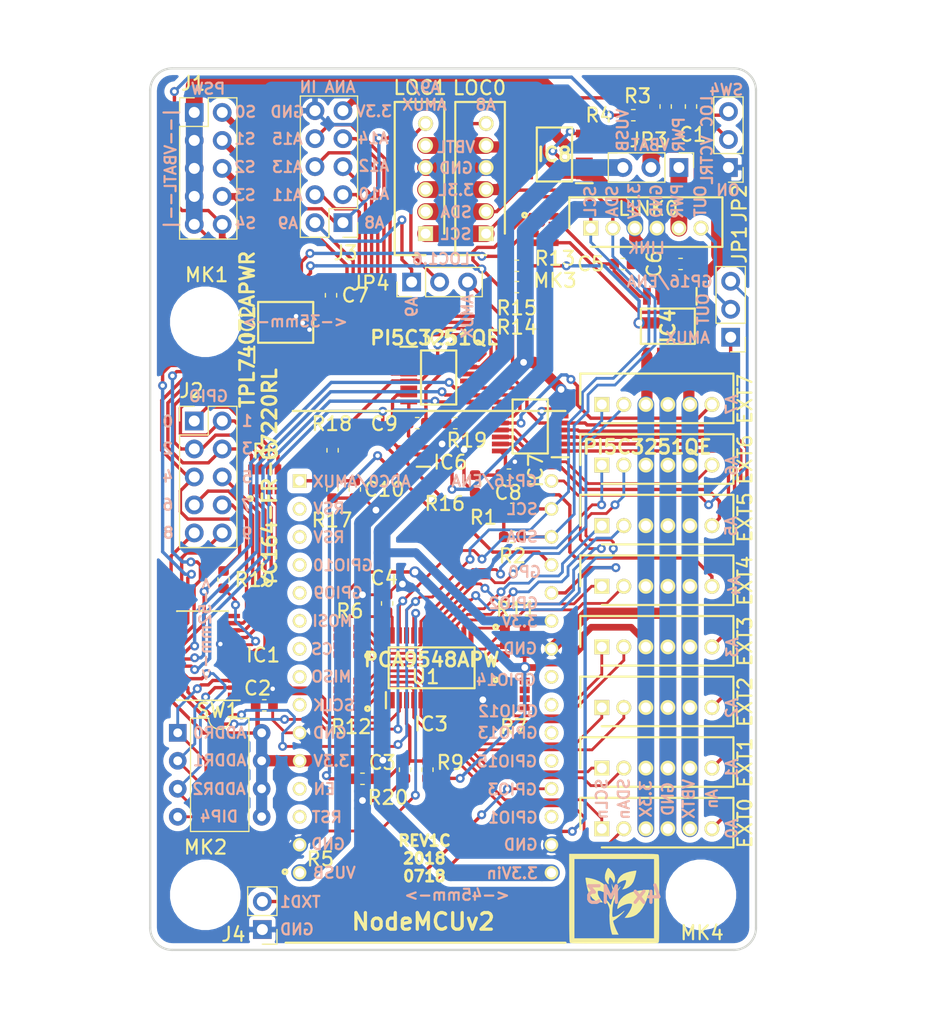
<source format=kicad_pcb>
(kicad_pcb (version 20171130) (host pcbnew "(6.0.0-rc1-dev-85-g829ba2720)")
  (layers (0 F.Cu signal) (31 B.Cu signal) (35 F.Paste user) (36 B.SilkS user) (37 F.SilkS user) (38 B.Mask user hide) (39 F.Mask user hide) (44 Edge.Cuts user))
  (net 0 "")
  (net 1 /SDA0)
  (net 2 /SCL0)
  (net 3 /SDA1)
  (net 4 /SCL1)
  (net 5 /3.3V_SW)
  (net 6 VBAT_SW_G)
  (net 7 3.3V_SW_G)
  (net 8 /SDA4)
  (net 9 /SCL4)
  (net 10 /SDA5)
  (net 11 /SCL5)
  (net 12 /SCL7)
  (net 13 /SDA7)
  (net 14 /SCL6)
  (net 15 /SDA6)
  (net 16 /SDA2)
  (net 17 /SCL2)
  (net 18 /SDA3)
  (net 19 /SCL3)
  (net 20 SWIO3)
  (net 21 SWIO2)
  (net 22 SWIO1)
  (net 23 SWIO0)
  (net 24 AMUX3)
  (net 25 GND)
  (net 26 3.3V_IN)
  (net 27 GPIO8)
  (net 28 GPIO9)
  (net 29 /I2C-Analog-Expander/3.3V_CTRL)
  (net 30 /I2C-Analog-Expander/VBAT_CTRL)
  (net 31 AMUX0)
  (net 32 AMUX1)
  (net 33 AMUX2)
  (net 34 /M_SCL)
  (net 35 /M_SDA)
  (net 36 GPIO5)
  (net 37 GPIO6)
  (net 38 GPIO7)
  (net 39 SWIO4)
  (net 40 VBAT_IN)
  (net 41 PSW4)
  (net 42 PSW3)
  (net 43 PSW2)
  (net 44 PSW1)
  (net 45 PSW0)
  (net 46 A11)
  (net 47 A10)
  (net 48 A9)
  (net 49 A8)
  (net 50 A15)
  (net 51 A14)
  (net 52 A13)
  (net 53 A12)
  (net 54 "Net-(C9-Pad1)")
  (net 55 "Net-(C8-Pad2)")
  (net 56 /A4)
  (net 57 /A5)
  (net 58 /A6)
  (net 59 /A7)
  (net 60 /A0)
  (net 61 /A1)
  (net 62 /A2)
  (net 63 /A3)
  (net 64 /VBAT_SW)
  (net 65 /3.3V_LOC)
  (net 66 /VBAT_LOC)
  (net 67 /M_OUT)
  (net 68 /M_PWR)
  (net 69 "Net-(U1-Pad2)")
  (net 70 "Net-(U1-Pad3)")
  (net 71 "Net-(U1-Pad4)")
  (net 72 "Net-(U1-Pad5)")
  (net 73 "Net-(U1-Pad6)")
  (net 74 "Net-(U1-Pad7)")
  (net 75 "Net-(U1-Pad8)")
  (net 76 "Net-(U1-Pad9)")
  (net 77 "Net-(U1-Pad12)")
  (net 78 "Net-(U1-Pad13)")
  (net 79 VUSB)
  (net 80 "Net-(U1-Pad18)")
  (net 81 "Net-(U1-Pad20)")
  (net 82 "Net-(U1-Pad21)")
  (net 83 "Net-(U1-Pad22)")
  (net 84 "Net-(U1-Pad23)")
  (net 85 /ENA_OUT)
  (net 86 "Net-(C1-Pad1)")
  (net 87 "Net-(C10-Pad2)")
  (net 88 ADDR0)
  (net 89 ADDR1)
  (net 90 ADDR2)
  (net 91 DIP4)
  (net 92 "Net-(R13-Pad4)")
  (net 93 "Net-(R13-Pad2)")
  (net 94 "Net-(IC2-Pad11)")
  (net 95 "Net-(IC2-Pad10)")
  (net 96 /I2C-Analog-Expander/GPIO3)
  (net 97 /I2C-Analog-Expander/GPIO2)
  (net 98 /I2C-Analog-Expander/GPIO1)
  (net 99 /I2C-Analog-Expander/GPIO0)
  (net 100 "Net-(IC6-Pad1)")
  (net 101 "Net-(IC5-Pad7)")
  (net 102 "Net-(C3-Pad1)")
  (net 103 "Net-(IC7-Pad6)")
  (net 104 "Net-(IC5-Pad6)")
  (net 105 "Net-(IC8-Pad2)")
  (net 106 /I2C-Analog-Expander/GPIO4)
  (net 107 "Net-(IC1-Pad1)")
  (net 108 M_ANA)
  (net 109 "Net-(JP4-Pad2)")
  (net 110 ~RST)
  (net 111 TXD1)
  (module Connector_PinHeader_2.54mm:PinHeader_1x02_P2.54mm_Vertical (layer F.Cu) (at 188.1816 123.1496 180)
    (fp_text reference J4 (at 2.6289 -0.4445 180) (layer F.SilkS) (effects (font (size 1.27 1.27) (thickness 0.2))))
    (fp_text value Conn_01x02_Male)
    (pad 2 thru_hole oval (at 0 2.54 180) (size 1.7 1.7) (drill 1) (layers *.Cu *.Mask) (net 111 TXD1))
    (pad 1 thru_hole rect (at 0 0 180) (size 1.7 1.7) (drill 1) (layers *.Cu *.Mask) (net 25 GND))
  )
  (module Resistor_SMD:R_0603_1608Metric (layer F.Cu) (at 197.2747 109.4717)
    (fp_text reference R20 (at 2.3115 1.7018 180) (layer F.SilkS) (effects (font (size 1.27 1.27) (thickness 0.2))))
    (fp_text value 4.7k)
    (pad 1 smd roundrect (at -0.7875 0) (size 0.875 0.95) (layers F.Cu F.Paste F.Mask) (net 110 ~RST))
    (pad 2 smd roundrect (at 0.7875 0) (size 0.875 0.95) (layers F.Cu F.Paste F.Mask) (net 102 "Net-(C3-Pad1)"))
  )
  (module SOIC127P600X175-8N (layer F.Cu) (at 225 68.4 270)
    (fp_text reference IC4 (at 0 0 270) (layer F.SilkS) (effects (font (size 1.27 1.27) (thickness 0.254))))
    (fp_text value SI4925DDY-T1-GE3 hide)
    (pad 8 smd rect (at 2.712 -1.905) (size 0.7 1.525) (layers F.Cu F.Paste F.Mask) (net 64 /VBAT_SW))
    (pad 7 smd rect (at 2.712 -0.635) (size 0.7 1.525) (layers F.Cu F.Paste F.Mask) (net 64 /VBAT_SW))
    (pad 6 smd rect (at 2.712 0.635) (size 0.7 1.525) (layers F.Cu F.Paste F.Mask) (net 5 /3.3V_SW))
    (pad 5 smd rect (at 2.712 1.905) (size 0.7 1.525) (layers F.Cu F.Paste F.Mask) (net 5 /3.3V_SW))
    (pad 4 smd rect (at -2.712 1.905) (size 0.7 1.525) (layers F.Cu F.Paste F.Mask) (net 7 3.3V_SW_G))
    (pad 3 smd rect (at -2.712 0.635) (size 0.7 1.525) (layers F.Cu F.Paste F.Mask) (net 26 3.3V_IN))
    (pad 2 smd rect (at -2.712 -0.635) (size 0.7 1.525) (layers F.Cu F.Paste F.Mask) (net 6 VBAT_SW_G))
    (pad 1 smd rect (at -2.712 -1.905) (size 0.7 1.525) (layers F.Cu F.Paste F.Mask) (net 40 VBAT_IN))
  )
  (module SOIC127P600X175-8N (layer F.Cu) (at 214.7 52.815 180)
    (fp_text reference IC8 (at 0 0 180) (layer F.SilkS) (effects (font (size 1.27 1.27) (thickness 0.254))))
    (fp_text value SI4925DDY-T1-GE3 hide)
    (pad 1 smd rect (at -2.712 -1.905 270) (size 0.7 1.525) (layers F.Cu F.Paste F.Mask) (net 26 3.3V_IN))
    (pad 2 smd rect (at -2.712 -0.635 270) (size 0.7 1.525) (layers F.Cu F.Paste F.Mask) (net 105 "Net-(IC8-Pad2)"))
    (pad 3 smd rect (at -2.712 0.635 270) (size 0.7 1.525) (layers F.Cu F.Paste F.Mask) (net 40 VBAT_IN))
    (pad 4 smd rect (at -2.712 1.905 270) (size 0.7 1.525) (layers F.Cu F.Paste F.Mask) (net 105 "Net-(IC8-Pad2)"))
    (pad 5 smd rect (at 2.712 1.905 270) (size 0.7 1.525) (layers F.Cu F.Paste F.Mask) (net 66 /VBAT_LOC))
    (pad 6 smd rect (at 2.712 0.635 270) (size 0.7 1.525) (layers F.Cu F.Paste F.Mask) (net 66 /VBAT_LOC))
    (pad 7 smd rect (at 2.712 -0.635 270) (size 0.7 1.525) (layers F.Cu F.Paste F.Mask) (net 65 /3.3V_LOC))
    (pad 8 smd rect (at 2.712 -1.905 270) (size 0.7 1.525) (layers F.Cu F.Paste F.Mask) (net 65 /3.3V_LOC))
  )
  (module SamacSys_Parts:SHDR6W50P0X200_1X6_1390X450X600P (layer F.Cu) (at 219 92)
    (fp_text reference EXT4 (at 13 -0.5 90) (layer F.SilkS) (effects (font (size 1.27 1.27) (thickness 0.2))))
    (fp_text value "B6B-PH-K-S(LF)(SN)" hide)
    (pad 1 thru_hole rect (at 0 0 90) (size 1.35 1.35) (drill 0.9) (layers *.Cu *.Mask F.SilkS) (net 9 /SCL4))
    (pad 2 thru_hole circle (at 2 0 90) (size 1.35 1.35) (drill 0.9) (layers *.Cu *.Mask F.SilkS) (net 8 /SDA4))
    (pad 3 thru_hole circle (at 4 0 90) (size 1.35 1.35) (drill 0.9) (layers *.Cu *.Mask F.SilkS) (net 5 /3.3V_SW))
    (pad 4 thru_hole circle (at 6 0 90) (size 1.35 1.35) (drill 0.9) (layers *.Cu *.Mask F.SilkS) (net 25 GND))
    (pad 5 thru_hole circle (at 8 0 90) (size 1.35 1.35) (drill 0.9) (layers *.Cu *.Mask F.SilkS) (net 64 /VBAT_SW))
    (pad 6 thru_hole circle (at 10 0 90) (size 1.35 1.35) (drill 0.9) (layers *.Cu *.Mask F.SilkS) (net 56 /A4))
  )
  (module Connector_PinHeader_2.54mm:PinHeader_1x03_P2.54mm_Vertical (layer F.Cu) (at 201.735 64.392 90)
    (fp_text reference JP4 (at -0.108 -3.735 180) (layer F.SilkS) (effects (font (size 1.27 1.27) (thickness 0.2))))
    (fp_text value Jumper_3_Bridged12)
    (pad 1 thru_hole rect (at 0 0 90) (size 1.7 1.7) (drill 1) (layers *.Cu *.Mask) (net 48 A9))
    (pad 2 thru_hole oval (at 0 2.54 90) (size 1.7 1.7) (drill 1) (layers *.Cu *.Mask) (net 109 "Net-(JP4-Pad2)"))
    (pad 3 thru_hole oval (at 0 5.08 90) (size 1.7 1.7) (drill 1) (layers *.Cu *.Mask) (net 108 M_ANA))
  )
  (module Package_DIP:DIP-8_W7.62mm (layer F.Cu) (at 180.5 105.3)
    (fp_text reference SW1 (at 3.6303 -2.0259) (layer F.SilkS) (effects (font (size 1.27 1.27) (thickness 0.2))))
    (fp_text value SW_DIP_x04)
    (pad 1 thru_hole rect (at 0 0) (size 1.6 1.6) (drill 0.8) (layers *.Cu *.Mask) (net 88 ADDR0))
    (pad 5 thru_hole oval (at 7.62 7.62) (size 1.6 1.6) (drill 0.8) (layers *.Cu *.Mask) (net 26 3.3V_IN))
    (pad 2 thru_hole oval (at 0 2.54) (size 1.6 1.6) (drill 0.8) (layers *.Cu *.Mask) (net 89 ADDR1))
    (pad 6 thru_hole oval (at 7.62 5.08) (size 1.6 1.6) (drill 0.8) (layers *.Cu *.Mask) (net 26 3.3V_IN))
    (pad 3 thru_hole oval (at 0 5.08) (size 1.6 1.6) (drill 0.8) (layers *.Cu *.Mask) (net 90 ADDR2))
    (pad 7 thru_hole oval (at 7.62 2.54) (size 1.6 1.6) (drill 0.8) (layers *.Cu *.Mask) (net 26 3.3V_IN))
    (pad 4 thru_hole oval (at 0 7.62) (size 1.6 1.6) (drill 0.8) (layers *.Cu *.Mask) (net 91 DIP4))
    (pad 8 thru_hole oval (at 7.62 0) (size 1.6 1.6) (drill 0.8) (layers *.Cu *.Mask) (net 26 3.3V_IN))
  )
  (module Package_SO:TSSOP-24_4.4x7.8mm_P0.65mm (layer F.Cu) (at 182.75 98.275 180)
    (fp_text reference IC1 (at -5.5 0.025) (layer F.SilkS) (effects (font (size 1.27 1.27) (thickness 0.2))))
    (fp_text value TCA9535PWR)
    (pad 1 smd rect (at -2.85 -3.575 180) (size 1.1 0.4) (layers F.Cu F.Paste F.Mask) (net 107 "Net-(IC1-Pad1)"))
    (pad 2 smd rect (at -2.85 -2.925 180) (size 1.1 0.4) (layers F.Cu F.Paste F.Mask) (net 89 ADDR1))
    (pad 3 smd rect (at -2.85 -2.275 180) (size 1.1 0.4) (layers F.Cu F.Paste F.Mask) (net 88 ADDR0))
    (pad 4 smd rect (at -2.85 -1.625 180) (size 1.1 0.4) (layers F.Cu F.Paste F.Mask) (net 99 /I2C-Analog-Expander/GPIO0))
    (pad 5 smd rect (at -2.85 -0.975 180) (size 1.1 0.4) (layers F.Cu F.Paste F.Mask) (net 98 /I2C-Analog-Expander/GPIO1))
    (pad 6 smd rect (at -2.85 -0.325 180) (size 1.1 0.4) (layers F.Cu F.Paste F.Mask) (net 97 /I2C-Analog-Expander/GPIO2))
    (pad 7 smd rect (at -2.85 0.325 180) (size 1.1 0.4) (layers F.Cu F.Paste F.Mask) (net 96 /I2C-Analog-Expander/GPIO3))
    (pad 8 smd rect (at -2.85 0.975 180) (size 1.1 0.4) (layers F.Cu F.Paste F.Mask) (net 106 /I2C-Analog-Expander/GPIO4))
    (pad 9 smd rect (at -2.85 1.625 180) (size 1.1 0.4) (layers F.Cu F.Paste F.Mask) (net 36 GPIO5))
    (pad 10 smd rect (at -2.85 2.275 180) (size 1.1 0.4) (layers F.Cu F.Paste F.Mask) (net 37 GPIO6))
    (pad 11 smd rect (at -2.85 2.925 180) (size 1.1 0.4) (layers F.Cu F.Paste F.Mask) (net 38 GPIO7))
    (pad 12 smd rect (at -2.85 3.575 180) (size 1.1 0.4) (layers F.Cu F.Paste F.Mask) (net 25 GND))
    (pad 13 smd rect (at 2.85 3.575 180) (size 1.1 0.4) (layers F.Cu F.Paste F.Mask) (net 27 GPIO8))
    (pad 14 smd rect (at 2.85 2.925 180) (size 1.1 0.4) (layers F.Cu F.Paste F.Mask) (net 28 GPIO9))
    (pad 15 smd rect (at 2.85 2.275 180) (size 1.1 0.4) (layers F.Cu F.Paste F.Mask) (net 29 /I2C-Analog-Expander/3.3V_CTRL))
    (pad 16 smd rect (at 2.85 1.625 180) (size 1.1 0.4) (layers F.Cu F.Paste F.Mask) (net 30 /I2C-Analog-Expander/VBAT_CTRL))
    (pad 17 smd rect (at 2.85 0.975 180) (size 1.1 0.4) (layers F.Cu F.Paste F.Mask) (net 31 AMUX0))
    (pad 18 smd rect (at 2.85 0.325 180) (size 1.1 0.4) (layers F.Cu F.Paste F.Mask) (net 32 AMUX1))
    (pad 19 smd rect (at 2.85 -0.325 180) (size 1.1 0.4) (layers F.Cu F.Paste F.Mask) (net 33 AMUX2))
    (pad 20 smd rect (at 2.85 -0.975 180) (size 1.1 0.4) (layers F.Cu F.Paste F.Mask) (net 24 AMUX3))
    (pad 21 smd rect (at 2.85 -1.625 180) (size 1.1 0.4) (layers F.Cu F.Paste F.Mask) (net 90 ADDR2))
    (pad 22 smd rect (at 2.85 -2.275 180) (size 1.1 0.4) (layers F.Cu F.Paste F.Mask) (net 34 /M_SCL))
    (pad 23 smd rect (at 2.85 -2.925 180) (size 1.1 0.4) (layers F.Cu F.Paste F.Mask) (net 35 /M_SDA))
    (pad 24 smd rect (at 2.85 -3.575 180) (size 1.1 0.4) (layers F.Cu F.Paste F.Mask) (net 26 3.3V_IN))
  )
  (module Resistor_SMD:R_0603_1608Metric (layer F.Cu) (at 184.66 91.4 90)
    (fp_text reference R10 (at 0 2.84 180) (layer F.SilkS) (effects (font (size 1.27 1.27) (thickness 0.2))))
    (fp_text value 220)
    (pad 2 smd roundrect (at 0.7875 0 90) (size 0.875 0.95) (layers F.Cu F.Paste F.Mask) (net 39 SWIO4))
    (pad 1 smd roundrect (at -0.7875 0 90) (size 0.875 0.95) (layers F.Cu F.Paste F.Mask) (net 106 /I2C-Analog-Expander/GPIO4))
  )
  (module Resistor_SMD:R_0603_1608Metric (layer F.Cu) (at 205.6975 77.1936)
    (fp_text reference R19 (at 1.0525 1.5564) (layer F.SilkS) (effects (font (size 1.27 1.27) (thickness 0.2))))
    (fp_text value 220)
    (pad 1 smd roundrect (at -0.7875 0) (size 0.875 0.95) (layers F.Cu F.Paste F.Mask) (net 54 "Net-(C9-Pad1)"))
    (pad 2 smd roundrect (at 0.7875 0) (size 0.875 0.95) (layers F.Cu F.Paste F.Mask) (net 26 3.3V_IN))
  )
  (module SamacSys_Parts:YC164 (layer F.Cu) (at 213.725 59.625)
    (fp_text reference R13 (at 1.025 2.625) (layer F.SilkS) (effects (font (size 1.27 1.27) (thickness 0.2))))
    (fp_text value BCN164AB472J7 hide)
    (pad 8 smd rect (at 0.9 1.2 90) (size 0.6 0.9) (layers F.Cu F.Paste F.Mask) (net 6 VBAT_SW_G))
    (pad 7 smd rect (at 0.9 0.4 90) (size 0.6 0.9) (layers F.Cu F.Paste F.Mask) (net 92 "Net-(R13-Pad4)"))
    (pad 6 smd rect (at 0.9 -0.4 90) (size 0.6 0.9) (layers F.Cu F.Paste F.Mask) (net 7 3.3V_SW_G))
    (pad 5 smd rect (at 0.9 -1.2 90) (size 0.6 0.9) (layers F.Cu F.Paste F.Mask) (net 93 "Net-(R13-Pad2)"))
    (pad 4 smd rect (at -0.9 1.2 90) (size 0.6 0.9) (layers F.Cu F.Paste F.Mask) (net 92 "Net-(R13-Pad4)"))
    (pad 3 smd rect (at -0.9 0.4 90) (size 0.6 0.9) (layers F.Cu F.Paste F.Mask) (net 94 "Net-(IC2-Pad11)"))
    (pad 2 smd rect (at -0.9 -0.4 90) (size 0.6 0.9) (layers F.Cu F.Paste F.Mask) (net 93 "Net-(R13-Pad2)"))
    (pad 1 smd rect (at -0.9 -1.2 90) (size 0.6 0.9) (layers F.Cu F.Paste F.Mask) (net 95 "Net-(IC2-Pad10)"))
  )
  (module SamacSys_Parts:YC164 (layer F.Cu) (at 188.5 116.6 180)
    (fp_text reference R5 (at -4.9521 -0.1615 180) (layer F.SilkS) (effects (font (size 1.27 1.27) (thickness 0.2))))
    (fp_text value BCN164AB472J7 hide)
    (pad 8 smd rect (at 0.9 1.2 270) (size 0.6 0.9) (layers F.Cu F.Paste F.Mask) (net 88 ADDR0))
    (pad 7 smd rect (at 0.9 0.4 270) (size 0.6 0.9) (layers F.Cu F.Paste F.Mask) (net 89 ADDR1))
    (pad 6 smd rect (at 0.9 -0.4 270) (size 0.6 0.9) (layers F.Cu F.Paste F.Mask) (net 90 ADDR2))
    (pad 5 smd rect (at 0.9 -1.2 270) (size 0.6 0.9) (layers F.Cu F.Paste F.Mask) (net 91 DIP4))
    (pad 4 smd rect (at -0.9 1.2 270) (size 0.6 0.9) (layers F.Cu F.Paste F.Mask) (net 25 GND))
    (pad 3 smd rect (at -0.9 0.4 270) (size 0.6 0.9) (layers F.Cu F.Paste F.Mask) (net 25 GND))
    (pad 2 smd rect (at -0.9 -0.4 270) (size 0.6 0.9) (layers F.Cu F.Paste F.Mask) (net 25 GND))
    (pad 1 smd rect (at -0.9 -1.2 270) (size 0.6 0.9) (layers F.Cu F.Paste F.Mask) (net 25 GND))
  )
  (module SamacSys_Parts:SHDR6W50P0X200_1X6_1390X450X600P (layer F.Cu) (at 218 59.5)
    (fp_text reference LINK0 (at 5.207 -1.778) (layer F.SilkS) (effects (font (size 1.27 1.27) (thickness 0.2))))
    (fp_text value "B6B-PH-K-S(LF)(SN)" hide)
    (pad 6 thru_hole circle (at 10 0 90) (size 1.35 1.35) (drill 0.9) (layers *.Cu *.Mask F.SilkS) (net 67 /M_OUT))
    (pad 5 thru_hole circle (at 8 0 90) (size 1.35 1.35) (drill 0.9) (layers *.Cu *.Mask F.SilkS) (net 68 /M_PWR))
    (pad 4 thru_hole circle (at 6 0 90) (size 1.35 1.35) (drill 0.9) (layers *.Cu *.Mask F.SilkS) (net 25 GND))
    (pad 3 thru_hole circle (at 4 0 90) (size 1.35 1.35) (drill 0.9) (layers *.Cu *.Mask F.SilkS) (net 26 3.3V_IN))
    (pad 2 thru_hole circle (at 2 0 90) (size 1.35 1.35) (drill 0.9) (layers *.Cu *.Mask F.SilkS) (net 35 /M_SDA))
    (pad 1 thru_hole rect (at 0 0 90) (size 1.35 1.35) (drill 0.9) (layers *.Cu *.Mask F.SilkS) (net 34 /M_SCL))
  )
  (module SamacSys_Parts:SOP65P640X120-24N (layer F.Cu) (at 203.55 99.4 90)
    (fp_text reference IC3 (at -5.1 -0.05 180) (layer F.SilkS) (effects (font (size 1.27 1.27) (thickness 0.2))))
    (fp_text value PCA9548APW (at 0.736 0 180) (layer F.SilkS) (effects (font (size 1.27 1.27) (thickness 0.254))))
    (pad 1 smd rect (at -2.938 -3.575 180) (size 0.45 1.475) (layers F.Cu F.Paste F.Mask) (net 88 ADDR0))
    (pad 2 smd rect (at -2.938 -2.925 180) (size 0.45 1.475) (layers F.Cu F.Paste F.Mask) (net 89 ADDR1))
    (pad 3 smd rect (at -2.938 -2.275 180) (size 0.45 1.475) (layers F.Cu F.Paste F.Mask) (net 102 "Net-(C3-Pad1)"))
    (pad 4 smd rect (at -2.938 -1.625 180) (size 0.45 1.475) (layers F.Cu F.Paste F.Mask) (net 1 /SDA0))
    (pad 5 smd rect (at -2.938 -0.975 180) (size 0.45 1.475) (layers F.Cu F.Paste F.Mask) (net 2 /SCL0))
    (pad 6 smd rect (at -2.938 -0.325 180) (size 0.45 1.475) (layers F.Cu F.Paste F.Mask) (net 3 /SDA1))
    (pad 7 smd rect (at -2.938 0.325 180) (size 0.45 1.475) (layers F.Cu F.Paste F.Mask) (net 4 /SCL1))
    (pad 8 smd rect (at -2.938 0.975 180) (size 0.45 1.475) (layers F.Cu F.Paste F.Mask) (net 16 /SDA2))
    (pad 9 smd rect (at -2.938 1.625 180) (size 0.45 1.475) (layers F.Cu F.Paste F.Mask) (net 17 /SCL2))
    (pad 10 smd rect (at -2.938 2.275 180) (size 0.45 1.475) (layers F.Cu F.Paste F.Mask) (net 18 /SDA3))
    (pad 11 smd rect (at -2.938 2.925 180) (size 0.45 1.475) (layers F.Cu F.Paste F.Mask) (net 19 /SCL3))
    (pad 12 smd rect (at -2.938 3.575 180) (size 0.45 1.475) (layers F.Cu F.Paste F.Mask) (net 25 GND))
    (pad 13 smd rect (at 2.938 3.575 180) (size 0.45 1.475) (layers F.Cu F.Paste F.Mask) (net 8 /SDA4))
    (pad 14 smd rect (at 2.938 2.925 180) (size 0.45 1.475) (layers F.Cu F.Paste F.Mask) (net 9 /SCL4))
    (pad 15 smd rect (at 2.938 2.275 180) (size 0.45 1.475) (layers F.Cu F.Paste F.Mask) (net 10 /SDA5))
    (pad 16 smd rect (at 2.938 1.625 180) (size 0.45 1.475) (layers F.Cu F.Paste F.Mask) (net 11 /SCL5))
    (pad 17 smd rect (at 2.938 0.975 180) (size 0.45 1.475) (layers F.Cu F.Paste F.Mask) (net 15 /SDA6))
    (pad 18 smd rect (at 2.938 0.325 180) (size 0.45 1.475) (layers F.Cu F.Paste F.Mask) (net 14 /SCL6))
    (pad 19 smd rect (at 2.938 -0.325 180) (size 0.45 1.475) (layers F.Cu F.Paste F.Mask) (net 13 /SDA7))
    (pad 20 smd rect (at 2.938 -0.975 180) (size 0.45 1.475) (layers F.Cu F.Paste F.Mask) (net 12 /SCL7))
    (pad 21 smd rect (at 2.938 -1.625 180) (size 0.45 1.475) (layers F.Cu F.Paste F.Mask) (net 90 ADDR2))
    (pad 22 smd rect (at 2.938 -2.275 180) (size 0.45 1.475) (layers F.Cu F.Paste F.Mask) (net 34 /M_SCL))
    (pad 23 smd rect (at 2.938 -2.925 180) (size 0.45 1.475) (layers F.Cu F.Paste F.Mask) (net 35 /M_SDA))
    (pad 24 smd rect (at 2.938 -3.575 180) (size 0.45 1.475) (layers F.Cu F.Paste F.Mask) (net 5 /3.3V_SW))
  )
  (module SamacSys_Parts:SOP64P599X175-16N (layer F.Cu) (at 212.5 77.5 180)
    (fp_text reference IC7 (at -0.5 -4 270) (layer F.SilkS) (effects (font (size 1.27 1.27) (thickness 0.2))))
    (fp_text value PI5C3251QE (at -10.632 -1.86 180) (layer F.SilkS) (effects (font (size 1.27 1.27) (thickness 0.254))))
    (pad 16 smd rect (at 2.712 -2.222 270) (size 0.435 1.525) (layers F.Cu F.Paste F.Mask) (net 55 "Net-(C8-Pad2)"))
    (pad 15 smd rect (at 2.712 -1.588 270) (size 0.435 1.525) (layers F.Cu F.Paste F.Mask) (net 56 /A4))
    (pad 14 smd rect (at 2.712 -0.952 270) (size 0.435 1.525) (layers F.Cu F.Paste F.Mask) (net 57 /A5))
    (pad 13 smd rect (at 2.712 -0.318 270) (size 0.435 1.525) (layers F.Cu F.Paste F.Mask) (net 58 /A6))
    (pad 12 smd rect (at 2.712 0.318 270) (size 0.435 1.525) (layers F.Cu F.Paste F.Mask) (net 59 /A7))
    (pad 11 smd rect (at 2.712 0.952 270) (size 0.435 1.525) (layers F.Cu F.Paste F.Mask) (net 31 AMUX0))
    (pad 10 smd rect (at 2.712 1.588 270) (size 0.435 1.525) (layers F.Cu F.Paste F.Mask) (net 32 AMUX1))
    (pad 9 smd rect (at 2.712 2.222 270) (size 0.435 1.525) (layers F.Cu F.Paste F.Mask) (net 33 AMUX2))
    (pad 8 smd rect (at -2.712 2.222 270) (size 0.435 1.525) (layers F.Cu F.Paste F.Mask) (net 25 GND))
    (pad 7 smd rect (at -2.712 1.588 270) (size 0.435 1.525) (layers F.Cu F.Paste F.Mask) (net 24 AMUX3))
    (pad 6 smd rect (at -2.712 0.952 270) (size 0.435 1.525) (layers F.Cu F.Paste F.Mask) (net 103 "Net-(IC7-Pad6)"))
    (pad 5 smd rect (at -2.712 0.318 270) (size 0.435 1.525) (layers F.Cu F.Paste F.Mask) (net 108 M_ANA))
    (pad 4 smd rect (at -2.712 -0.318 270) (size 0.435 1.525) (layers F.Cu F.Paste F.Mask) (net 60 /A0))
    (pad 3 smd rect (at -2.712 -0.952 270) (size 0.435 1.525) (layers F.Cu F.Paste F.Mask) (net 61 /A1))
    (pad 2 smd rect (at -2.712 -1.588 270) (size 0.435 1.525) (layers F.Cu F.Paste F.Mask) (net 62 /A2))
    (pad 1 smd rect (at -2.712 -2.222 270) (size 0.435 1.525) (layers F.Cu F.Paste F.Mask) (net 63 /A3))
  )
  (module SamacSys_Parts:SOT65P210X110-5N (layer F.Cu) (at 201.85 80.05 180)
    (fp_text reference IC6 (at -3.4 -0.7 180) (layer F.SilkS) (effects (font (size 1.27 1.27) (thickness 0.2))))
    (fp_text value SN74LVC1G04QDCKRQ1 hide)
    (pad 1 smd rect (at -0.95 -0.65 270) (size 0.4 1.2) (layers F.Cu F.Paste F.Mask) (net 100 "Net-(IC6-Pad1)"))
    (pad 2 smd rect (at -0.95 0 270) (size 0.4 1.2) (layers F.Cu F.Paste F.Mask) (net 24 AMUX3))
    (pad 3 smd rect (at -0.95 0.65 270) (size 0.4 1.2) (layers F.Cu F.Paste F.Mask) (net 25 GND))
    (pad 4 smd rect (at 0.95 0.65 270) (size 0.4 1.2) (layers F.Cu F.Paste F.Mask) (net 101 "Net-(IC5-Pad7)"))
    (pad 5 smd rect (at 0.95 -0.65 270) (size 0.4 1.2) (layers F.Cu F.Paste F.Mask) (net 26 3.3V_IN))
  )
  (module SamacSys_Parts:SOP65P640X120-16N (layer F.Cu) (at 190.3 68.05 90)
    (fp_text reference IC2 (at 0 -3.429 90) (layer F.SilkS) (effects (font (size 1.27 1.27) (thickness 0.2))))
    (fp_text value TPL7407LAPWR (at -0.642 -3.49 270) (layer F.SilkS) (effects (font (size 1.27 1.27) (thickness 0.254))))
    (pad 1 smd rect (at -2.938 -2.275 180) (size 0.45 1.475) (layers F.Cu F.Paste F.Mask) (net 39 SWIO4))
    (pad 2 smd rect (at -2.938 -1.625 180) (size 0.45 1.475) (layers F.Cu F.Paste F.Mask) (net 20 SWIO3))
    (pad 3 smd rect (at -2.938 -0.975 180) (size 0.45 1.475) (layers F.Cu F.Paste F.Mask) (net 21 SWIO2))
    (pad 4 smd rect (at -2.938 -0.325 180) (size 0.45 1.475) (layers F.Cu F.Paste F.Mask) (net 22 SWIO1))
    (pad 5 smd rect (at -2.938 0.325 180) (size 0.45 1.475) (layers F.Cu F.Paste F.Mask) (net 23 SWIO0))
    (pad 6 smd rect (at -2.938 0.975 180) (size 0.45 1.475) (layers F.Cu F.Paste F.Mask) (net 30 /I2C-Analog-Expander/VBAT_CTRL))
    (pad 7 smd rect (at -2.938 1.625 180) (size 0.45 1.475) (layers F.Cu F.Paste F.Mask) (net 29 /I2C-Analog-Expander/3.3V_CTRL))
    (pad 8 smd rect (at -2.938 2.275 180) (size 0.45 1.475) (layers F.Cu F.Paste F.Mask) (net 25 GND))
    (pad 9 smd rect (at 2.938 2.275 180) (size 0.45 1.475) (layers F.Cu F.Paste F.Mask) (net 40 VBAT_IN))
    (pad 10 smd rect (at 2.938 1.625 180) (size 0.45 1.475) (layers F.Cu F.Paste F.Mask) (net 95 "Net-(IC2-Pad10)"))
    (pad 11 smd rect (at 2.938 0.975 180) (size 0.45 1.475) (layers F.Cu F.Paste F.Mask) (net 94 "Net-(IC2-Pad11)"))
    (pad 12 smd rect (at 2.938 0.325 180) (size 0.45 1.475) (layers F.Cu F.Paste F.Mask) (net 45 PSW0))
    (pad 13 smd rect (at 2.938 -0.325 180) (size 0.45 1.475) (layers F.Cu F.Paste F.Mask) (net 44 PSW1))
    (pad 14 smd rect (at 2.938 -0.975 180) (size 0.45 1.475) (layers F.Cu F.Paste F.Mask) (net 43 PSW2))
    (pad 15 smd rect (at 2.938 -1.625 180) (size 0.45 1.475) (layers F.Cu F.Paste F.Mask) (net 42 PSW3))
    (pad 16 smd rect (at 2.938 -2.275 180) (size 0.45 1.475) (layers F.Cu F.Paste F.Mask) (net 41 PSW4))
  )
  (module SamacSys_Parts:SOP64P599X175-16N (layer F.Cu) (at 204.188 73.053)
    (fp_text reference IC5 (at 0.062 -3.553) (layer F.SilkS) (effects (font (size 1.27 1.27) (thickness 0.2))))
    (fp_text value PI5C3251QE (at -0.36 -3.599) (layer F.SilkS) (effects (font (size 1.27 1.27) (thickness 0.254))))
    (pad 1 smd rect (at -2.712 -2.222 90) (size 0.435 1.525) (layers F.Cu F.Paste F.Mask) (net 46 A11))
    (pad 2 smd rect (at -2.712 -1.588 90) (size 0.435 1.525) (layers F.Cu F.Paste F.Mask) (net 47 A10))
    (pad 3 smd rect (at -2.712 -0.952 90) (size 0.435 1.525) (layers F.Cu F.Paste F.Mask) (net 48 A9))
    (pad 4 smd rect (at -2.712 -0.318 90) (size 0.435 1.525) (layers F.Cu F.Paste F.Mask) (net 49 A8))
    (pad 5 smd rect (at -2.712 0.318 90) (size 0.435 1.525) (layers F.Cu F.Paste F.Mask) (net 108 M_ANA))
    (pad 6 smd rect (at -2.712 0.952 90) (size 0.435 1.525) (layers F.Cu F.Paste F.Mask) (net 104 "Net-(IC5-Pad6)"))
    (pad 7 smd rect (at -2.712 1.588 90) (size 0.435 1.525) (layers F.Cu F.Paste F.Mask) (net 101 "Net-(IC5-Pad7)"))
    (pad 8 smd rect (at -2.712 2.222 90) (size 0.435 1.525) (layers F.Cu F.Paste F.Mask) (net 25 GND))
    (pad 9 smd rect (at 2.712 2.222 90) (size 0.435 1.525) (layers F.Cu F.Paste F.Mask) (net 33 AMUX2))
    (pad 10 smd rect (at 2.712 1.588 90) (size 0.435 1.525) (layers F.Cu F.Paste F.Mask) (net 32 AMUX1))
    (pad 11 smd rect (at 2.712 0.952 90) (size 0.435 1.525) (layers F.Cu F.Paste F.Mask) (net 31 AMUX0))
    (pad 12 smd rect (at 2.712 0.318 90) (size 0.435 1.525) (layers F.Cu F.Paste F.Mask) (net 50 A15))
    (pad 13 smd rect (at 2.712 -0.318 90) (size 0.435 1.525) (layers F.Cu F.Paste F.Mask) (net 51 A14))
    (pad 14 smd rect (at 2.712 -0.952 90) (size 0.435 1.525) (layers F.Cu F.Paste F.Mask) (net 52 A13))
    (pad 15 smd rect (at 2.712 -1.588 90) (size 0.435 1.525) (layers F.Cu F.Paste F.Mask) (net 53 A12))
    (pad 16 smd rect (at 2.712 -2.222 90) (size 0.435 1.525) (layers F.Cu F.Paste F.Mask) (net 54 "Net-(C9-Pad1)"))
  )
  (module Capacitor_SMD:C_0603_1608Metric (layer F.Cu) (at 196.5788 83.2133 90)
    (fp_text reference C10 (at 0 2.6712 180) (layer F.SilkS) (effects (font (size 1.27 1.27) (thickness 0.2))))
    (fp_text value 100nF)
    (pad 1 smd roundrect (at -0.7875 0 90) (size 0.875 0.95) (layers F.Cu F.Paste F.Mask) (net 25 GND))
    (pad 2 smd roundrect (at 0.7875 0 90) (size 0.875 0.95) (layers F.Cu F.Paste F.Mask) (net 87 "Net-(C10-Pad2)"))
  )
  (module Resistor_SMD:R_0603_1608Metric (layer F.Cu) (at 194.56 79.6573 90)
    (fp_text reference R18 (at 2.4073 -0.06 180) (layer F.SilkS) (effects (font (size 1.27 1.27) (thickness 0.2))))
    (fp_text value 220R)
    (pad 2 smd roundrect (at 0.7875 0 90) (size 0.875 0.95) (layers F.Cu F.Paste F.Mask) (net 108 M_ANA))
    (pad 1 smd roundrect (at -0.7875 0 90) (size 0.875 0.95) (layers F.Cu F.Paste F.Mask) (net 87 "Net-(C10-Pad2)"))
  )
  (module Resistor_SMD:R_0603_1608Metric (layer F.Cu) (at 194.5468 83.2135 270)
    (fp_text reference R17 (at 2.7865 0.0468) (layer F.SilkS) (effects (font (size 1.27 1.27) (thickness 0.2))))
    (fp_text value NC)
    (pad 1 smd roundrect (at -0.7875 0 270) (size 0.875 0.95) (layers F.Cu F.Paste F.Mask) (net 87 "Net-(C10-Pad2)"))
    (pad 2 smd roundrect (at 0.7875 0 270) (size 0.875 0.95) (layers F.Cu F.Paste F.Mask) (net 25 GND))
  )
  (module SamacSys_Parts:DIP2286W64P254L4826H735Q30N (layer F.Cu) (at 203 100.22)
    (fp_text reference U1 (at 0 0) (layer F.SilkS) (effects (font (size 1.27 1.27) (thickness 0.2))))
    (fp_text value ESP8266-NodeMCUv2 hide)
    (pad 1 thru_hole rect (at -11.43 -17.78 90) (size 1.235 1.235) (drill 0.835) (layers *.Cu *.Mask F.SilkS) (net 87 "Net-(C10-Pad2)"))
    (pad 2 thru_hole circle (at -11.43 -15.24 90) (size 1.235 1.235) (drill 0.835) (layers *.Cu *.Mask F.SilkS) (net 69 "Net-(U1-Pad2)"))
    (pad 3 thru_hole circle (at -11.43 -12.7 90) (size 1.235 1.235) (drill 0.835) (layers *.Cu *.Mask F.SilkS) (net 70 "Net-(U1-Pad3)"))
    (pad 4 thru_hole circle (at -11.43 -10.16 90) (size 1.235 1.235) (drill 0.835) (layers *.Cu *.Mask F.SilkS) (net 71 "Net-(U1-Pad4)"))
    (pad 5 thru_hole circle (at -11.43 -7.62 90) (size 1.235 1.235) (drill 0.835) (layers *.Cu *.Mask F.SilkS) (net 72 "Net-(U1-Pad5)"))
    (pad 6 thru_hole circle (at -11.43 -5.08 90) (size 1.235 1.235) (drill 0.835) (layers *.Cu *.Mask F.SilkS) (net 73 "Net-(U1-Pad6)"))
    (pad 7 thru_hole circle (at -11.43 -2.54 90) (size 1.235 1.235) (drill 0.835) (layers *.Cu *.Mask F.SilkS) (net 74 "Net-(U1-Pad7)"))
    (pad 8 thru_hole circle (at -11.43 0 90) (size 1.235 1.235) (drill 0.835) (layers *.Cu *.Mask F.SilkS) (net 75 "Net-(U1-Pad8)"))
    (pad 9 thru_hole circle (at -11.43 2.54 90) (size 1.235 1.235) (drill 0.835) (layers *.Cu *.Mask F.SilkS) (net 76 "Net-(U1-Pad9)"))
    (pad 10 thru_hole circle (at -11.43 5.08 90) (size 1.235 1.235) (drill 0.835) (layers *.Cu *.Mask F.SilkS) (net 25 GND))
    (pad 11 thru_hole circle (at -11.43 7.62 90) (size 1.235 1.235) (drill 0.835) (layers *.Cu *.Mask F.SilkS) (net 26 3.3V_IN))
    (pad 12 thru_hole circle (at -11.43 10.16 90) (size 1.235 1.235) (drill 0.835) (layers *.Cu *.Mask F.SilkS) (net 77 "Net-(U1-Pad12)"))
    (pad 13 thru_hole circle (at -11.43 12.7 90) (size 1.235 1.235) (drill 0.835) (layers *.Cu *.Mask F.SilkS) (net 78 "Net-(U1-Pad13)"))
    (pad 14 thru_hole circle (at -11.43 15.24 90) (size 1.235 1.235) (drill 0.835) (layers *.Cu *.Mask F.SilkS) (net 25 GND))
    (pad 15 thru_hole circle (at -11.43 17.78 90) (size 1.235 1.235) (drill 0.835) (layers *.Cu *.Mask F.SilkS) (net 79 VUSB))
    (pad 16 thru_hole circle (at 11.43 17.78 90) (size 1.235 1.235) (drill 0.835) (layers *.Cu *.Mask F.SilkS) (net 26 3.3V_IN))
    (pad 17 thru_hole circle (at 11.43 15.24 90) (size 1.235 1.235) (drill 0.835) (layers *.Cu *.Mask F.SilkS) (net 25 GND))
    (pad 18 thru_hole circle (at 11.43 12.7 90) (size 1.235 1.235) (drill 0.835) (layers *.Cu *.Mask F.SilkS) (net 80 "Net-(U1-Pad18)"))
    (pad 19 thru_hole circle (at 11.43 10.16 90) (size 1.235 1.235) (drill 0.835) (layers *.Cu *.Mask F.SilkS) (net 91 DIP4))
    (pad 20 thru_hole circle (at 11.43 7.62 90) (size 1.235 1.235) (drill 0.835) (layers *.Cu *.Mask F.SilkS) (net 81 "Net-(U1-Pad20)"))
    (pad 21 thru_hole circle (at 11.43 5.08 90) (size 1.235 1.235) (drill 0.835) (layers *.Cu *.Mask F.SilkS) (net 82 "Net-(U1-Pad21)"))
    (pad 22 thru_hole circle (at 11.43 2.54 90) (size 1.235 1.235) (drill 0.835) (layers *.Cu *.Mask F.SilkS) (net 83 "Net-(U1-Pad22)"))
    (pad 23 thru_hole circle (at 11.43 0 90) (size 1.235 1.235) (drill 0.835) (layers *.Cu *.Mask F.SilkS) (net 84 "Net-(U1-Pad23)"))
    (pad 24 thru_hole circle (at 11.43 -2.54 90) (size 1.235 1.235) (drill 0.835) (layers *.Cu *.Mask F.SilkS) (net 25 GND))
    (pad 25 thru_hole circle (at 11.43 -5.08 90) (size 1.235 1.235) (drill 0.835) (layers *.Cu *.Mask F.SilkS) (net 26 3.3V_IN))
    (pad 26 thru_hole circle (at 11.43 -7.62 90) (size 1.235 1.235) (drill 0.835) (layers *.Cu *.Mask F.SilkS) (net 111 TXD1))
    (pad 27 thru_hole circle (at 11.43 -10.16 90) (size 1.235 1.235) (drill 0.835) (layers *.Cu *.Mask F.SilkS) (net 110 ~RST))
    (pad 28 thru_hole circle (at 11.43 -12.7 90) (size 1.235 1.235) (drill 0.835) (layers *.Cu *.Mask F.SilkS) (net 35 /M_SDA))
    (pad 29 thru_hole circle (at 11.43 -15.24 90) (size 1.235 1.235) (drill 0.835) (layers *.Cu *.Mask F.SilkS) (net 34 /M_SCL))
    (pad 30 thru_hole circle (at 11.43 -17.78 90) (size 1.235 1.235) (drill 0.835) (layers *.Cu *.Mask F.SilkS) (net 85 /ENA_OUT))
  )
  (module Connector_PinHeader_2.54mm:PinHeader_2x05_P2.54mm_Vertical (layer F.Cu) (at 182 49)
    (fp_text reference J1 (at -0.0922 -2.6346) (layer F.SilkS) (effects (font (size 1.27 1.27) (thickness 0.2))))
    (fp_text value Conn_02x05_Odd_Even)
    (pad 1 thru_hole rect (at 0 0) (size 1.7 1.7) (drill 1) (layers *.Cu *.Mask) (net 40 VBAT_IN))
    (pad 2 thru_hole oval (at 2.54 0) (size 1.7 1.7) (drill 1) (layers *.Cu *.Mask) (net 45 PSW0))
    (pad 3 thru_hole oval (at 0 2.54) (size 1.7 1.7) (drill 1) (layers *.Cu *.Mask) (net 40 VBAT_IN))
    (pad 4 thru_hole oval (at 2.54 2.54) (size 1.7 1.7) (drill 1) (layers *.Cu *.Mask) (net 44 PSW1))
    (pad 5 thru_hole oval (at 0 5.08) (size 1.7 1.7) (drill 1) (layers *.Cu *.Mask) (net 40 VBAT_IN))
    (pad 6 thru_hole oval (at 2.54 5.08) (size 1.7 1.7) (drill 1) (layers *.Cu *.Mask) (net 43 PSW2))
    (pad 7 thru_hole oval (at 0 7.62) (size 1.7 1.7) (drill 1) (layers *.Cu *.Mask) (net 40 VBAT_IN))
    (pad 8 thru_hole oval (at 2.54 7.62) (size 1.7 1.7) (drill 1) (layers *.Cu *.Mask) (net 42 PSW3))
    (pad 9 thru_hole oval (at 0 10.16) (size 1.7 1.7) (drill 1) (layers *.Cu *.Mask) (net 40 VBAT_IN))
    (pad 10 thru_hole oval (at 2.54 10.16) (size 1.7 1.7) (drill 1) (layers *.Cu *.Mask) (net 41 PSW4))
  )
  (module Connector_PinHeader_2.54mm:PinHeader_2x05_P2.54mm_Vertical (layer F.Cu) (at 195.5 59 180)
    (fp_text reference J3 (at -0.25 -2.75 180) (layer F.SilkS) (effects (font (size 1.27 1.27) (thickness 0.2))))
    (fp_text value Conn_02x05_Odd_Even)
    (pad 10 thru_hole oval (at 2.54 10.16 180) (size 1.7 1.7) (drill 1) (layers *.Cu *.Mask) (net 25 GND))
    (pad 9 thru_hole oval (at 0 10.16 180) (size 1.7 1.7) (drill 1) (layers *.Cu *.Mask) (net 26 3.3V_IN))
    (pad 8 thru_hole oval (at 2.54 7.62 180) (size 1.7 1.7) (drill 1) (layers *.Cu *.Mask) (net 50 A15))
    (pad 7 thru_hole oval (at 0 7.62 180) (size 1.7 1.7) (drill 1) (layers *.Cu *.Mask) (net 51 A14))
    (pad 6 thru_hole oval (at 2.54 5.08 180) (size 1.7 1.7) (drill 1) (layers *.Cu *.Mask) (net 52 A13))
    (pad 5 thru_hole oval (at 0 5.08 180) (size 1.7 1.7) (drill 1) (layers *.Cu *.Mask) (net 53 A12))
    (pad 4 thru_hole oval (at 2.54 2.54 180) (size 1.7 1.7) (drill 1) (layers *.Cu *.Mask) (net 46 A11))
    (pad 3 thru_hole oval (at 0 2.54 180) (size 1.7 1.7) (drill 1) (layers *.Cu *.Mask) (net 47 A10))
    (pad 2 thru_hole oval (at 2.54 0 180) (size 1.7 1.7) (drill 1) (layers *.Cu *.Mask) (net 48 A9))
    (pad 1 thru_hole rect (at 0 0 180) (size 1.7 1.7) (drill 1) (layers *.Cu *.Mask) (net 49 A8))
  )
  (module MountingHole:MountingHole_3.2mm_M3 (layer F.Cu) (at 228 120)
    (fp_text reference MK4 (at 0.1 3.45 180) (layer F.SilkS) (effects (font (size 1.27 1.27) (thickness 0.2))))
    (fp_text value Mounting_Hole)
    (pad 1 np_thru_hole circle (at 0 0) (size 3.2 3.2) (drill 3.2) (layers *.Cu *.Mask))
  )
  (module MountingHole:MountingHole_3.2mm_M3 (layer F.Cu) (at 218 68)
    (fp_text reference MK3 (at -3.25 -3.75) (layer F.SilkS) (effects (font (size 1.27 1.27) (thickness 0.2))))
    (fp_text value Mounting_Hole)
    (pad 1 np_thru_hole circle (at 0 0) (size 3.2 3.2) (drill 3.2) (layers *.Cu *.Mask))
  )
  (module MountingHole:MountingHole_3.2mm_M3 (layer F.Cu) (at 183 120)
    (fp_text reference MK2 (at 0.0254 -4.318) (layer F.SilkS) (effects (font (size 1.27 1.27) (thickness 0.2))))
    (fp_text value Mounting_Hole)
    (pad 1 np_thru_hole circle (at 0 0) (size 3.2 3.2) (drill 3.2) (layers *.Cu *.Mask))
  )
  (module MountingHole:MountingHole_3.2mm_M3 (layer F.Cu) (at 183 68)
    (fp_text reference MK1 (at 0.127 -4.261 180) (layer F.SilkS) (effects (font (size 1.27 1.27) (thickness 0.2))))
    (fp_text value Mounting_Hole)
    (pad 1 np_thru_hole circle (at 0 0) (size 3.2 3.2) (drill 3.2) (layers *.Cu *.Mask))
  )
  (module Capacitor_SMD:C_0603_1608Metric (layer F.Cu) (at 188.3594 102.8042)
    (fp_text reference C2 (at -0.6094 -1.5542) (layer F.SilkS) (effects (font (size 1.27 1.27) (thickness 0.2))))
    (fp_text value 100n)
    (pad 1 smd roundrect (at -0.7875 0) (size 0.875 0.95) (layers F.Cu F.Paste F.Mask) (net 26 3.3V_IN))
    (pad 2 smd roundrect (at 0.7875 0) (size 0.875 0.95) (layers F.Cu F.Paste F.Mask) (net 25 GND))
  )
  (module Capacitor_SMD:C_0603_1608Metric (layer F.Cu) (at 201.1356 108.6461 270)
    (fp_text reference C3 (at -0.6476 2.0574) (layer F.SilkS) (effects (font (size 1.27 1.27) (thickness 0.2))))
    (fp_text value 100n)
    (pad 2 smd roundrect (at 0.7875 0 270) (size 0.875 0.95) (layers F.Cu F.Paste F.Mask) (net 25 GND))
    (pad 1 smd roundrect (at -0.7875 0 270) (size 0.875 0.95) (layers F.Cu F.Paste F.Mask) (net 102 "Net-(C3-Pad1)"))
  )
  (module Capacitor_SMD:C_0603_1608Metric (layer F.Cu) (at 199.51 93.5585 270)
    (fp_text reference C4 (at -2.3085 0.26) (layer F.SilkS) (effects (font (size 1.27 1.27) (thickness 0.2))))
    (fp_text value 100n)
    (pad 1 smd roundrect (at -0.7875 0 270) (size 0.875 0.95) (layers F.Cu F.Paste F.Mask) (net 25 GND))
    (pad 2 smd roundrect (at 0.7875 0 270) (size 0.875 0.95) (layers F.Cu F.Paste F.Mask) (net 5 /3.3V_SW))
  )
  (module Capacitor_SMD:C_0603_1608Metric (layer F.Cu) (at 220.9125 62.75)
    (fp_text reference C5 (at -2.9125 0) (layer F.SilkS) (effects (font (size 1.27 1.27) (thickness 0.2))))
    (fp_text value 1µF)
    (pad 2 smd roundrect (at 0.7875 0) (size 0.875 0.95) (layers F.Cu F.Paste F.Mask) (net 26 3.3V_IN))
    (pad 1 smd roundrect (at -0.7875 0) (size 0.875 0.95) (layers F.Cu F.Paste F.Mask) (net 7 3.3V_SW_G))
  )
  (module Capacitor_SMD:C_0603_1608Metric (layer F.Cu) (at 226.15 62.75)
    (fp_text reference C6 (at -2.4 0 90) (layer F.SilkS) (effects (font (size 1.27 1.27) (thickness 0.2))))
    (fp_text value 1µF)
    (pad 1 smd roundrect (at -0.7875 0) (size 0.875 0.95) (layers F.Cu F.Paste F.Mask) (net 6 VBAT_SW_G))
    (pad 2 smd roundrect (at 0.7875 0) (size 0.875 0.95) (layers F.Cu F.Paste F.Mask) (net 40 VBAT_IN))
  )
  (module Capacitor_SMD:C_0603_1608Metric (layer F.Cu) (at 194.4173 65.5931 270)
    (fp_text reference C7 (at 0 -2.2) (layer F.SilkS) (effects (font (size 1.27 1.27) (thickness 0.2))))
    (fp_text value 1µF)
    (pad 2 smd roundrect (at 0.7875 0 270) (size 0.875 0.95) (layers F.Cu F.Paste F.Mask) (net 25 GND))
    (pad 1 smd roundrect (at -0.7875 0 270) (size 0.875 0.95) (layers F.Cu F.Paste F.Mask) (net 40 VBAT_IN))
  )
  (module Capacitor_SMD:C_0603_1608Metric (layer F.Cu) (at 210.5743 81.8672 180)
    (fp_text reference C8 (at 0.0743 -1.6328 180) (layer F.SilkS) (effects (font (size 1.27 1.27) (thickness 0.2))))
    (fp_text value 100n)
    (pad 1 smd roundrect (at -0.7875 0 180) (size 0.875 0.95) (layers F.Cu F.Paste F.Mask) (net 25 GND))
    (pad 2 smd roundrect (at 0.7875 0 180) (size 0.875 0.95) (layers F.Cu F.Paste F.Mask) (net 55 "Net-(C8-Pad2)"))
  )
  (module Capacitor_SMD:C_0603_1608Metric (layer F.Cu) (at 202.2431 77.1936 180)
    (fp_text reference C9 (at 2.9931 -0.0564 180) (layer F.SilkS) (effects (font (size 1.27 1.27) (thickness 0.2))))
    (fp_text value 100n)
    (pad 2 smd roundrect (at 0.7875 0 180) (size 0.875 0.95) (layers F.Cu F.Paste F.Mask) (net 25 GND))
    (pad 1 smd roundrect (at -0.7875 0 180) (size 0.875 0.95) (layers F.Cu F.Paste F.Mask) (net 54 "Net-(C9-Pad1)"))
  )
  (module Capacitor_SMD:C_0603_1608Metric (layer F.Cu) (at 227.1 48.4625 90)
    (fp_text reference C1 (at -2.5375 0.15 180) (layer F.SilkS) (effects (font (size 1.27 1.27) (thickness 0.2))))
    (fp_text value 1µF)
    (pad 1 smd roundrect (at -0.7875 0 90) (size 0.875 0.95) (layers F.Cu F.Paste F.Mask) (net 86 "Net-(C1-Pad1)"))
    (pad 2 smd roundrect (at 0.7875 0 90) (size 0.875 0.95) (layers F.Cu F.Paste F.Mask) (net 40 VBAT_IN))
  )
  (module Connector_PinHeader_2.54mm:PinHeader_1x03_P2.54mm_Vertical (layer F.Cu) (at 230.7 69.4 180)
    (fp_text reference JP1 (at -0.8 8.4 270) (layer F.SilkS) (effects (font (size 1.27 1.27) (thickness 0.2))))
    (fp_text value Jumper_3_Bridged12)
    (pad 1 thru_hole rect (at 0 0 180) (size 1.7 1.7) (drill 1) (layers *.Cu *.Mask) (net 108 M_ANA))
    (pad 2 thru_hole oval (at 0 2.54 180) (size 1.7 1.7) (drill 1) (layers *.Cu *.Mask) (net 67 /M_OUT))
    (pad 3 thru_hole oval (at 0 5.08 180) (size 1.7 1.7) (drill 1) (layers *.Cu *.Mask) (net 85 /ENA_OUT))
  )
  (module Connector_PinHeader_2.54mm:PinHeader_1x03_P2.54mm_Vertical (layer F.Cu) (at 230.5 54 180)
    (fp_text reference JP2 (at -1 -3.25 270) (layer F.SilkS) (effects (font (size 1.27 1.27) (thickness 0.2))))
    (fp_text value Jumper_3_Bridged12)
    (pad 3 thru_hole oval (at 0 5.08 180) (size 1.7 1.7) (drill 1) (layers *.Cu *.Mask) (net 86 "Net-(C1-Pad1)"))
    (pad 2 thru_hole oval (at 0 2.54 180) (size 1.7 1.7) (drill 1) (layers *.Cu *.Mask) (net 105 "Net-(IC8-Pad2)"))
    (pad 1 thru_hole rect (at 0 0 180) (size 1.7 1.7) (drill 1) (layers *.Cu *.Mask) (net 25 GND))
  )
  (module Connector_PinHeader_2.54mm:PinHeader_1x03_P2.54mm_Vertical (layer F.Cu) (at 226 54 270)
    (fp_text reference JP3 (at -2.5 2.75) (layer F.SilkS) (effects (font (size 1.27 1.27) (thickness 0.2))))
    (fp_text value Jumper_3_Bridged12)
    (pad 1 thru_hole rect (at 0 0 270) (size 1.7 1.7) (drill 1) (layers *.Cu *.Mask) (net 68 /M_PWR))
    (pad 2 thru_hole oval (at 0 2.54 270) (size 1.7 1.7) (drill 1) (layers *.Cu *.Mask) (net 40 VBAT_IN))
    (pad 3 thru_hole oval (at 0 5.08 270) (size 1.7 1.7) (drill 1) (layers *.Cu *.Mask) (net 79 VUSB))
  )
  (module Connector_PinHeader_2.54mm:PinHeader_2x05_P2.54mm_Vertical (layer F.Cu) (at 182 77)
    (fp_text reference J2 (at -0.25 -2.75) (layer F.SilkS) (effects (font (size 1.27 1.27) (thickness 0.2))))
    (fp_text value Conn_02x05_Odd_Even)
    (pad 1 thru_hole rect (at 0 0) (size 1.7 1.7) (drill 1) (layers *.Cu *.Mask) (net 23 SWIO0))
    (pad 2 thru_hole oval (at 2.54 0) (size 1.7 1.7) (drill 1) (layers *.Cu *.Mask) (net 22 SWIO1))
    (pad 3 thru_hole oval (at 0 2.54) (size 1.7 1.7) (drill 1) (layers *.Cu *.Mask) (net 21 SWIO2))
    (pad 4 thru_hole oval (at 2.54 2.54) (size 1.7 1.7) (drill 1) (layers *.Cu *.Mask) (net 20 SWIO3))
    (pad 5 thru_hole oval (at 0 5.08) (size 1.7 1.7) (drill 1) (layers *.Cu *.Mask) (net 39 SWIO4))
    (pad 6 thru_hole oval (at 2.54 5.08) (size 1.7 1.7) (drill 1) (layers *.Cu *.Mask) (net 36 GPIO5))
    (pad 7 thru_hole oval (at 0 7.62) (size 1.7 1.7) (drill 1) (layers *.Cu *.Mask) (net 37 GPIO6))
    (pad 8 thru_hole oval (at 2.54 7.62) (size 1.7 1.7) (drill 1) (layers *.Cu *.Mask) (net 38 GPIO7))
    (pad 9 thru_hole oval (at 0 10.16) (size 1.7 1.7) (drill 1) (layers *.Cu *.Mask) (net 27 GPIO8))
    (pad 10 thru_hole oval (at 2.54 10.16) (size 1.7 1.7) (drill 1) (layers *.Cu *.Mask) (net 28 GPIO9))
  )
  (module Resistor_SMD:R_0603_1608Metric (layer F.Cu) (at 211.2853 62.9188 180)
    (fp_text reference R15 (at 0 -3.8312 180) (layer F.SilkS) (effects (font (size 1.27 1.27) (thickness 0.2))))
    (fp_text value 470k)
    (pad 2 smd roundrect (at 0.7875 0 180) (size 0.875 0.95) (layers F.Cu F.Paste F.Mask) (net 94 "Net-(IC2-Pad11)"))
    (pad 1 smd roundrect (at -0.7875 0 180) (size 0.875 0.95) (layers F.Cu F.Paste F.Mask) (net 40 VBAT_IN))
  )
  (module Resistor_SMD:R_0603_1608Metric (layer F.Cu) (at 210.8875 87.52 180)
    (fp_text reference R2 (at 0 -1.73 180) (layer F.SilkS) (effects (font (size 1.27 1.27) (thickness 0.2))))
    (fp_text value 4.7k)
    (pad 1 smd roundrect (at -0.7875 0 180) (size 0.875 0.95) (layers F.Cu F.Paste F.Mask) (net 35 /M_SDA))
    (pad 2 smd roundrect (at 0.7875 0 180) (size 0.875 0.95) (layers F.Cu F.Paste F.Mask) (net 26 3.3V_IN))
  )
  (module Resistor_SMD:R_0603_1608Metric (layer F.Cu) (at 224.8 48.4625 90)
    (fp_text reference R3 (at 0.9625 -2.55 -180) (layer F.SilkS) (effects (font (size 1.27 1.27) (thickness 0.2))))
    (fp_text value 470k)
    (pad 2 smd roundrect (at 0.7875 0 90) (size 0.875 0.95) (layers F.Cu F.Paste F.Mask) (net 40 VBAT_IN))
    (pad 1 smd roundrect (at -0.7875 0 90) (size 0.875 0.95) (layers F.Cu F.Paste F.Mask) (net 86 "Net-(C1-Pad1)"))
  )
  (module Resistor_SMD:R_0603_1608Metric (layer F.Cu) (at 210.8875 84.98 180)
    (fp_text reference R1 (at 2.6375 -0.77 180) (layer F.SilkS) (effects (font (size 1.27 1.27) (thickness 0.2))))
    (fp_text value 4.7k)
    (pad 1 smd roundrect (at -0.7875 0 180) (size 0.875 0.95) (layers F.Cu F.Paste F.Mask) (net 34 /M_SCL))
    (pad 2 smd roundrect (at 0.7875 0 180) (size 0.875 0.95) (layers F.Cu F.Paste F.Mask) (net 26 3.3V_IN))
  )
  (module Resistor_SMD:R_0603_1608Metric (layer F.Cu) (at 207.5 82.7 270)
    (fp_text reference R16 (at 1.8 2.75) (layer F.SilkS) (effects (font (size 1.27 1.27) (thickness 0.2))))
    (fp_text value 220)
    (pad 2 smd roundrect (at 0.7875 0 270) (size 0.875 0.95) (layers F.Cu F.Paste F.Mask) (net 26 3.3V_IN))
    (pad 1 smd roundrect (at -0.7875 0 270) (size 0.875 0.95) (layers F.Cu F.Paste F.Mask) (net 55 "Net-(C8-Pad2)"))
  )
  (module Resistor_SMD:R_0603_1608Metric (layer F.Cu) (at 221.8625 49.25)
    (fp_text reference R4 (at -3.1125 0) (layer F.SilkS) (effects (font (size 1.27 1.27) (thickness 0.2))))
    (fp_text value 4.7k)
    (pad 2 smd roundrect (at 0.7875 0) (size 0.875 0.95) (layers F.Cu F.Paste F.Mask) (net 86 "Net-(C1-Pad1)"))
    (pad 1 smd roundrect (at -0.7875 0) (size 0.875 0.95) (layers F.Cu F.Paste F.Mask) (net 41 PSW4))
  )
  (module Resistor_SMD:R_0603_1608Metric (layer F.Cu) (at 211.2853 64.8492 180)
    (fp_text reference R14 (at 0 -3.6508 180) (layer F.SilkS) (effects (font (size 1.27 1.27) (thickness 0.2))))
    (fp_text value 470k)
    (pad 2 smd roundrect (at 0.7875 0 180) (size 0.875 0.95) (layers F.Cu F.Paste F.Mask) (net 95 "Net-(IC2-Pad10)"))
    (pad 1 smd roundrect (at -0.7875 0 180) (size 0.875 0.95) (layers F.Cu F.Paste F.Mask) (net 40 VBAT_IN))
  )
  (module Resistor_SMD:R_0603_1608Metric (layer F.Cu) (at 203.1676 108.6461 270)
    (fp_text reference R9 (at -0.6461 -2.0824) (layer F.SilkS) (effects (font (size 1.27 1.27) (thickness 0.2))))
    (fp_text value 4.7k)
    (pad 1 smd roundrect (at -0.7875 0 270) (size 0.875 0.95) (layers F.Cu F.Paste F.Mask) (net 102 "Net-(C3-Pad1)"))
    (pad 2 smd roundrect (at 0.7875 0 270) (size 0.875 0.95) (layers F.Cu F.Paste F.Mask) (net 5 /3.3V_SW))
  )
  (module SamacSys_Parts:SHDR6W50P0X200_1X6_1390X450X600P (layer F.Cu) (at 219 103)
    (fp_text reference EXT2 (at 13 -0.5 90) (layer F.SilkS) (effects (font (size 1.27 1.27) (thickness 0.2))))
    (fp_text value "B6B-PH-K-S(LF)(SN)" hide)
    (pad 1 thru_hole rect (at 0 0 90) (size 1.35 1.35) (drill 0.9) (layers *.Cu *.Mask F.SilkS) (net 17 /SCL2))
    (pad 2 thru_hole circle (at 2 0 90) (size 1.35 1.35) (drill 0.9) (layers *.Cu *.Mask F.SilkS) (net 16 /SDA2))
    (pad 3 thru_hole circle (at 4 0 90) (size 1.35 1.35) (drill 0.9) (layers *.Cu *.Mask F.SilkS) (net 5 /3.3V_SW))
    (pad 4 thru_hole circle (at 6 0 90) (size 1.35 1.35) (drill 0.9) (layers *.Cu *.Mask F.SilkS) (net 25 GND))
    (pad 5 thru_hole circle (at 8 0 90) (size 1.35 1.35) (drill 0.9) (layers *.Cu *.Mask F.SilkS) (net 64 /VBAT_SW))
    (pad 6 thru_hole circle (at 10 0 90) (size 1.35 1.35) (drill 0.9) (layers *.Cu *.Mask F.SilkS) (net 62 /A2))
  )
  (module SamacSys_Parts:SHDR6W50P0X200_1X6_1390X450X600P (layer F.Cu) (at 203 60 90)
    (fp_text reference LOC1 (at 13.25 -0.5 180) (layer F.SilkS) (effects (font (size 1.27 1.27) (thickness 0.2))))
    (fp_text value "B6B-PH-K-S(LF)(SN)" hide)
    (pad 6 thru_hole circle (at 10 0 180) (size 1.35 1.35) (drill 0.9) (layers *.Cu *.Mask F.SilkS) (net 109 "Net-(JP4-Pad2)"))
    (pad 5 thru_hole circle (at 8 0 180) (size 1.35 1.35) (drill 0.9) (layers *.Cu *.Mask F.SilkS) (net 66 /VBAT_LOC))
    (pad 4 thru_hole circle (at 6 0 180) (size 1.35 1.35) (drill 0.9) (layers *.Cu *.Mask F.SilkS) (net 25 GND))
    (pad 3 thru_hole circle (at 4 0 180) (size 1.35 1.35) (drill 0.9) (layers *.Cu *.Mask F.SilkS) (net 65 /3.3V_LOC))
    (pad 2 thru_hole circle (at 2 0 180) (size 1.35 1.35) (drill 0.9) (layers *.Cu *.Mask F.SilkS) (net 35 /M_SDA))
    (pad 1 thru_hole rect (at 0 0 180) (size 1.35 1.35) (drill 0.9) (layers *.Cu *.Mask F.SilkS) (net 34 /M_SCL))
  )
  (module SamacSys_Parts:SHDR6W50P0X200_1X6_1390X450X600P (layer F.Cu) (at 208.5 60 90)
    (fp_text reference LOC0 (at 13.2282 -0.608 180) (layer F.SilkS) (effects (font (size 1.27 1.27) (thickness 0.2))))
    (fp_text value "B6B-PH-K-S(LF)(SN)" hide)
    (pad 1 thru_hole rect (at 0 0 180) (size 1.35 1.35) (drill 0.9) (layers *.Cu *.Mask F.SilkS) (net 34 /M_SCL))
    (pad 2 thru_hole circle (at 2 0 180) (size 1.35 1.35) (drill 0.9) (layers *.Cu *.Mask F.SilkS) (net 35 /M_SDA))
    (pad 3 thru_hole circle (at 4 0 180) (size 1.35 1.35) (drill 0.9) (layers *.Cu *.Mask F.SilkS) (net 65 /3.3V_LOC))
    (pad 4 thru_hole circle (at 6 0 180) (size 1.35 1.35) (drill 0.9) (layers *.Cu *.Mask F.SilkS) (net 25 GND))
    (pad 5 thru_hole circle (at 8 0 180) (size 1.35 1.35) (drill 0.9) (layers *.Cu *.Mask F.SilkS) (net 66 /VBAT_LOC))
    (pad 6 thru_hole circle (at 10 0 180) (size 1.35 1.35) (drill 0.9) (layers *.Cu *.Mask F.SilkS) (net 49 A8))
  )
  (module SamacSys_Parts:SHDR6W50P0X200_1X6_1390X450X600P (layer F.Cu) (at 219 114)
    (fp_text reference EXT0 (at 13 -0.5 90) (layer F.SilkS) (effects (font (size 1.27 1.27) (thickness 0.2))))
    (fp_text value "B6B-PH-K-S(LF)(SN)" hide)
    (pad 1 thru_hole rect (at 0 0 90) (size 1.35 1.35) (drill 0.9) (layers *.Cu *.Mask F.SilkS) (net 2 /SCL0))
    (pad 2 thru_hole circle (at 2 0 90) (size 1.35 1.35) (drill 0.9) (layers *.Cu *.Mask F.SilkS) (net 1 /SDA0))
    (pad 3 thru_hole circle (at 4 0 90) (size 1.35 1.35) (drill 0.9) (layers *.Cu *.Mask F.SilkS) (net 5 /3.3V_SW))
    (pad 4 thru_hole circle (at 6 0 90) (size 1.35 1.35) (drill 0.9) (layers *.Cu *.Mask F.SilkS) (net 25 GND))
    (pad 5 thru_hole circle (at 8 0 90) (size 1.35 1.35) (drill 0.9) (layers *.Cu *.Mask F.SilkS) (net 64 /VBAT_SW))
    (pad 6 thru_hole circle (at 10 0 90) (size 1.35 1.35) (drill 0.9) (layers *.Cu *.Mask F.SilkS) (net 60 /A0))
  )
  (module SamacSys_Parts:SHDR6W50P0X200_1X6_1390X450X600P (layer F.Cu) (at 219 97.5)
    (fp_text reference EXT3 (at 13 -0.5 90) (layer F.SilkS) (effects (font (size 1.27 1.27) (thickness 0.2))))
    (fp_text value "B6B-PH-K-S(LF)(SN)" hide)
    (pad 6 thru_hole circle (at 10 0 90) (size 1.35 1.35) (drill 0.9) (layers *.Cu *.Mask F.SilkS) (net 63 /A3))
    (pad 5 thru_hole circle (at 8 0 90) (size 1.35 1.35) (drill 0.9) (layers *.Cu *.Mask F.SilkS) (net 64 /VBAT_SW))
    (pad 4 thru_hole circle (at 6 0 90) (size 1.35 1.35) (drill 0.9) (layers *.Cu *.Mask F.SilkS) (net 25 GND))
    (pad 3 thru_hole circle (at 4 0 90) (size 1.35 1.35) (drill 0.9) (layers *.Cu *.Mask F.SilkS) (net 5 /3.3V_SW))
    (pad 2 thru_hole circle (at 2 0 90) (size 1.35 1.35) (drill 0.9) (layers *.Cu *.Mask F.SilkS) (net 18 /SDA3))
    (pad 1 thru_hole rect (at 0 0 90) (size 1.35 1.35) (drill 0.9) (layers *.Cu *.Mask F.SilkS) (net 19 /SCL3))
  )
  (module SamacSys_Parts:SHDR6W50P0X200_1X6_1390X450X600P (layer F.Cu) (at 219 81)
    (fp_text reference EXT6 (at 13 -0.5 90) (layer F.SilkS) (effects (font (size 1.27 1.27) (thickness 0.2))))
    (fp_text value "B6B-PH-K-S(LF)(SN)" hide)
    (pad 6 thru_hole circle (at 10 0 90) (size 1.35 1.35) (drill 0.9) (layers *.Cu *.Mask F.SilkS) (net 58 /A6))
    (pad 5 thru_hole circle (at 8 0 90) (size 1.35 1.35) (drill 0.9) (layers *.Cu *.Mask F.SilkS) (net 64 /VBAT_SW))
    (pad 4 thru_hole circle (at 6 0 90) (size 1.35 1.35) (drill 0.9) (layers *.Cu *.Mask F.SilkS) (net 25 GND))
    (pad 3 thru_hole circle (at 4 0 90) (size 1.35 1.35) (drill 0.9) (layers *.Cu *.Mask F.SilkS) (net 5 /3.3V_SW))
    (pad 2 thru_hole circle (at 2 0 90) (size 1.35 1.35) (drill 0.9) (layers *.Cu *.Mask F.SilkS) (net 15 /SDA6))
    (pad 1 thru_hole rect (at 0 0 90) (size 1.35 1.35) (drill 0.9) (layers *.Cu *.Mask F.SilkS) (net 14 /SCL6))
  )
  (module SamacSys_Parts:SHDR6W50P0X200_1X6_1390X450X600P (layer F.Cu) (at 219 75.5)
    (fp_text reference EXT7 (at 13 -0.5 90) (layer F.SilkS) (effects (font (size 1.27 1.27) (thickness 0.2))))
    (fp_text value "B6B-PH-K-S(LF)(SN)" hide)
    (pad 1 thru_hole rect (at 0 0 90) (size 1.35 1.35) (drill 0.9) (layers *.Cu *.Mask F.SilkS) (net 12 /SCL7))
    (pad 2 thru_hole circle (at 2 0 90) (size 1.35 1.35) (drill 0.9) (layers *.Cu *.Mask F.SilkS) (net 13 /SDA7))
    (pad 3 thru_hole circle (at 4 0 90) (size 1.35 1.35) (drill 0.9) (layers *.Cu *.Mask F.SilkS) (net 5 /3.3V_SW))
    (pad 4 thru_hole circle (at 6 0 90) (size 1.35 1.35) (drill 0.9) (layers *.Cu *.Mask F.SilkS) (net 25 GND))
    (pad 5 thru_hole circle (at 8 0 90) (size 1.35 1.35) (drill 0.9) (layers *.Cu *.Mask F.SilkS) (net 64 /VBAT_SW))
    (pad 6 thru_hole circle (at 10 0 90) (size 1.35 1.35) (drill 0.9) (layers *.Cu *.Mask F.SilkS) (net 59 /A7))
  )
  (module SamacSys_Parts:SHDR6W50P0X200_1X6_1390X450X600P (layer F.Cu) (at 219 86.5)
    (fp_text reference EXT5 (at 13 -0.75 90) (layer F.SilkS) (effects (font (size 1.27 1.27) (thickness 0.2))))
    (fp_text value "B6B-PH-K-S(LF)(SN)" hide)
    (pad 6 thru_hole circle (at 10 0 90) (size 1.35 1.35) (drill 0.9) (layers *.Cu *.Mask F.SilkS) (net 57 /A5))
    (pad 5 thru_hole circle (at 8 0 90) (size 1.35 1.35) (drill 0.9) (layers *.Cu *.Mask F.SilkS) (net 64 /VBAT_SW))
    (pad 4 thru_hole circle (at 6 0 90) (size 1.35 1.35) (drill 0.9) (layers *.Cu *.Mask F.SilkS) (net 25 GND))
    (pad 3 thru_hole circle (at 4 0 90) (size 1.35 1.35) (drill 0.9) (layers *.Cu *.Mask F.SilkS) (net 5 /3.3V_SW))
    (pad 2 thru_hole circle (at 2 0 90) (size 1.35 1.35) (drill 0.9) (layers *.Cu *.Mask F.SilkS) (net 10 /SDA5))
    (pad 1 thru_hole rect (at 0 0 90) (size 1.35 1.35) (drill 0.9) (layers *.Cu *.Mask F.SilkS) (net 11 /SCL5))
  )
  (module SamacSys_Parts:SHDR6W50P0X200_1X6_1390X450X600P (layer F.Cu) (at 219 108.5)
    (fp_text reference EXT1 (at 13 -0.5 90) (layer F.SilkS) (effects (font (size 1.27 1.27) (thickness 0.2))))
    (fp_text value "B6B-PH-K-S(LF)(SN)" hide)
    (pad 1 thru_hole rect (at 0 0 90) (size 1.35 1.35) (drill 0.9) (layers *.Cu *.Mask F.SilkS) (net 4 /SCL1))
    (pad 2 thru_hole circle (at 2 0 90) (size 1.35 1.35) (drill 0.9) (layers *.Cu *.Mask F.SilkS) (net 3 /SDA1))
    (pad 3 thru_hole circle (at 4 0 90) (size 1.35 1.35) (drill 0.9) (layers *.Cu *.Mask F.SilkS) (net 5 /3.3V_SW))
    (pad 4 thru_hole circle (at 6 0 90) (size 1.35 1.35) (drill 0.9) (layers *.Cu *.Mask F.SilkS) (net 25 GND))
    (pad 5 thru_hole circle (at 8 0 90) (size 1.35 1.35) (drill 0.9) (layers *.Cu *.Mask F.SilkS) (net 64 /VBAT_SW))
    (pad 6 thru_hole circle (at 10 0 90) (size 1.35 1.35) (drill 0.9) (layers *.Cu *.Mask F.SilkS) (net 61 /A1))
  )
  (module SamacSys_Parts:YC164 (layer F.Cu) (at 188.4 82.3 90)
    (fp_text reference R8 (at 2.55 0.1 180) (layer F.SilkS) (effects (font (size 1.27 1.27) (thickness 0.2))))
    (fp_text value YC164-FR-07220RL (at 0.146 0.442 90) (layer F.SilkS) (effects (font (size 1.27 1.27) (thickness 0.254))))
    (pad 8 smd rect (at 0.9 1.2 180) (size 0.6 0.9) (layers F.Cu F.Paste F.Mask) (net 23 SWIO0))
    (pad 7 smd rect (at 0.9 0.4 180) (size 0.6 0.9) (layers F.Cu F.Paste F.Mask) (net 22 SWIO1))
    (pad 6 smd rect (at 0.9 -0.4 180) (size 0.6 0.9) (layers F.Cu F.Paste F.Mask) (net 21 SWIO2))
    (pad 5 smd rect (at 0.9 -1.2 180) (size 0.6 0.9) (layers F.Cu F.Paste F.Mask) (net 20 SWIO3))
    (pad 4 smd rect (at -0.9 1.2 180) (size 0.6 0.9) (layers F.Cu F.Paste F.Mask) (net 99 /I2C-Analog-Expander/GPIO0))
    (pad 3 smd rect (at -0.9 0.4 180) (size 0.6 0.9) (layers F.Cu F.Paste F.Mask) (net 98 /I2C-Analog-Expander/GPIO1))
    (pad 2 smd rect (at -0.9 -0.4 180) (size 0.6 0.9) (layers F.Cu F.Paste F.Mask) (net 97 /I2C-Analog-Expander/GPIO2))
    (pad 1 smd rect (at -0.9 -1.2 180) (size 0.6 0.9) (layers F.Cu F.Paste F.Mask) (net 96 /I2C-Analog-Expander/GPIO3))
  )
  (module SamacSys_Parts:YC164 (layer F.Cu) (at 211.1 101.8)
    (fp_text reference R7 (at -0.1 2.95 180) (layer F.SilkS) (effects (font (size 1.27 1.27) (thickness 0.2))))
    (fp_text value BCN164AB472J7 hide)
    (pad 1 smd rect (at -0.9 -1.2 90) (size 0.6 0.9) (layers F.Cu F.Paste F.Mask) (net 16 /SDA2))
    (pad 2 smd rect (at -0.9 -0.4 90) (size 0.6 0.9) (layers F.Cu F.Paste F.Mask) (net 17 /SCL2))
    (pad 3 smd rect (at -0.9 0.4 90) (size 0.6 0.9) (layers F.Cu F.Paste F.Mask) (net 18 /SDA3))
    (pad 4 smd rect (at -0.9 1.2 90) (size 0.6 0.9) (layers F.Cu F.Paste F.Mask) (net 19 /SCL3))
    (pad 5 smd rect (at 0.9 -1.2 90) (size 0.6 0.9) (layers F.Cu F.Paste F.Mask) (net 5 /3.3V_SW))
    (pad 6 smd rect (at 0.9 -0.4 90) (size 0.6 0.9) (layers F.Cu F.Paste F.Mask) (net 5 /3.3V_SW))
    (pad 7 smd rect (at 0.9 0.4 90) (size 0.6 0.9) (layers F.Cu F.Paste F.Mask) (net 5 /3.3V_SW))
    (pad 8 smd rect (at 0.9 1.2 90) (size 0.6 0.9) (layers F.Cu F.Paste F.Mask) (net 5 /3.3V_SW))
  )
  (module SamacSys_Parts:YC164 (layer F.Cu) (at 211.1 97)
    (fp_text reference R11 (at 0.127 -2.921) (layer F.SilkS) (effects (font (size 1.27 1.27) (thickness 0.2))))
    (fp_text value BCN164AB472J7 hide)
    (pad 8 smd rect (at 0.9 1.2 90) (size 0.6 0.9) (layers F.Cu F.Paste F.Mask) (net 5 /3.3V_SW))
    (pad 7 smd rect (at 0.9 0.4 90) (size 0.6 0.9) (layers F.Cu F.Paste F.Mask) (net 5 /3.3V_SW))
    (pad 6 smd rect (at 0.9 -0.4 90) (size 0.6 0.9) (layers F.Cu F.Paste F.Mask) (net 5 /3.3V_SW))
    (pad 5 smd rect (at 0.9 -1.2 90) (size 0.6 0.9) (layers F.Cu F.Paste F.Mask) (net 5 /3.3V_SW))
    (pad 4 smd rect (at -0.9 1.2 90) (size 0.6 0.9) (layers F.Cu F.Paste F.Mask) (net 11 /SCL5))
    (pad 3 smd rect (at -0.9 0.4 90) (size 0.6 0.9) (layers F.Cu F.Paste F.Mask) (net 10 /SDA5))
    (pad 2 smd rect (at -0.9 -0.4 90) (size 0.6 0.9) (layers F.Cu F.Paste F.Mask) (net 9 /SCL4))
    (pad 1 smd rect (at -0.9 -1.2 90) (size 0.6 0.9) (layers F.Cu F.Paste F.Mask) (net 8 /SDA4))
  )
  (module SamacSys_Parts:YC164 (layer F.Cu) (at 196 97 180)
    (fp_text reference R12 (at -0.25 -7.75 180) (layer F.SilkS) (effects (font (size 1.27 1.27) (thickness 0.2))))
    (fp_text value BCN164AB472J7 hide)
    (pad 1 smd rect (at -0.9 -1.2 270) (size 0.6 0.9) (layers F.Cu F.Paste F.Mask) (net 15 /SDA6))
    (pad 2 smd rect (at -0.9 -0.4 270) (size 0.6 0.9) (layers F.Cu F.Paste F.Mask) (net 14 /SCL6))
    (pad 3 smd rect (at -0.9 0.4 270) (size 0.6 0.9) (layers F.Cu F.Paste F.Mask) (net 13 /SDA7))
    (pad 4 smd rect (at -0.9 1.2 270) (size 0.6 0.9) (layers F.Cu F.Paste F.Mask) (net 12 /SCL7))
    (pad 5 smd rect (at 0.9 -1.2 270) (size 0.6 0.9) (layers F.Cu F.Paste F.Mask) (net 5 /3.3V_SW))
    (pad 6 smd rect (at 0.9 -0.4 270) (size 0.6 0.9) (layers F.Cu F.Paste F.Mask) (net 5 /3.3V_SW))
    (pad 7 smd rect (at 0.9 0.4 270) (size 0.6 0.9) (layers F.Cu F.Paste F.Mask) (net 5 /3.3V_SW))
    (pad 8 smd rect (at 0.9 1.2 270) (size 0.6 0.9) (layers F.Cu F.Paste F.Mask) (net 5 /3.3V_SW))
  )
  (module SamacSys_Parts:YC164 (layer F.Cu) (at 196 101.8 180)
    (fp_text reference R6 (at -0.127 7.55 180) (layer F.SilkS) (effects (font (size 1.27 1.27) (thickness 0.2))))
    (fp_text value BCN164AB472J7 hide)
    (pad 1 smd rect (at -0.9 -1.2 270) (size 0.6 0.9) (layers F.Cu F.Paste F.Mask) (net 1 /SDA0))
    (pad 2 smd rect (at -0.9 -0.4 270) (size 0.6 0.9) (layers F.Cu F.Paste F.Mask) (net 2 /SCL0))
    (pad 3 smd rect (at -0.9 0.4 270) (size 0.6 0.9) (layers F.Cu F.Paste F.Mask) (net 3 /SDA1))
    (pad 4 smd rect (at -0.9 1.2 270) (size 0.6 0.9) (layers F.Cu F.Paste F.Mask) (net 4 /SCL1))
    (pad 5 smd rect (at 0.9 -1.2 270) (size 0.6 0.9) (layers F.Cu F.Paste F.Mask) (net 5 /3.3V_SW))
    (pad 6 smd rect (at 0.9 -0.4 270) (size 0.6 0.9) (layers F.Cu F.Paste F.Mask) (net 5 /3.3V_SW))
    (pad 7 smd rect (at 0.9 0.4 270) (size 0.6 0.9) (layers F.Cu F.Paste F.Mask) (net 5 /3.3V_SW))
    (pad 8 smd rect (at 0.9 1.2 270) (size 0.6 0.9) (layers F.Cu F.Paste F.Mask) (net 5 /3.3V_SW))
  )
  (module custom_parts:LOGO (layer F.Cu) (at 220.15 120.35)
    (fp_text reference G*** hide)
    (fp_text value LOGO hide)
  )
  (gr_text <-35mm-> (at 191.158 67.962) (layer B.SilkS) (effects (font (size 1 1) (thickness 0.2)) (justify mirror)))
  (gr_text <-45mm-> (at 205.86 120) (layer B.SilkS) (effects (font (size 1 1) (thickness 0.2)) (justify mirror)))
  (gr_text <-52mm-> (at 183 95.87 90) (layer B.SilkS) (effects (font (size 1 1) (thickness 0.2)) (justify mirror)))
  (gr_text TXD1 (at 189.6548 120.6477) (layer B.SilkS) (effects (font (size 1 1) (thickness 0.2)) (justify right mirror)))
  (gr_text GND (at 189.6675 123.1369) (layer B.SilkS) (effects (font (size 1 1) (thickness 0.2)) (justify right mirror)))
  (gr_text "4x M3" (at 221 120) (layer B.SilkS) (effects (font (size 1.5 1.5) (thickness 0.3)) (justify mirror)))
  (gr_text GPIO9 (at 192.7 92.6) (layer B.SilkS) (effects (font (size 1 1) (thickness 0.2)) (justify right mirror)))
  (gr_text GPIO10 (at 192.65 90.1) (layer B.SilkS) (effects (font (size 1 1) (thickness 0.2)) (justify right mirror)))
  (gr_text ADC0/AMUX (at 192.65 82.5) (layer B.SilkS) (effects (font (size 1 1) (thickness 0.2)) (justify right mirror)))
  (gr_text SCL (at 213.3 85) (layer B.SilkS) (effects (font (size 1 1) (thickness 0.2)) (justify left mirror)))
  (gr_text GP16/ENA (at 213.25 82.45) (layer B.SilkS) (effects (font (size 1 1) (thickness 0.2)) (justify left mirror)))
  (gr_text 3.3V (at 192.7 107.85) (layer B.SilkS) (effects (font (size 1 1) (thickness 0.2)) (justify right mirror)))
  (gr_text GND (at 192.65 105.3) (layer B.SilkS) (effects (font (size 1 1) (thickness 0.2)) (justify right mirror)))
  (gr_text SCLK (at 192.65 102.8) (layer B.SilkS) (effects (font (size 1 1) (thickness 0.2)) (justify right mirror)))
  (gr_text MISO (at 192.5 100.2) (layer B.SilkS) (effects (font (size 1 1) (thickness 0.2)) (justify right mirror)))
  (gr_text CS (at 192.5 97.7) (layer B.SilkS) (effects (font (size 1 1) (thickness 0.2)) (justify right mirror)))
  (gr_text MOSI (at 192.6 95.15) (layer B.SilkS) (effects (font (size 1 1) (thickness 0.2)) (justify right mirror)))
  (gr_text VUSB (at 192.65 118) (layer B.SilkS) (effects (font (size 1 1) (thickness 0.2)) (justify right mirror)))
  (gr_text GND (at 192.5 115.4) (layer B.SilkS) (effects (font (size 1 1) (thickness 0.2)) (justify right mirror)))
  (gr_text RST (at 192.55 112.95) (layer B.SilkS) (effects (font (size 1 1) (thickness 0.2)) (justify right mirror)))
  (gr_text RSV (at 192.7 84.95) (layer B.SilkS) (effects (font (size 1 1) (thickness 0.2)) (justify right mirror)))
  (gr_text RSV (at 192.7 87.55) (layer B.SilkS) (effects (font (size 1 1) (thickness 0.2)) (justify right mirror)))
  (gr_text EN (at 192.7 110.4) (layer B.SilkS) (effects (font (size 1 1) (thickness 0.2)) (justify right mirror)))
  (gr_text SDA (at 213.3 87.5) (layer B.SilkS) (effects (font (size 1 1) (thickness 0.2)) (justify left mirror)))
  (gr_text GP0 (at 213.6 90.7) (layer B.SilkS) (effects (font (size 1 1) (thickness 0.2)) (justify left mirror)))
  (gr_text GPIO2 (at 213.35 93.55) (layer B.SilkS) (effects (font (size 1 1) (thickness 0.2)) (justify left mirror)))
  (gr_text 3.3V (at 213.3 95.2) (layer B.SilkS) (effects (font (size 1 1) (thickness 0.2)) (justify left mirror)))
  (gr_text GND (at 213.25 97.65) (layer B.SilkS) (effects (font (size 1 1) (thickness 0.2)) (justify left mirror)))
  (gr_text GPIO14 (at 213.15 100.5) (layer B.SilkS) (effects (font (size 1 1) (thickness 0.2)) (justify left mirror)))
  (gr_text GPIO12 (at 213.35 103.35) (layer B.SilkS) (effects (font (size 1 1) (thickness 0.2)) (justify left mirror)))
  (gr_text GPIO13 (at 213.3 105.3) (layer B.SilkS) (effects (font (size 1 1) (thickness 0.2)) (justify left mirror)))
  (gr_text GPIO15 (at 213.25 107.9) (layer B.SilkS) (effects (font (size 1 1) (thickness 0.2)) (justify left mirror)))
  (gr_text GPIO3 (at 213.25 110.45) (layer B.SilkS) (effects (font (size 1 1) (thickness 0.2)) (justify left mirror)))
  (gr_text GPIO1 (at 213.3 113) (layer B.SilkS) (effects (font (size 1 1) (thickness 0.2)) (justify left mirror)))
  (gr_text GND (at 213.3 115.45) (layer B.SilkS) (effects (font (size 1 1) (thickness 0.2)) (justify left mirror)))
  (gr_text AMUX (at 206.8 67.5 90) (layer B.SilkS) (effects (font (size 1 1) (thickness 0.2)) (justify mirror)))
  (gr_text LOC1.6 (at 204.4 62.3) (layer B.SilkS) (effects (font (size 1 1) (thickness 0.2)) (justify mirror)))
  (gr_text A9 (at 201.75 66.65 90) (layer B.SilkS) (effects (font (size 1 1) (thickness 0.2)) (justify mirror)))
  (gr_text SW4 (at 230.3 46.95) (layer B.SilkS) (effects (font (size 1 1) (thickness 0.2)) (justify mirror)))
  (gr_text ON (at 230.45 56.05) (layer B.SilkS) (effects (font (size 1 1) (thickness 0.2)) (justify mirror)))
  (gr_text "LOC VCTRL" (at 228.55 51.5 90) (layer B.SilkS) (effects (font (size 1 1) (thickness 0.2)) (justify mirror)))
  (gr_text PWR (at 226 51 90) (layer B.SilkS) (effects (font (size 1 1) (thickness 0.2)) (justify mirror)))
  (gr_text VUSB (at 220.9 50.6 90) (layer B.SilkS) (effects (font (size 1 1) (thickness 0.2)) (justify mirror)))
  (gr_text VBAT (at 223.4 51.95) (layer B.SilkS) (effects (font (size 1 1) (thickness 0.2)) (justify mirror)))
  (gr_text AMUX (at 226.8 69.45) (layer B.SilkS) (effects (font (size 1 1) (thickness 0.2)) (justify mirror)))
  (gr_text GP16/ENA (at 225.164 64.35) (layer B.SilkS) (effects (font (size 1 1) (thickness 0.2)) (justify mirror)))
  (gr_text OUT (at 228.2 66.85 90) (layer B.SilkS) (effects (font (size 1 1) (thickness 0.2)) (justify mirror)))
  (gr_text "ANA IN" (at 194.1 46.7) (layer B.SilkS) (effects (font (size 1 1) (thickness 0.2)) (justify mirror)))
  (gr_text PSW (at 183.25 46.85) (layer B.SilkS) (effects (font (size 1 1) (thickness 0.2)) (justify mirror)))
  (gr_text S1 (at 186.6 51.4) (layer B.SilkS) (effects (font (size 1 1) (thickness 0.2)) (justify mirror)))
  (gr_text S0 (at 186.65 48.95) (layer B.SilkS) (effects (font (size 1 1) (thickness 0.2)) (justify mirror)))
  (gr_text S4 (at 186.65 59.05) (layer B.SilkS) (effects (font (size 1 1) (thickness 0.2)) (justify mirror)))
  (gr_text S2 (at 186.6 53.95) (layer B.SilkS) (effects (font (size 1 1) (thickness 0.2)) (justify mirror)))
  (gr_text S3 (at 186.6 56.5) (layer B.SilkS) (effects (font (size 1 1) (thickness 0.2)) (justify mirror)))
  (gr_text A14 (at 198.25 51.35) (layer B.SilkS) (effects (font (size 1 1) (thickness 0.2)) (justify mirror)))
  (gr_text 3.3V (at 198.3 48.9) (layer B.SilkS) (effects (font (size 1 1) (thickness 0.2)) (justify mirror)))
  (gr_text A8 (at 198.35 59) (layer B.SilkS) (effects (font (size 1 1) (thickness 0.2)) (justify mirror)))
  (gr_text A12 (at 198.3 53.85) (layer B.SilkS) (effects (font (size 1 1) (thickness 0.2)) (justify mirror)))
  (gr_text A10 (at 198.3 56.4) (layer B.SilkS) (effects (font (size 1 1) (thickness 0.2)) (justify mirror)))
  (gr_text A15 (at 190.45 51.4) (layer B.SilkS) (effects (font (size 1 1) (thickness 0.2)) (justify mirror)))
  (gr_text GND (at 190.45 48.95) (layer B.SilkS) (effects (font (size 1 1) (thickness 0.2)) (justify mirror)))
  (gr_text A9 (at 190.5 59.05) (layer B.SilkS) (effects (font (size 1 1) (thickness 0.2)) (justify mirror)))
  (gr_text A13 (at 190.45 53.95) (layer B.SilkS) (effects (font (size 1 1) (thickness 0.2)) (justify mirror)))
  (gr_text A11 (at 190.45 56.5) (layer B.SilkS) (effects (font (size 1 1) (thickness 0.2)) (justify mirror)))
  (gr_text "A9/\nAMUX" (at 202.9 47.5) (layer B.SilkS) (effects (font (size 1 1) (thickness 0.2)) (justify mirror)))
  (gr_text A8 (at 208.45 48.3) (layer B.SilkS) (effects (font (size 1 1) (thickness 0.2)) (justify mirror)))
  (gr_text An (at 229 111.3 90) (layer B.SilkS) (effects (font (size 1 1) (thickness 0.2)) (justify mirror)))
  (gr_text SCL (at 205.772296 60.043278) (layer B.SilkS) (effects (font (size 1 1) (thickness 0.2)) (justify mirror)))
  (gr_text SDA (at 205.772296 58.043278) (layer B.SilkS) (effects (font (size 1 1) (thickness 0.2)) (justify mirror)))
  (gr_text VBTL (at 205.772296 52.143278) (layer B.SilkS) (effects (font (size 1 1) (thickness 0.2)) (justify mirror)))
  (gr_text GND (at 205.772296 54.043278) (layer B.SilkS) (effects (font (size 1 1) (thickness 0.2)) (justify mirror)))
  (gr_text 3.3L (at 205.772296 56.043278) (layer B.SilkS) (effects (font (size 1 1) (thickness 0.2)) (justify mirror)))
  (gr_text A7 (at 230.8 75.5 90) (layer B.SilkS) (effects (font (size 1 1) (thickness 0.2)) (justify mirror)))
  (gr_text A6 (at 230.8 81.05 90) (layer B.SilkS) (effects (font (size 1 1) (thickness 0.2)) (justify mirror)))
  (gr_text A5 (at 230.75 86.55 90) (layer B.SilkS) (effects (font (size 1 1) (thickness 0.2)) (justify mirror)))
  (gr_text A4 (at 231.05 91.95 90) (layer B.SilkS) (effects (font (size 1 1) (thickness 0.2)) (justify mirror)))
  (gr_text A3 (at 230.85 97.55 90) (layer B.SilkS) (effects (font (size 1 1) (thickness 0.2)) (justify mirror)))
  (gr_text A2 (at 230.8 103.05 90) (layer B.SilkS) (effects (font (size 1 1) (thickness 0.2)) (justify mirror)))
  (gr_text A1 (at 230.8 108.55 90) (layer B.SilkS) (effects (font (size 1 1) (thickness 0.2)) (justify mirror)))
  (gr_text A0 (at 230.8 114 90) (layer B.SilkS) (effects (font (size 1 1) (thickness 0.2)) (justify mirror)))
  (gr_text SCL (at 217.95 57.05 90) (layer B.SilkS) (effects (font (size 1 1) (thickness 0.2)) (justify mirror)))
  (gr_text SDA (at 219.95 57.05 90) (layer B.SilkS) (effects (font (size 1 1) (thickness 0.2)) (justify mirror)))
  (gr_text OUT (at 227.95 57.05 90) (layer B.SilkS) (effects (font (size 1 1) (thickness 0.2)) (justify mirror)))
  (gr_text PWR (at 225.85 57.05 90) (layer B.SilkS) (effects (font (size 1 1) (thickness 0.2)) (justify mirror)))
  (gr_text GND (at 223.95 57.05 90) (layer B.SilkS) (effects (font (size 1 1) (thickness 0.2)) (justify mirror)))
  (gr_text 3.3V (at 221.95 57.05 90) (layer B.SilkS) (effects (font (size 1 1) (thickness 0.2)) (justify mirror)))
  (gr_text LINK (at 223.05 61.3) (layer B.SilkS) (effects (font (size 1 1) (thickness 0.2)) (justify mirror)))
  (gr_text GPIO (at 183.3 74.75) (layer B.SilkS) (effects (font (size 1 1) (thickness 0.2)) (justify mirror)))
  (gr_text 1 (at 186.8 77) (layer B.SilkS) (effects (font (size 1 1) (thickness 0.2)) (justify mirror)))
  (gr_text 3 (at 186.8 79.5) (layer B.SilkS) (effects (font (size 1 1) (thickness 0.2)) (justify mirror)))
  (gr_text 5 (at 186.8 82.1) (layer B.SilkS) (effects (font (size 1 1) (thickness 0.2)) (justify mirror)))
  (gr_text 7 (at 186.75 84.65) (layer B.SilkS) (effects (font (size 1 1) (thickness 0.2)) (justify mirror)))
  (gr_text 9 (at 186.8 87.2) (layer B.SilkS) (effects (font (size 1 1) (thickness 0.2)) (justify mirror)))
  (gr_text 8 (at 179.65 87.15) (layer B.SilkS) (effects (font (size 1 1) (thickness 0.2)) (justify mirror)))
  (gr_text 6 (at 179.6 84.6) (layer B.SilkS) (effects (font (size 1 1) (thickness 0.2)) (justify mirror)))
  (gr_text 4 (at 179.6 82.05) (layer B.SilkS) (effects (font (size 1 1) (thickness 0.2)) (justify mirror)))
  (gr_text 2 (at 179.6 79.5) (layer B.SilkS) (effects (font (size 1 1) (thickness 0.2)) (justify mirror)))
  (gr_text 0 (at 179.6 77.05) (layer B.SilkS) (effects (font (size 1 1) (thickness 0.2)) (justify mirror)))
  (gr_text |--VBATL--| (at 179.85 54.1 90) (layer B.SilkS) (effects (font (size 1 1) (thickness 0.2)) (justify mirror)))
  (gr_text ADDR0 (at 184.3 105.3) (layer B.SilkS) (effects (font (size 1 1) (thickness 0.2)) (justify mirror)))
  (gr_text ADDR1 (at 184.3 107.8) (layer B.SilkS) (effects (font (size 1 1) (thickness 0.2)) (justify mirror)))
  (gr_text ADDR2 (at 184.25 110.4) (layer B.SilkS) (effects (font (size 1 1) (thickness 0.2)) (justify mirror)))
  (gr_text DIP4 (at 184.25 112.9) (layer B.SilkS) (effects (font (size 1 1) (thickness 0.2)) (justify mirror)))
  (gr_text 3.3Vin (at 213.3 118.05) (layer B.SilkS) (effects (font (size 1 1) (thickness 0.2)) (justify left mirror)))
  (gr_text VBTX (at 226.9 111.3 90) (layer B.SilkS) (effects (font (size 1 1) (thickness 0.2)) (justify mirror)))
  (gr_text GND (at 225 111.3 90) (layer B.SilkS) (effects (font (size 1 1) (thickness 0.2)) (justify mirror)))
  (gr_text 3.3X (at 223 111.3 90) (layer B.SilkS) (effects (font (size 1 1) (thickness 0.2)) (justify mirror)))
  (gr_text SCLn (at 219 111.3 90) (layer B.SilkS) (effects (font (size 1 1) (thickness 0.2)) (justify mirror)))
  (gr_text SDAn (at 221 111.3 90) (layer B.SilkS) (effects (font (size 1 1) (thickness 0.2)) (justify mirror)))
  (gr_text "REV1C\n2018\n0718" (at 202.9 116.7) (layer F.SilkS) (effects (font (size 1 1) (thickness 0.25))))
  (gr_text NodeMCUv2 (at 202.7866 122.4384) (layer F.SilkS) (effects (font (size 1.5 1.5) (thickness 0.3))))
  (gr_arc (start 180 123) (end 178 123) (angle -90) (layer Edge.Cuts) (width 0.2))
  (gr_arc (start 231 47) (end 233 47) (angle -90) (layer Edge.Cuts) (width 0.2))
  (gr_arc (start 231 123) (end 231 125) (angle -90) (layer Edge.Cuts) (width 0.2))
  (gr_arc (start 180 47) (end 180 45) (angle -90) (layer Edge.Cuts) (width 0.2))
  (gr_line (start 178 47) (end 178 123) (layer Edge.Cuts) (width 0.2))
  (gr_line (start 231 45) (end 180 45) (layer Edge.Cuts) (width 0.2))
  (gr_line (start 233 123) (end 233 47) (layer Edge.Cuts) (width 0.2))
  (gr_line (start 180 125) (end 231 125) (layer Edge.Cuts) (width 0.2))
  (segment (start 196.9 103) (end 197.604 103) (width 0.254) (layer F.Cu) (net 1))
  (segment (start 199.399978 101.204022) (end 201.714086 101.204022) (width 0.254) (layer F.Cu) (net 1))
  (segment (start 197.604 103) (end 199.399978 101.204022) (width 0.254) (layer F.Cu) (net 1))
  (segment (start 201.925 101.414936) (end 201.925 102.338) (width 0.254) (layer F.Cu) (net 1))
  (segment (start 201.714086 101.204022) (end 201.925 101.414936) (width 0.254) (layer F.Cu) (net 1))
  (segment (start 217.9504 115.4788) (end 219.5212 115.4788) (width 0.254) (layer F.Cu) (net 1))
  (segment (start 216.374299 111.921499) (end 217.3916 112.9388) (width 0.254) (layer F.Cu) (net 1))
  (segment (start 217.3916 114.92) (end 217.9504 115.4788) (width 0.254) (layer F.Cu) (net 1))
  (segment (start 201.925 103.891577) (end 203.000453 104.96703) (width 0.254) (layer F.Cu) (net 1))
  (segment (start 220.325001 114.674999) (end 221 114) (width 0.254) (layer F.Cu) (net 1))
  (segment (start 203.000453 104.96703) (end 203.000453 104.999253) (width 0.254) (layer F.Cu) (net 1))
  (segment (start 203.000453 104.999253) (end 209.922699 111.921499) (width 0.254) (layer F.Cu) (net 1))
  (segment (start 219.5212 115.4788) (end 220.325001 114.674999) (width 0.254) (layer F.Cu) (net 1))
  (segment (start 217.3916 112.9388) (end 217.3916 114.92) (width 0.254) (layer F.Cu) (net 1))
  (segment (start 209.922699 111.921499) (end 216.374299 111.921499) (width 0.254) (layer F.Cu) (net 1))
  (segment (start 201.925 102.338) (end 201.925 103.891577) (width 0.254) (layer F.Cu) (net 1))
  (segment (start 199.118063 100.696011) (end 197.614074 102.2) (width 0.254) (layer F.Cu) (net 2))
  (segment (start 197.614074 102.2) (end 197.604 102.2) (width 0.254) (layer F.Cu) (net 2))
  (segment (start 197.604 102.2) (end 196.9 102.2) (width 0.254) (layer F.Cu) (net 2))
  (segment (start 201.924511 100.696011) (end 199.118063 100.696011) (width 0.254) (layer F.Cu) (net 2))
  (segment (start 202.575 101.3465) (end 201.924511 100.696011) (width 0.254) (layer F.Cu) (net 2))
  (segment (start 202.575 102.338) (end 202.575 101.3465) (width 0.254) (layer F.Cu) (net 2))
  (segment (start 219 114) (end 219 113.071) (width 0.254) (layer F.Cu) (net 2))
  (segment (start 202.575 103.730844) (end 202.575 103.3295) (width 0.254) (layer F.Cu) (net 2))
  (segment (start 202.575 103.3295) (end 202.575 102.338) (width 0.254) (layer F.Cu) (net 2))
  (segment (start 219 113.071) (end 217.307501 111.378501) (width 0.254) (layer F.Cu) (net 2))
  (segment (start 217.307501 111.378501) (end 210.192501 111.378501) (width 0.254) (layer F.Cu) (net 2))
  (segment (start 203.389886 104.54573) (end 202.575 103.730844) (width 0.254) (layer F.Cu) (net 2))
  (segment (start 210.192501 111.378501) (end 203.389886 104.575886) (width 0.254) (layer F.Cu) (net 2))
  (segment (start 203.389886 104.575886) (end 203.389886 104.54573) (width 0.254) (layer F.Cu) (net 2))
  (segment (start 197.695638 101.4) (end 198.907639 100.188001) (width 0.254) (layer F.Cu) (net 3))
  (segment (start 198.907639 100.188001) (end 202.134935 100.188001) (width 0.254) (layer F.Cu) (net 3))
  (segment (start 196.9 101.4) (end 197.695638 101.4) (width 0.254) (layer F.Cu) (net 3))
  (segment (start 203.225 101.3465) (end 203.225 102.338) (width 0.254) (layer F.Cu) (net 3))
  (segment (start 203.225 101.278066) (end 203.225 101.3465) (width 0.254) (layer F.Cu) (net 3))
  (segment (start 202.134935 100.188001) (end 203.225 101.278066) (width 0.254) (layer F.Cu) (net 3))
  (segment (start 203.225 103.662408) (end 203.225 103.3295) (width 0.254) (layer F.Cu) (net 3))
  (segment (start 203.897897 104.365461) (end 203.897896 104.335304) (width 0.254) (layer F.Cu) (net 3))
  (segment (start 203.897896 104.335304) (end 203.225 103.662408) (width 0.254) (layer F.Cu) (net 3))
  (segment (start 221 108.5) (end 219.406 110.094) (width 0.254) (layer F.Cu) (net 3))
  (segment (start 208.913935 109.381499) (end 203.897897 104.365461) (width 0.254) (layer F.Cu) (net 3))
  (segment (start 217.288699 109.381499) (end 208.913935 109.381499) (width 0.254) (layer F.Cu) (net 3))
  (segment (start 218.0012 110.094) (end 217.288699 109.381499) (width 0.254) (layer F.Cu) (net 3))
  (segment (start 219.406 110.094) (end 218.0012 110.094) (width 0.254) (layer F.Cu) (net 3))
  (segment (start 203.225 103.3295) (end 203.225 102.338) (width 0.254) (layer F.Cu) (net 3))
  (segment (start 203.875 101.3465) (end 203.875 102.338) (width 0.254) (layer F.Cu) (net 4))
  (segment (start 203.875 101.2002) (end 203.875 101.3465) (width 0.254) (layer F.Cu) (net 4))
  (segment (start 202.354801 99.680001) (end 203.875 101.2002) (width 0.254) (layer F.Cu) (net 4))
  (segment (start 202.345371 99.680001) (end 202.354801 99.680001) (width 0.254) (layer F.Cu) (net 4))
  (segment (start 202.345361 99.679991) (end 202.345371 99.680001) (width 0.254) (layer F.Cu) (net 4))
  (segment (start 198.697214 99.67999) (end 202.345361 99.679991) (width 0.254) (layer F.Cu) (net 4))
  (segment (start 197.777203 100.6) (end 198.697214 99.67999) (width 0.254) (layer F.Cu) (net 4))
  (segment (start 196.9 100.6) (end 197.777203 100.6) (width 0.254) (layer F.Cu) (net 4))
  (segment (start 204.405906 104.155034) (end 204.405906 104.124878) (width 0.254) (layer F.Cu) (net 4))
  (segment (start 217.732499 108.838501) (end 209.089373 108.838501) (width 0.254) (layer F.Cu) (net 4))
  (segment (start 209.089373 108.838501) (end 204.405906 104.155034) (width 0.254) (layer F.Cu) (net 4))
  (segment (start 204.405906 104.124878) (end 203.875 103.593972) (width 0.254) (layer F.Cu) (net 4))
  (segment (start 203.875 103.3295) (end 203.875 102.338) (width 0.254) (layer F.Cu) (net 4))
  (segment (start 219 108.5) (end 218.071 108.5) (width 0.254) (layer F.Cu) (net 4))
  (segment (start 203.875 103.593972) (end 203.875 103.3295) (width 0.254) (layer F.Cu) (net 4))
  (segment (start 218.071 108.5) (end 217.732499 108.838501) (width 0.254) (layer F.Cu) (net 4))
  (segment (start 223 75.5) (end 223 114) (width 1.524) (layer B.Cu) (net 5))
  (segment (start 223.095 75.405) (end 223 75.5) (width 1.016) (layer F.Cu) (net 5))
  (segment (start 224.1555 73.1) (end 223.095 73.1) (width 1.016) (layer F.Cu) (net 5))
  (segment (start 224.365 72.8905) (end 224.1555 73.1) (width 1.016) (layer F.Cu) (net 5))
  (segment (start 224.365 71.112) (end 224.365 72.8905) (width 1.016) (layer F.Cu) (net 5))
  (segment (start 223.095 71.112) (end 223.095 73.1) (width 1.016) (layer F.Cu) (net 5))
  (segment (start 223.095 73.1) (end 223.095 75.405) (width 1.016) (layer F.Cu) (net 5))
  (segment (start 212.0288 102.934) (end 212 102.9628) (width 0.254) (layer F.Cu) (net 5))
  (segment (start 195.1 95.8) (end 195.1 103) (width 0.3048) (layer F.Cu) (net 5))
  (segment (start 212 98.8048) (end 212 99.3244) (width 0.3048) (layer F.Cu) (net 5))
  (segment (start 212 98.2) (end 212 98.8048) (width 0.3048) (layer F.Cu) (net 5))
  (segment (start 212 95.8) (end 212 99.3244) (width 0.3048) (layer F.Cu) (net 5))
  (segment (start 212 99.3244) (end 212 103) (width 0.3048) (layer F.Cu) (net 5))
  (segment (start 199.9672 96.4542) (end 199.975 96.462) (width 0.254) (layer F.Cu) (net 5))
  (segment (start 199.975 94.811) (end 199.51 94.346) (width 0.254) (layer F.Cu) (net 5))
  (segment (start 199.975 96.462) (end 199.975 94.811) (width 0.254) (layer F.Cu) (net 5))
  (segment (start 199.0528 94.7524) (end 196.0048 94.7524) (width 0.254) (layer F.Cu) (net 5))
  (segment (start 199.51 94.346) (end 199.4592 94.346) (width 0.254) (layer F.Cu) (net 5))
  (segment (start 199.4592 94.346) (end 199.0528 94.7524) (width 0.254) (layer F.Cu) (net 5))
  (via (at 212.006798 99.3752) (size 1.016) (drill 0.6096) (layers F.Cu B.Cu) (net 5))
  (segment (start 212 99.3244) (end 212 99.368402) (width 0.3048) (layer F.Cu) (net 5))
  (segment (start 212 99.368402) (end 212.006798 99.3752) (width 0.3048) (layer F.Cu) (net 5))
  (segment (start 213.0736 99.3752) (end 212.006798 99.3752) (width 0.6096) (layer F.Cu) (net 5))
  (segment (start 213.48 98.9688) (end 213.0736 99.3752) (width 0.6096) (layer F.Cu) (net 5))
  (segment (start 215.7152 98.9688) (end 213.48 98.9688) (width 0.6096) (layer F.Cu) (net 5))
  (segment (start 223 97.0588) (end 221.6588 95.7176) (width 0.6096) (layer F.Cu) (net 5))
  (segment (start 223 97.5) (end 223 97.0588) (width 0.6096) (layer F.Cu) (net 5))
  (segment (start 221.6588 95.7176) (end 218.052 95.7176) (width 0.6096) (layer F.Cu) (net 5))
  (segment (start 218.052 95.7176) (end 217.29 96.4796) (width 0.6096) (layer F.Cu) (net 5))
  (segment (start 217.29 96.4796) (end 217.29 97.394) (width 0.6096) (layer F.Cu) (net 5))
  (segment (start 217.29 97.394) (end 215.7152 98.9688) (width 0.6096) (layer F.Cu) (net 5))
  (segment (start 195.25 95.8) (end 195.1 95.8) (width 0.254) (layer F.Cu) (net 5))
  (segment (start 196.0048 94.7524) (end 196.0048 95.0452) (width 0.3048) (layer F.Cu) (net 5))
  (segment (start 196.0048 95.0452) (end 195.25 95.8) (width 0.3048) (layer F.Cu) (net 5))
  (segment (start 223 114) (end 223 97.5) (width 1.524) (layer F.Cu) (net 5))
  (via (at 202.036609 90.701793) (size 1.016) (drill 0.6096) (layers F.Cu B.Cu) (net 5))
  (via (at 206.1394 109.4336) (size 0.8128) (drill 0.4) (layers F.Cu B.Cu) (net 5))
  (segment (start 203.1676 109.4336) (end 206.1394 109.4336) (width 0.3048) (layer F.Cu) (net 5))
  (segment (start 212.006798 99.3752) (end 212.006798 103.566202) (width 0.3048) (layer B.Cu) (net 5))
  (segment (start 206.545799 109.027201) (end 206.1394 109.4336) (width 0.3048) (layer B.Cu) (net 5))
  (segment (start 212.006798 103.566202) (end 206.545799 109.027201) (width 0.3048) (layer B.Cu) (net 5))
  (segment (start 201.318189 90.701793) (end 202.036609 90.701793) (width 0.3048) (layer F.Cu) (net 5))
  (segment (start 197.718607 90.701793) (end 201.318189 90.701793) (width 0.3048) (layer F.Cu) (net 5))
  (segment (start 196.0048 94.7524) (end 196.0048 92.4156) (width 0.3048) (layer F.Cu) (net 5))
  (segment (start 196.0048 92.4156) (end 197.718607 90.701793) (width 0.3048) (layer F.Cu) (net 5))
  (segment (start 202.037302 90.7011) (end 202.036609 90.701793) (width 0.8128) (layer B.Cu) (net 5))
  (segment (start 202.1643 90.7011) (end 202.037302 90.7011) (width 0.8128) (layer B.Cu) (net 5))
  (segment (start 212.006798 99.3752) (end 210.8384 99.3752) (width 0.8128) (layer B.Cu) (net 5))
  (segment (start 210.8384 99.3752) (end 202.1643 90.7011) (width 0.8128) (layer B.Cu) (net 5))
  (segment (start 225.635 63.01) (end 225.635 65.688) (width 0.3048) (layer F.Cu) (net 6))
  (segment (start 225.3625 62.75) (end 225.375 62.75) (width 0.3048) (layer F.Cu) (net 6))
  (segment (start 225.375 62.75) (end 225.635 63.01) (width 0.3048) (layer F.Cu) (net 6))
  (segment (start 214.625 60.825) (end 216.1 60.825) (width 0.3048) (layer F.Cu) (net 6))
  (segment (start 216.1 60.825) (end 222.410199 67.135199) (width 0.3048) (layer F.Cu) (net 6))
  (segment (start 225.255101 67.135199) (end 225.635 66.7553) (width 0.3048) (layer F.Cu) (net 6))
  (segment (start 225.635 66.7553) (end 225.635 65.688) (width 0.3048) (layer F.Cu) (net 6))
  (segment (start 222.410199 67.135199) (end 225.255101 67.135199) (width 0.3048) (layer F.Cu) (net 6))
  (segment (start 222.4402 65.688) (end 223.095 65.688) (width 0.3048) (layer F.Cu) (net 7))
  (segment (start 220.125 63.3728) (end 222.4402 65.688) (width 0.3048) (layer F.Cu) (net 7))
  (segment (start 220.125 62.75) (end 220.125 63.3728) (width 0.3048) (layer F.Cu) (net 7))
  (segment (start 219.5875 62.75) (end 220.125 62.75) (width 0.3048) (layer F.Cu) (net 7))
  (segment (start 218.9048 62.75) (end 219.5875 62.75) (width 0.3048) (layer F.Cu) (net 7))
  (segment (start 215.3798 59.225) (end 218.9048 62.75) (width 0.3048) (layer F.Cu) (net 7))
  (segment (start 214.625 59.225) (end 215.3798 59.225) (width 0.3048) (layer F.Cu) (net 7))
  (segment (start 207.13 96.457) (end 207.125 96.462) (width 0.254) (layer F.Cu) (net 8))
  (segment (start 207.13 95.9716) (end 207.13 96.457) (width 0.254) (layer F.Cu) (net 8))
  (segment (start 210.2 95.8) (end 207.3016 95.8) (width 0.254) (layer F.Cu) (net 8))
  (segment (start 207.3016 95.8) (end 207.13 95.9716) (width 0.254) (layer F.Cu) (net 8))
  (segment (start 212.008501 94.141499) (end 210.35 95.8) (width 0.254) (layer F.Cu) (net 8))
  (segment (start 210.35 95.8) (end 210.2 95.8) (width 0.254) (layer F.Cu) (net 8))
  (segment (start 216.711251 94.141499) (end 212.008501 94.141499) (width 0.254) (layer F.Cu) (net 8))
  (segment (start 217.29416 93.558589) (end 216.711251 94.141499) (width 0.254) (layer F.Cu) (net 8))
  (segment (start 221 92) (end 219.441411 93.558589) (width 0.254) (layer F.Cu) (net 8))
  (segment (start 219.441411 93.558589) (end 217.29416 93.558589) (width 0.254) (layer F.Cu) (net 8))
  (segment (start 206.475 97.4535) (end 206.475 96.462) (width 0.254) (layer F.Cu) (net 9))
  (segment (start 208.401222 97.698778) (end 206.720278 97.698778) (width 0.254) (layer F.Cu) (net 9))
  (segment (start 206.720278 97.698778) (end 206.475 97.4535) (width 0.254) (layer F.Cu) (net 9))
  (segment (start 210.2 96.6) (end 209.5 96.6) (width 0.254) (layer F.Cu) (net 9))
  (segment (start 209.5 96.6) (end 208.401222 97.698778) (width 0.254) (layer F.Cu) (net 9))
  (segment (start 206.475 95.607372) (end 206.475 96.462) (width 0.254) (layer F.Cu) (net 9))
  (segment (start 218.071 92) (end 216.472499 93.598501) (width 0.254) (layer F.Cu) (net 9))
  (segment (start 219 92) (end 218.071 92) (width 0.254) (layer F.Cu) (net 9))
  (segment (start 207.02515 95.057222) (end 206.475 95.607372) (width 0.254) (layer F.Cu) (net 9))
  (segment (start 210.824098 93.598501) (end 209.365377 95.057222) (width 0.254) (layer F.Cu) (net 9))
  (segment (start 216.472499 93.598501) (end 210.824098 93.598501) (width 0.254) (layer F.Cu) (net 9))
  (segment (start 209.365377 95.057222) (end 207.02515 95.057222) (width 0.254) (layer F.Cu) (net 9))
  (segment (start 210.2 97.4) (end 209.418436 97.4) (width 0.254) (layer F.Cu) (net 10))
  (segment (start 209.418436 97.4) (end 208.611647 98.206789) (width 0.254) (layer F.Cu) (net 10))
  (segment (start 208.611647 98.206789) (end 206.503051 98.206789) (width 0.254) (layer F.Cu) (net 10))
  (segment (start 206.503051 98.206789) (end 205.825 97.528738) (width 0.254) (layer F.Cu) (net 10))
  (segment (start 205.825 97.4535) (end 205.825 96.462) (width 0.254) (layer F.Cu) (net 10))
  (segment (start 205.825 97.528738) (end 205.825 97.4535) (width 0.254) (layer F.Cu) (net 10))
  (via (at 210.9654 92.5045) (size 0.8128) (drill 0.4) (layers F.Cu B.Cu) (net 10))
  (segment (start 208.920688 94.549212) (end 210.559001 92.910899) (width 0.254) (layer F.Cu) (net 10))
  (segment (start 210.559001 92.910899) (end 210.9654 92.5045) (width 0.254) (layer F.Cu) (net 10))
  (segment (start 206.814724 94.549212) (end 208.920688 94.549212) (width 0.254) (layer F.Cu) (net 10))
  (segment (start 205.825 95.538936) (end 206.814724 94.549212) (width 0.254) (layer F.Cu) (net 10))
  (segment (start 205.825 96.462) (end 205.825 95.538936) (width 0.254) (layer F.Cu) (net 10))
  (segment (start 211.540136 92.5045) (end 210.9654 92.5045) (width 0.254) (layer B.Cu) (net 10))
  (segment (start 212.3624 92.5045) (end 211.540136 92.5045) (width 0.254) (layer B.Cu) (net 10))
  (segment (start 213.265401 91.601499) (end 212.3624 92.5045) (width 0.254) (layer B.Cu) (net 10))
  (segment (start 219.872302 87.627698) (end 218.53283 87.627698) (width 0.254) (layer B.Cu) (net 10))
  (segment (start 221 86.5) (end 219.872302 87.627698) (width 0.254) (layer B.Cu) (net 10))
  (segment (start 218.53283 87.627698) (end 215.936513 90.224015) (width 0.254) (layer B.Cu) (net 10))
  (segment (start 215.936513 90.224015) (end 215.936513 91.025887) (width 0.254) (layer B.Cu) (net 10))
  (segment (start 215.936513 91.025887) (end 215.360901 91.601499) (width 0.254) (layer B.Cu) (net 10))
  (segment (start 215.360901 91.601499) (end 213.265401 91.601499) (width 0.254) (layer B.Cu) (net 10))
  (segment (start 210.2 98.2) (end 210.05 98.2) (width 0.254) (layer F.Cu) (net 11))
  (segment (start 210.05 98.2) (end 209.496 98.754) (width 0.254) (layer F.Cu) (net 11))
  (segment (start 205.175 97.4535) (end 205.175 96.462) (width 0.254) (layer F.Cu) (net 11))
  (segment (start 205.175 97.6234) (end 205.175 97.4535) (width 0.254) (layer F.Cu) (net 11))
  (segment (start 206.3056 98.754) (end 205.175 97.6234) (width 0.254) (layer F.Cu) (net 11))
  (segment (start 209.496 98.754) (end 206.3056 98.754) (width 0.254) (layer F.Cu) (net 11))
  (segment (start 205.175 96.462) (end 205.175 95.4705) (width 0.254) (layer F.Cu) (net 11))
  (segment (start 205.175 95.4705) (end 206.604299 94.041201) (width 0.254) (layer F.Cu) (net 11))
  (segment (start 206.604299 94.041201) (end 208.31346 94.041201) (width 0.254) (layer F.Cu) (net 11))
  (segment (start 208.31346 94.041201) (end 209.443787 92.910874) (width 0.254) (layer F.Cu) (net 11))
  (segment (start 209.443787 92.910874) (end 209.850186 92.504475) (width 0.254) (layer F.Cu) (net 11))
  (via (at 209.850186 92.504475) (size 0.8128) (drill 0.4) (layers F.Cu B.Cu) (net 11))
  (segment (start 210.637561 91.7171) (end 210.256585 92.098076) (width 0.254) (layer B.Cu) (net 11))
  (segment (start 218.891292 86.5) (end 215.428501 89.962791) (width 0.254) (layer B.Cu) (net 11))
  (segment (start 215.428501 89.962791) (end 215.428501 90.708399) (width 0.254) (layer B.Cu) (net 11))
  (segment (start 215.428501 90.708399) (end 215.071434 91.065466) (width 0.254) (layer B.Cu) (net 11))
  (segment (start 210.256585 92.098076) (end 209.850186 92.504475) (width 0.254) (layer B.Cu) (net 11))
  (segment (start 219 86.5) (end 218.891292 86.5) (width 0.254) (layer B.Cu) (net 11))
  (segment (start 215.071434 91.065466) (end 213.014034 91.065466) (width 0.254) (layer B.Cu) (net 11))
  (segment (start 212.3624 91.7171) (end 210.637561 91.7171) (width 0.254) (layer B.Cu) (net 11))
  (segment (start 213.014034 91.065466) (end 212.3624 91.7171) (width 0.254) (layer B.Cu) (net 11))
  (segment (start 197.604 95.804) (end 197.604 95.8) (width 0.254) (layer F.Cu) (net 12))
  (segment (start 197.604 95.8) (end 196.9 95.8) (width 0.254) (layer F.Cu) (net 12))
  (segment (start 202.575 96.462) (end 202.575 97.316628) (width 0.254) (layer F.Cu) (net 12))
  (segment (start 202.575 97.316628) (end 202.311126 97.580501) (width 0.254) (layer F.Cu) (net 12))
  (segment (start 202.311126 97.580501) (end 199.380501 97.580501) (width 0.254) (layer F.Cu) (net 12))
  (segment (start 199.380501 97.580501) (end 197.604 95.804) (width 0.254) (layer F.Cu) (net 12))
  (segment (start 217.0512 78.9208) (end 217.0512 86.376582) (width 0.254) (layer B.Cu) (net 12))
  (segment (start 217.0512 86.376582) (end 214.909281 88.518501) (width 0.254) (layer B.Cu) (net 12))
  (segment (start 214.909281 88.518501) (end 211.608063 88.518501) (width 0.254) (layer B.Cu) (net 12))
  (via (at 209.8097 90.8916) (size 0.8128) (drill 0.4) (layers F.Cu B.Cu) (net 12))
  (segment (start 207.282399 90.485201) (end 209.403301 90.485201) (width 0.254) (layer F.Cu) (net 12))
  (segment (start 219 76.972) (end 217.0512 78.9208) (width 0.254) (layer B.Cu) (net 12))
  (segment (start 219 75.5) (end 219 76.972) (width 0.254) (layer B.Cu) (net 12))
  (segment (start 209.403301 90.485201) (end 209.8097 90.8916) (width 0.254) (layer F.Cu) (net 12))
  (segment (start 202.575 95.1926) (end 207.282399 90.485201) (width 0.254) (layer F.Cu) (net 12))
  (segment (start 202.575 96.462) (end 202.575 95.1926) (width 0.254) (layer F.Cu) (net 12))
  (segment (start 209.8097 90.316864) (end 209.8097 90.8916) (width 0.254) (layer B.Cu) (net 12))
  (segment (start 211.608063 88.518501) (end 209.8097 90.316864) (width 0.254) (layer B.Cu) (net 12))
  (segment (start 213.186912 89.026512) (end 213.18691 89.02651) (width 0.254) (layer B.Cu) (net 13))
  (segment (start 215.124288 89.026512) (end 213.186912 89.026512) (width 0.254) (layer B.Cu) (net 13))
  (segment (start 217.5592 86.5916) (end 215.124288 89.026512) (width 0.254) (layer B.Cu) (net 13))
  (segment (start 217.5592 79.1748) (end 217.5592 86.5916) (width 0.254) (layer B.Cu) (net 13))
  (segment (start 221 75.5) (end 221 75.734) (width 0.254) (layer B.Cu) (net 13))
  (segment (start 221 75.734) (end 217.5592 79.1748) (width 0.254) (layer B.Cu) (net 13))
  (segment (start 197.604 96.6) (end 196.9 96.6) (width 0.254) (layer F.Cu) (net 13))
  (segment (start 197.681564 96.6) (end 197.604 96.6) (width 0.254) (layer F.Cu) (net 13))
  (segment (start 199.170075 98.088511) (end 197.681564 96.6) (width 0.254) (layer F.Cu) (net 13))
  (segment (start 202.521551 98.088512) (end 199.170075 98.088511) (width 0.254) (layer F.Cu) (net 13))
  (segment (start 203.225 97.385064) (end 202.521551 98.088512) (width 0.254) (layer F.Cu) (net 13))
  (segment (start 203.225 96.462) (end 203.225 97.385064) (width 0.254) (layer F.Cu) (net 13))
  (via (at 210.9527 90.8789) (size 0.8128) (drill 0.4) (layers F.Cu B.Cu) (net 13))
  (segment (start 211.359099 90.472501) (end 210.9527 90.8789) (width 0.254) (layer B.Cu) (net 13))
  (segment (start 212.805088 89.026512) (end 211.359099 90.472501) (width 0.254) (layer B.Cu) (net 13))
  (segment (start 213.186912 89.026512) (end 212.805088 89.026512) (width 0.254) (layer B.Cu) (net 13))
  (segment (start 210.546301 91.285299) (end 210.9527 90.8789) (width 0.254) (layer F.Cu) (net 13))
  (segment (start 203.225 95.261038) (end 207.241884 91.244154) (width 0.254) (layer F.Cu) (net 13))
  (segment (start 203.225 96.462) (end 203.225 95.261038) (width 0.254) (layer F.Cu) (net 13))
  (segment (start 207.241884 91.244154) (end 208.866854 91.244154) (width 0.254) (layer F.Cu) (net 13))
  (segment (start 208.866854 91.244154) (end 209.301701 91.679001) (width 0.254) (layer F.Cu) (net 13))
  (segment (start 209.301701 91.679001) (end 210.152599 91.679001) (width 0.254) (layer F.Cu) (net 13))
  (segment (start 210.152599 91.679001) (end 210.546301 91.285299) (width 0.254) (layer F.Cu) (net 13))
  (segment (start 202.73198 98.59652) (end 198.95965 98.59652) (width 0.254) (layer F.Cu) (net 14))
  (segment (start 198.95965 98.59652) (end 197.763128 97.4) (width 0.254) (layer F.Cu) (net 14))
  (segment (start 197.763128 97.4) (end 197.604 97.4) (width 0.254) (layer F.Cu) (net 14))
  (segment (start 197.604 97.4) (end 196.9 97.4) (width 0.254) (layer F.Cu) (net 14))
  (segment (start 203.875 97.4535) (end 202.73198 98.59652) (width 0.254) (layer F.Cu) (net 14))
  (segment (start 203.875 96.462) (end 203.875 97.4535) (width 0.254) (layer F.Cu) (net 14))
  (segment (start 203.875 96.462) (end 203.875 95.329474) (width 0.254) (layer F.Cu) (net 14))
  (segment (start 203.875 95.329474) (end 207.422168 91.782306) (width 0.254) (layer F.Cu) (net 14))
  (via (at 208.396083 92.188705) (size 0.8128) (drill 0.4) (layers F.Cu B.Cu) (net 14))
  (segment (start 207.422168 91.782306) (end 207.989684 91.782306) (width 0.254) (layer F.Cu) (net 14))
  (segment (start 207.989684 91.782306) (end 208.396083 92.188705) (width 0.254) (layer F.Cu) (net 14))
  (segment (start 219 84.592) (end 218.9816 84.6104) (width 0.254) (layer B.Cu) (net 14))
  (via (at 218.9816 84.6104) (size 0.8128) (drill 0.4) (layers F.Cu B.Cu) (net 14))
  (segment (start 219 81) (end 219 84.592) (width 0.254) (layer B.Cu) (net 14))
  (via (at 218.9537 88.5802) (size 0.8128) (drill 0.4) (layers F.Cu B.Cu) (net 14))
  (segment (start 218.9816 84.6104) (end 218.135362 84.6104) (width 0.254) (layer F.Cu) (net 14))
  (segment (start 217.051189 87.756003) (end 217.875386 88.5802) (width 0.254) (layer F.Cu) (net 14))
  (segment (start 218.378964 88.5802) (end 218.9537 88.5802) (width 0.254) (layer F.Cu) (net 14))
  (segment (start 218.135362 84.6104) (end 217.051189 85.694573) (width 0.254) (layer F.Cu) (net 14))
  (segment (start 217.051189 85.694573) (end 217.051189 87.756003) (width 0.254) (layer F.Cu) (net 14))
  (segment (start 217.875386 88.5802) (end 218.378964 88.5802) (width 0.254) (layer F.Cu) (net 14))
  (segment (start 218.378964 88.5802) (end 218.9537 88.5802) (width 0.254) (layer B.Cu) (net 14))
  (segment (start 216.444522 90.514642) (end 218.378964 88.5802) (width 0.254) (layer B.Cu) (net 14))
  (segment (start 216.444522 91.864078) (end 216.444522 90.514642) (width 0.254) (layer B.Cu) (net 14))
  (segment (start 216.4391 91.8695) (end 216.444522 91.864078) (width 0.254) (layer B.Cu) (net 14))
  (segment (start 216.4391 92.3345) (end 216.4391 91.8695) (width 0.254) (layer B.Cu) (net 14))
  (segment (start 208.396083 92.188705) (end 209.816778 93.6094) (width 0.254) (layer B.Cu) (net 14))
  (segment (start 209.816778 93.6094) (end 215.1642 93.6094) (width 0.254) (layer B.Cu) (net 14))
  (segment (start 215.1642 93.6094) (end 216.4391 92.3345) (width 0.254) (layer B.Cu) (net 14))
  (segment (start 221 83.8112) (end 220.607199 84.204001) (width 0.254) (layer B.Cu) (net 15))
  (segment (start 220.607199 84.204001) (end 220.2008 84.6104) (width 0.254) (layer B.Cu) (net 15))
  (segment (start 221 81) (end 221 83.8112) (width 0.254) (layer B.Cu) (net 15))
  (via (at 220.2008 84.6104) (size 0.8128) (drill 0.4) (layers F.Cu B.Cu) (net 15))
  (segment (start 204.525 97.4306) (end 204.525 96.462) (width 0.254) (layer F.Cu) (net 15))
  (segment (start 204.525 97.52193) (end 204.525 97.4306) (width 0.254) (layer F.Cu) (net 15))
  (segment (start 202.92573 99.1212) (end 204.525 97.52193) (width 0.254) (layer F.Cu) (net 15))
  (segment (start 198.7212 99.1212) (end 202.92573 99.1212) (width 0.254) (layer F.Cu) (net 15))
  (segment (start 196.9 98.2) (end 197.8 98.2) (width 0.254) (layer F.Cu) (net 15))
  (segment (start 197.8 98.2) (end 198.7212 99.1212) (width 0.254) (layer F.Cu) (net 15))
  (segment (start 207.143943 93.245342) (end 207.550342 92.838943) (width 0.254) (layer F.Cu) (net 15))
  (segment (start 206.677566 93.245342) (end 207.143943 93.245342) (width 0.254) (layer F.Cu) (net 15))
  (via (at 207.550342 92.838943) (size 0.8128) (drill 0.4) (layers F.Cu B.Cu) (net 15))
  (segment (start 204.525 95.397908) (end 206.677566 93.245342) (width 0.254) (layer F.Cu) (net 15))
  (segment (start 204.525 96.462) (end 204.525 95.397908) (width 0.254) (layer F.Cu) (net 15))
  (via (at 220.0459 88.5802) (size 0.8128) (drill 0.4) (layers F.Cu B.Cu) (net 15))
  (segment (start 217.5592 85.904998) (end 217.5592 87.4016) (width 0.254) (layer F.Cu) (net 15))
  (segment (start 219.413399 85.397801) (end 218.066397 85.397801) (width 0.254) (layer F.Cu) (net 15))
  (segment (start 220.2008 84.6104) (end 219.413399 85.397801) (width 0.254) (layer F.Cu) (net 15))
  (segment (start 217.950399 87.792799) (end 219.833235 87.792799) (width 0.254) (layer F.Cu) (net 15))
  (segment (start 220.0459 88.005464) (end 220.0459 88.5802) (width 0.254) (layer F.Cu) (net 15))
  (segment (start 218.066397 85.397801) (end 217.5592 85.904998) (width 0.254) (layer F.Cu) (net 15))
  (segment (start 219.833235 87.792799) (end 220.0459 88.005464) (width 0.254) (layer F.Cu) (net 15))
  (segment (start 217.5592 87.4016) (end 217.950399 87.792799) (width 0.254) (layer F.Cu) (net 15))
  (segment (start 208.82881 94.117411) (end 215.374626 94.11741) (width 0.254) (layer B.Cu) (net 15))
  (segment (start 215.374626 94.11741) (end 216.952533 92.539503) (width 0.254) (layer B.Cu) (net 15))
  (segment (start 216.952533 92.539503) (end 216.952533 90.93191) (width 0.254) (layer B.Cu) (net 15))
  (segment (start 216.952533 90.93191) (end 218.516842 89.367601) (width 0.254) (layer B.Cu) (net 15))
  (segment (start 219.833235 89.367601) (end 220.0459 89.154936) (width 0.254) (layer B.Cu) (net 15))
  (segment (start 218.516842 89.367601) (end 219.833235 89.367601) (width 0.254) (layer B.Cu) (net 15))
  (segment (start 207.550342 92.838943) (end 208.82881 94.117411) (width 0.254) (layer B.Cu) (net 15))
  (segment (start 220.0459 89.154936) (end 220.0459 88.5802) (width 0.254) (layer B.Cu) (net 15))
  (segment (start 210.082 100.6) (end 210.2 100.6) (width 0.254) (layer F.Cu) (net 16))
  (segment (start 209.685479 100.203479) (end 210.082 100.6) (width 0.254) (layer F.Cu) (net 16))
  (segment (start 205.531153 100.203479) (end 209.685479 100.203479) (width 0.254) (layer F.Cu) (net 16))
  (segment (start 204.525 102.338) (end 204.525 101.20963) (width 0.254) (layer F.Cu) (net 16))
  (segment (start 204.525 101.20963) (end 205.531153 100.203479) (width 0.254) (layer F.Cu) (net 16))
  (segment (start 221 103) (end 221 103.954594) (width 0.254) (layer F.Cu) (net 16))
  (segment (start 217.8996 106.8428) (end 217.898299 106.841499) (width 0.254) (layer F.Cu) (net 16))
  (segment (start 204.913917 103.930527) (end 204.913916 103.914452) (width 0.254) (layer F.Cu) (net 16))
  (segment (start 218.111794 106.8428) (end 217.8996 106.8428) (width 0.254) (layer F.Cu) (net 16))
  (segment (start 221 103.954594) (end 218.111794 106.8428) (width 0.254) (layer F.Cu) (net 16))
  (segment (start 204.525 103.525536) (end 204.525 103.3295) (width 0.254) (layer F.Cu) (net 16))
  (segment (start 204.913916 103.914452) (end 204.525 103.525536) (width 0.254) (layer F.Cu) (net 16))
  (segment (start 207.824889 106.841499) (end 204.913917 103.930527) (width 0.254) (layer F.Cu) (net 16))
  (segment (start 217.898299 106.841499) (end 207.824889 106.841499) (width 0.254) (layer F.Cu) (net 16))
  (segment (start 204.525 103.3295) (end 204.525 102.338) (width 0.254) (layer F.Cu) (net 16))
  (segment (start 205.175 101.3465) (end 205.175 102.338) (width 0.254) (layer F.Cu) (net 17))
  (segment (start 205.175 101.278066) (end 205.175 101.3465) (width 0.254) (layer F.Cu) (net 17))
  (segment (start 205.741575 100.711489) (end 205.175 101.278066) (width 0.254) (layer F.Cu) (net 17))
  (segment (start 208.661489 100.711489) (end 205.741575 100.711489) (width 0.254) (layer F.Cu) (net 17))
  (segment (start 209.35 101.4) (end 208.661489 100.711489) (width 0.254) (layer F.Cu) (net 17))
  (segment (start 210.2 101.4) (end 209.35 101.4) (width 0.254) (layer F.Cu) (net 17))
  (segment (start 205.175 103.4571) (end 205.175 103.3295) (width 0.254) (layer F.Cu) (net 17))
  (segment (start 219 103.929) (end 216.630499 106.298501) (width 0.254) (layer F.Cu) (net 17))
  (segment (start 219 103) (end 219 103.929) (width 0.254) (layer F.Cu) (net 17))
  (segment (start 208.000327 106.298501) (end 205.421926 103.7201) (width 0.254) (layer F.Cu) (net 17))
  (segment (start 216.630499 106.298501) (end 208.000327 106.298501) (width 0.254) (layer F.Cu) (net 17))
  (segment (start 205.421926 103.7201) (end 205.421926 103.704026) (width 0.254) (layer F.Cu) (net 17))
  (segment (start 205.175 103.3295) (end 205.175 102.338) (width 0.254) (layer F.Cu) (net 17))
  (segment (start 205.421926 103.704026) (end 205.175 103.4571) (width 0.254) (layer F.Cu) (net 17))
  (segment (start 209.431564 102.2) (end 208.451064 101.2195) (width 0.254) (layer F.Cu) (net 18))
  (segment (start 210.2 102.2) (end 209.431564 102.2) (width 0.254) (layer F.Cu) (net 18))
  (segment (start 205.952 101.2195) (end 205.825 101.3465) (width 0.254) (layer F.Cu) (net 18))
  (segment (start 208.451064 101.2195) (end 205.952 101.2195) (width 0.254) (layer F.Cu) (net 18))
  (segment (start 205.825 101.3465) (end 205.825 102.338) (width 0.254) (layer F.Cu) (net 18))
  (segment (start 205.929936 103.4936) (end 205.825 103.388664) (width 0.254) (layer F.Cu) (net 18))
  (segment (start 205.825 103.388664) (end 205.825 103.3295) (width 0.254) (layer F.Cu) (net 18))
  (segment (start 221 97.5) (end 221 98.720436) (width 0.254) (layer F.Cu) (net 18))
  (segment (start 205.825 103.3295) (end 205.825 102.338) (width 0.254) (layer F.Cu) (net 18))
  (segment (start 221 98.720436) (end 215.418937 104.301499) (width 0.254) (layer F.Cu) (net 18))
  (segment (start 215.418937 104.301499) (end 206.721761 104.301499) (width 0.254) (layer F.Cu) (net 18))
  (segment (start 206.721761 104.301499) (end 205.929937 103.509675) (width 0.254) (layer F.Cu) (net 18))
  (segment (start 205.929937 103.509675) (end 205.929936 103.4936) (width 0.254) (layer F.Cu) (net 18))
  (segment (start 210.35 103) (end 210.2 103) (width 0.254) (layer F.Cu) (net 19))
  (segment (start 211.108501 103.758501) (end 210.35 103) (width 0.254) (layer F.Cu) (net 19))
  (segment (start 215.243499 103.758501) (end 211.108501 103.758501) (width 0.254) (layer F.Cu) (net 19))
  (segment (start 219 100.002) (end 215.243499 103.758501) (width 0.254) (layer F.Cu) (net 19))
  (segment (start 219 97.5) (end 219 100.002) (width 0.254) (layer F.Cu) (net 19))
  (segment (start 210.05 103) (end 210.2 103) (width 0.254) (layer F.Cu) (net 19))
  (segment (start 209.35 103.7) (end 210.05 103) (width 0.254) (layer F.Cu) (net 19))
  (segment (start 206.838698 103.7) (end 209.35 103.7) (width 0.254) (layer F.Cu) (net 19))
  (segment (start 206.475 102.338) (end 206.475 103.336302) (width 0.254) (layer F.Cu) (net 19))
  (segment (start 206.475 103.336302) (end 206.838698 103.7) (width 0.254) (layer F.Cu) (net 19))
  (segment (start 186.615 79.54) (end 184.54 79.54) (width 0.3048) (layer F.Cu) (net 20))
  (segment (start 187.2 80.125) (end 186.615 79.54) (width 0.3048) (layer F.Cu) (net 20))
  (segment (start 187.2 81.4) (end 187.2 80.125) (width 0.3048) (layer F.Cu) (net 20))
  (segment (start 181.240279 73.725002) (end 181.116336 73.848944) (width 0.3048) (layer F.Cu) (net 20))
  (segment (start 181.116336 73.848944) (end 179.608811 75.356467) (width 0.3048) (layer F.Cu) (net 20))
  (segment (start 179.608811 79.443533) (end 180.961679 80.796401) (width 0.3048) (layer F.Cu) (net 20))
  (segment (start 180.961679 80.796401) (end 183.283599 80.796401) (width 0.3048) (layer F.Cu) (net 20))
  (segment (start 183.690001 80.389999) (end 184.54 79.54) (width 0.3048) (layer F.Cu) (net 20))
  (segment (start 186.980298 73.725002) (end 181.240279 73.725002) (width 0.3048) (layer F.Cu) (net 20))
  (segment (start 188.675 70.988) (end 188.675 72.0303) (width 0.3048) (layer F.Cu) (net 20))
  (segment (start 188.675 72.0303) (end 186.980298 73.725002) (width 0.3048) (layer F.Cu) (net 20))
  (segment (start 179.608811 75.356467) (end 179.608811 79.443533) (width 0.3048) (layer F.Cu) (net 20))
  (segment (start 183.283599 80.796401) (end 183.690001 80.389999) (width 0.3048) (layer F.Cu) (net 20))
  (segment (start 183.936927 78.283599) (end 182.680526 79.54) (width 0.3048) (layer F.Cu) (net 21))
  (segment (start 182.680526 79.54) (end 182 79.54) (width 0.3048) (layer F.Cu) (net 21))
  (segment (start 186.148877 78.283599) (end 183.936927 78.283599) (width 0.3048) (layer F.Cu) (net 21))
  (segment (start 188 80.134722) (end 186.148877 78.283599) (width 0.3048) (layer F.Cu) (net 21))
  (segment (start 188 81.4) (end 188 80.134722) (width 0.3048) (layer F.Cu) (net 21))
  (segment (start 180.797919 79.54) (end 182 79.54) (width 0.3048) (layer F.Cu) (net 21))
  (segment (start 180.184788 78.926869) (end 180.797919 79.54) (width 0.3048) (layer F.Cu) (net 21))
  (segment (start 180.184788 75.570768) (end 180.184788 78.926869) (width 0.3048) (layer F.Cu) (net 21))
  (segment (start 181.471745 74.283811) (end 180.184788 75.570768) (width 0.3048) (layer F.Cu) (net 21))
  (segment (start 187.211767 74.283811) (end 181.471745 74.283811) (width 0.3048) (layer F.Cu) (net 21))
  (segment (start 189.325 72.170578) (end 187.211767 74.283811) (width 0.3048) (layer F.Cu) (net 21))
  (segment (start 189.325 70.988) (end 189.325 72.170578) (width 0.3048) (layer F.Cu) (net 21))
  (segment (start 188.8 81.4) (end 188.8 80.144444) (width 0.3048) (layer F.Cu) (net 22))
  (segment (start 188.8 80.144444) (end 185.655556 77) (width 0.3048) (layer F.Cu) (net 22))
  (segment (start 185.655556 77) (end 184.54 77) (width 0.3048) (layer F.Cu) (net 22))
  (segment (start 181.725856 74.842622) (end 180.743599 75.824879) (width 0.3048) (layer F.Cu) (net 22))
  (segment (start 180.743599 75.824879) (end 180.743599 78.175121) (width 0.3048) (layer F.Cu) (net 22))
  (segment (start 180.743599 78.175121) (end 180.843478 78.275) (width 0.3048) (layer F.Cu) (net 22))
  (segment (start 180.843478 78.275) (end 183.155248 78.275) (width 0.3048) (layer F.Cu) (net 22))
  (segment (start 184.430248 77) (end 184.54 77) (width 0.3048) (layer F.Cu) (net 22))
  (segment (start 183.155248 78.275) (end 184.430248 77) (width 0.3048) (layer F.Cu) (net 22))
  (segment (start 187.443234 74.842622) (end 181.725856 74.842622) (width 0.3048) (layer F.Cu) (net 22))
  (segment (start 189.975 72.310856) (end 187.443234 74.842622) (width 0.3048) (layer F.Cu) (net 22))
  (segment (start 189.975 70.988) (end 189.975 72.310856) (width 0.3048) (layer F.Cu) (net 22))
  (segment (start 189.6 81.4) (end 189.6 80.154166) (width 0.3048) (layer F.Cu) (net 23))
  (segment (start 189.6 80.154166) (end 185.970834 76.525) (width 0.3048) (layer F.Cu) (net 23))
  (segment (start 186.272917 76.827083) (end 185.970834 76.525) (width 0.3048) (layer F.Cu) (net 23))
  (segment (start 190.625 70.988) (end 190.625 72.475) (width 0.3048) (layer F.Cu) (net 23))
  (segment (start 190.625 72.475) (end 186.272917 76.827083) (width 0.3048) (layer F.Cu) (net 23))
  (segment (start 182 76.931) (end 182 77) (width 0.3048) (layer F.Cu) (net 23))
  (segment (start 183.187401 75.743599) (end 182 76.931) (width 0.3048) (layer F.Cu) (net 23))
  (segment (start 185.970834 76.525) (end 185.189433 75.743599) (width 0.3048) (layer F.Cu) (net 23))
  (segment (start 185.189433 75.743599) (end 183.187401 75.743599) (width 0.3048) (layer F.Cu) (net 23))
  (via (at 213.546 76.1268) (size 0.8128) (drill 0.4) (layers F.Cu B.Cu) (net 24))
  (segment (start 215.212 75.912) (end 213.7608 75.912) (width 0.3048) (layer F.Cu) (net 24))
  (segment (start 213.7608 75.912) (end 213.546 76.1268) (width 0.3048) (layer F.Cu) (net 24))
  (via (at 205.400004 83.2) (size 0.8128) (drill 0.4) (layers F.Cu B.Cu) (net 24))
  (segment (start 207.047536 83.2) (end 205.97474 83.2) (width 0.3048) (layer B.Cu) (net 24))
  (segment (start 205.97474 83.2) (end 205.400004 83.2) (width 0.3048) (layer B.Cu) (net 24))
  (segment (start 203.7048 80.05) (end 205.400004 81.745204) (width 0.3048) (layer F.Cu) (net 24))
  (segment (start 202.8 80.05) (end 203.7048 80.05) (width 0.3048) (layer F.Cu) (net 24))
  (segment (start 205.400004 81.745204) (end 205.400004 82.625264) (width 0.3048) (layer F.Cu) (net 24))
  (segment (start 213.546 76.701536) (end 207.047536 83.2) (width 0.3048) (layer B.Cu) (net 24))
  (segment (start 213.546 76.1268) (end 213.546 76.701536) (width 0.3048) (layer B.Cu) (net 24))
  (segment (start 205.400004 82.625264) (end 205.400004 83.2) (width 0.3048) (layer F.Cu) (net 24))
  (via (at 182.035576 99.560683) (size 0.8128) (drill 0.4) (layers F.Cu B.Cu) (net 24))
  (segment (start 179.9 99.25) (end 181.724893 99.25) (width 0.3048) (layer F.Cu) (net 24))
  (segment (start 181.724893 99.25) (end 182.035576 99.560683) (width 0.3048) (layer F.Cu) (net 24))
  (via (at 199.1163 76.1215) (size 0.8128) (drill 0.4) (layers F.Cu B.Cu) (net 24))
  (segment (start 199.1163 76.696236) (end 199.1163 76.1215) (width 0.3048) (layer F.Cu) (net 24))
  (segment (start 202.8 80.05) (end 200.171364 80.05) (width 0.3048) (layer F.Cu) (net 24))
  (segment (start 200.171364 80.05) (end 199.1163 78.994936) (width 0.3048) (layer F.Cu) (net 24))
  (segment (start 199.1163 78.994936) (end 199.1163 76.696236) (width 0.3048) (layer F.Cu) (net 24))
  (segment (start 198.541564 76.1215) (end 199.1163 76.1215) (width 0.3048) (layer B.Cu) (net 24))
  (segment (start 194.1887 76.1215) (end 198.541564 76.1215) (width 0.3048) (layer B.Cu) (net 24))
  (segment (start 188.8 81.5102) (end 194.1887 76.1215) (width 0.3048) (layer B.Cu) (net 24))
  (segment (start 188.8 89.4604) (end 188.8 81.5102) (width 0.3048) (layer B.Cu) (net 24))
  (segment (start 183.406409 94.853991) (end 188.8 89.4604) (width 0.3048) (layer B.Cu) (net 24))
  (segment (start 183.406409 98.540645) (end 183.406409 94.853991) (width 0.3048) (layer B.Cu) (net 24))
  (segment (start 182.911748 99.035306) (end 183.406409 98.540645) (width 0.3048) (layer B.Cu) (net 24))
  (segment (start 182.809313 99.035306) (end 182.911748 99.035306) (width 0.3048) (layer B.Cu) (net 24))
  (segment (start 182.283936 99.560683) (end 182.809313 99.035306) (width 0.3048) (layer B.Cu) (net 24))
  (segment (start 182.035576 99.560683) (end 182.283936 99.560683) (width 0.3048) (layer B.Cu) (net 24))
  (segment (start 225 114) (end 225 75.5) (width 1.524) (layer B.Cu) (net 25))
  (segment (start 189.46 115.46) (end 189.4 115.4) (width 0.3048) (layer F.Cu) (net 25))
  (segment (start 189.4 116.2) (end 190.3 116.2) (width 0.3048) (layer F.Cu) (net 25))
  (segment (start 190.3 116.2) (end 190.3 115.46) (width 0.3048) (layer F.Cu) (net 25))
  (segment (start 191.57 115.46) (end 190.3 115.46) (width 0.3048) (layer F.Cu) (net 25))
  (segment (start 190.3 115.46) (end 189.46 115.46) (width 0.3048) (layer F.Cu) (net 25))
  (segment (start 190.3 116.8548) (end 190.3 116.2) (width 0.3048) (layer F.Cu) (net 25))
  (segment (start 190.1548 117) (end 190.3 116.8548) (width 0.3048) (layer F.Cu) (net 25))
  (segment (start 189.4 117) (end 190.1548 117) (width 0.3048) (layer F.Cu) (net 25))
  (segment (start 190.3 117.7) (end 190.3 116.8548) (width 0.3048) (layer F.Cu) (net 25))
  (segment (start 189.4 117.8) (end 190.2 117.8) (width 0.3048) (layer F.Cu) (net 25))
  (segment (start 190.2 117.8) (end 190.3 117.7) (width 0.3048) (layer F.Cu) (net 25))
  (segment (start 228.05 56.45) (end 230.5 54) (width 1.524) (layer B.Cu) (net 25))
  (segment (start 226.095406 56.45) (end 228.05 56.45) (width 1.524) (layer B.Cu) (net 25))
  (segment (start 224 59.5) (end 224 58.545406) (width 1.524) (layer B.Cu) (net 25))
  (segment (start 224 58.545406) (end 226.095406 56.45) (width 1.524) (layer B.Cu) (net 25))
  (segment (start 227.65 51.7) (end 227.228802 51.7) (width 1.524) (layer B.Cu) (net 25))
  (segment (start 230.5 54) (end 229.95 54) (width 1.524) (layer B.Cu) (net 25))
  (segment (start 229.95 54) (end 227.65 51.7) (width 1.524) (layer B.Cu) (net 25))
  (segment (start 227.65 51.7) (end 219.65 51.7) (width 1.524) (layer B.Cu) (net 25))
  (segment (start 219.65 51.7) (end 217.15 49.2) (width 1.524) (layer B.Cu) (net 25))
  (segment (start 217.15 49.2) (end 215.25 49.2) (width 1.524) (layer B.Cu) (net 25))
  (segment (start 210.45 54) (end 208.5 54) (width 1.524) (layer B.Cu) (net 25))
  (segment (start 215.25 49.2) (end 210.45 54) (width 1.524) (layer B.Cu) (net 25))
  (segment (start 187.384 63.376) (end 187.384 63.884) (width 1.524) (layer B.Cu) (net 25))
  (segment (start 187.384 63.376) (end 187.384 63.63) (width 1.524) (layer B.Cu) (net 25))
  (segment (start 187.384 63.63) (end 191.2448 67.4908) (width 1.524) (layer B.Cu) (net 25))
  (segment (start 213.017611 46.967611) (end 189.060389 46.967611) (width 1.524) (layer B.Cu) (net 25))
  (segment (start 187.384 48.644) (end 187.384 63.376) (width 1.524) (layer B.Cu) (net 25))
  (segment (start 215.25 49.2) (end 213.017611 46.967611) (width 1.524) (layer B.Cu) (net 25))
  (segment (start 189.060389 46.967611) (end 187.384 48.644) (width 1.524) (layer B.Cu) (net 25))
  (segment (start 203 53.9476) (end 203 54) (width 0.3048) (layer B.Cu) (net 25))
  (segment (start 199.148801 50.096401) (end 203 53.9476) (width 0.3048) (layer B.Cu) (net 25))
  (segment (start 192.96 48.84) (end 194.216401 50.096401) (width 0.3048) (layer B.Cu) (net 25))
  (segment (start 194.216401 50.096401) (end 199.148801 50.096401) (width 0.3048) (layer B.Cu) (net 25))
  (segment (start 225 74.545406) (end 225 75.5) (width 1.524) (layer B.Cu) (net 25))
  (segment (start 224 59.5) (end 224 62.838133) (width 1.524) (layer B.Cu) (net 25))
  (segment (start 225 63.838133) (end 225 74.545406) (width 1.524) (layer B.Cu) (net 25))
  (segment (start 224 62.838133) (end 225 63.838133) (width 1.524) (layer B.Cu) (net 25))
  (segment (start 192.464 68.71) (end 192.464 68.71) (width 1.524) (layer B.Cu) (net 25))
  (via (at 192.464 68.71) (size 0.8128) (drill 0.4064) (layers F.Cu B.Cu) (net 25))
  (segment (start 191.8544 68.1004) (end 192.464 68.71) (width 1.524) (layer B.Cu) (net 25))
  (via (at 191.8544 68.1004) (size 0.8128) (drill 0.4064) (layers F.Cu B.Cu) (net 25))
  (segment (start 191.2448 67.4908) (end 191.8544 68.1004) (width 1.524) (layer B.Cu) (net 25))
  (via (at 191.2448 67.4908) (size 0.8128) (drill 0.4064) (layers F.Cu B.Cu) (net 25))
  (segment (start 192.575 68.821) (end 191.2448 67.4908) (width 1.016) (layer F.Cu) (net 25))
  (segment (start 192.575 70.988) (end 192.575 68.821) (width 0.3048) (layer F.Cu) (net 25))
  (via (at 211.1076 80.6988) (size 0.8128) (drill 0.4) (layers F.Cu B.Cu) (net 25))
  (segment (start 211.3618 81.8672) (end 211.3618 80.953) (width 0.3048) (layer F.Cu) (net 25))
  (segment (start 211.3618 80.953) (end 211.1076 80.6988) (width 0.3048) (layer F.Cu) (net 25))
  (segment (start 194.547 84.0008) (end 194.5468 84.001) (width 0.3048) (layer F.Cu) (net 25))
  (segment (start 196.5788 84.0008) (end 194.547 84.0008) (width 0.3048) (layer F.Cu) (net 25))
  (segment (start 201.476 77.1732) (end 201.4556 77.1936) (width 0.3048) (layer F.Cu) (net 25))
  (segment (start 201.476 75.275) (end 201.476 77.1732) (width 0.3048) (layer F.Cu) (net 25))
  (segment (start 224 58.545406) (end 224 58.482831) (width 1.524) (layer B.Cu) (net 25))
  (segment (start 224 58.482831) (end 221.548157 56.030988) (width 1.524) (layer B.Cu) (net 25))
  (segment (start 215.814443 56.030988) (end 212.056021 59.78941) (width 1.524) (layer B.Cu) (net 25))
  (segment (start 212.056021 59.78941) (end 212.056021 71.524338) (width 1.524) (layer B.Cu) (net 25))
  (segment (start 221.548157 56.030988) (end 215.814443 56.030988) (width 1.524) (layer B.Cu) (net 25))
  (via (at 204.5 79.080359) (size 1.016) (drill 0.6096) (layers F.Cu B.Cu) (net 25))
  (segment (start 204.180359 79.4) (end 204.5 79.080359) (width 0.3048) (layer F.Cu) (net 25))
  (segment (start 202.8 79.4) (end 204.180359 79.4) (width 0.3048) (layer F.Cu) (net 25))
  (segment (start 212.056021 71.524338) (end 204.5 79.080359) (width 1.524) (layer B.Cu) (net 25))
  (segment (start 202.5 79.4) (end 202.8 79.4) (width 0.3048) (layer F.Cu) (net 25))
  (segment (start 201.4556 77.1936) (end 201.4556 78.3556) (width 0.3048) (layer F.Cu) (net 25))
  (segment (start 201.4556 78.3556) (end 202.5 79.4) (width 0.3048) (layer F.Cu) (net 25))
  (via (at 211.9 71.680359) (size 1.016) (drill 0.6096) (layers F.Cu B.Cu) (net 25))
  (segment (start 184.3716 95.1244) (end 184.3716 97.2416) (width 0.254) (layer F.Cu) (net 25))
  (segment (start 185.6 94.7) (end 184.796 94.7) (width 0.254) (layer F.Cu) (net 25))
  (segment (start 184.796 94.7) (end 184.3716 95.1244) (width 0.254) (layer F.Cu) (net 25))
  (segment (start 197.275 92.771) (end 197.2748 92.7712) (width 0.254) (layer F.Cu) (net 25))
  (segment (start 199.51 92.771) (end 197.275 92.771) (width 0.254) (layer F.Cu) (net 25))
  (segment (start 197.2748 92.196464) (end 197.2748 92.7712) (width 1.524) (layer B.Cu) (net 25))
  (via (at 197.2748 92.7712) (size 1.016) (drill 0.6096) (layers F.Cu B.Cu) (net 25))
  (segment (start 197.2748 86.305559) (end 197.2748 92.196464) (width 1.524) (layer B.Cu) (net 25))
  (via (at 198.494 85.086359) (size 1.016) (drill 0.6096) (layers F.Cu B.Cu) (net 25))
  (segment (start 197.408441 84.0008) (end 198.494 85.086359) (width 0.254) (layer F.Cu) (net 25))
  (segment (start 196.5788 84.0008) (end 197.408441 84.0008) (width 0.254) (layer F.Cu) (net 25))
  (segment (start 204.5 79.080359) (end 198.494 85.086359) (width 1.524) (layer B.Cu) (net 25))
  (segment (start 198.494 85.086359) (end 197.2748 86.305559) (width 1.524) (layer B.Cu) (net 25))
  (via (at 184.3716 97.2416) (size 0.8128) (drill 0.4) (layers F.Cu B.Cu) (net 25))
  (via (at 208.2 102.3) (size 1.016) (drill 0.6096) (layers F.Cu B.Cu) (net 25))
  (segment (start 208.162 102.338) (end 208.2 102.3) (width 0.254) (layer F.Cu) (net 25))
  (segment (start 207.125 102.338) (end 208.162 102.338) (width 0.254) (layer F.Cu) (net 25))
  (via (at 200.900004 91.8) (size 1.016) (drill 0.6096) (layers F.Cu B.Cu) (net 25))
  (segment (start 199.51 92.771) (end 200.481 91.8) (width 0.254) (layer F.Cu) (net 25))
  (segment (start 200.481 91.8) (end 200.900004 91.8) (width 0.254) (layer F.Cu) (net 25))
  (segment (start 208.2 102.3) (end 208.2 98.381576) (width 0.254) (layer B.Cu) (net 25))
  (segment (start 208.2 98.381576) (end 201.618424 91.8) (width 0.254) (layer B.Cu) (net 25))
  (segment (start 201.618424 91.8) (end 200.900004 91.8) (width 0.254) (layer B.Cu) (net 25))
  (segment (start 214.797124 73.626737) (end 215.305123 74.134736) (width 1.016) (layer F.Cu) (net 25))
  (via (at 215.305123 74.134736) (size 1.016) (drill 0.6096) (layers F.Cu B.Cu) (net 25))
  (segment (start 215.212 75.278) (end 215.212 74.227859) (width 0.3048) (layer F.Cu) (net 25))
  (segment (start 211.9 71.680359) (end 212.850746 71.680359) (width 1.016) (layer F.Cu) (net 25))
  (segment (start 212.850746 71.680359) (end 214.797124 73.626737) (width 1.016) (layer F.Cu) (net 25))
  (segment (start 215.212 74.227859) (end 215.305123 74.134736) (width 0.3048) (layer F.Cu) (net 25))
  (segment (start 211.1076 80.6988) (end 215.305123 76.501277) (width 0.3048) (layer B.Cu) (net 25))
  (segment (start 215.305123 76.501277) (end 215.305123 74.853156) (width 0.3048) (layer B.Cu) (net 25))
  (segment (start 215.305123 74.853156) (end 215.305123 74.134736) (width 0.3048) (layer B.Cu) (net 25))
  (segment (start 225 92) (end 225 114) (width 1.524) (layer F.Cu) (net 25))
  (segment (start 225 94.3322) (end 225 92) (width 1.016) (layer F.Cu) (net 25))
  (segment (start 224.8338 94.4984) (end 225 94.3322) (width 1.016) (layer F.Cu) (net 25))
  (segment (start 224.783 94.4476) (end 224.8338 94.4984) (width 1.016) (layer F.Cu) (net 25))
  (segment (start 214.43 97.68) (end 217.6624 94.4476) (width 1.016) (layer F.Cu) (net 25))
  (segment (start 217.6624 94.4476) (end 224.783 94.4476) (width 1.016) (layer F.Cu) (net 25))
  (segment (start 208.5 54) (end 203 54) (width 1.524) (layer F.Cu) (net 25))
  (segment (start 201.1356 109.4336) (end 199.129 111.4402) (width 0.3048) (layer F.Cu) (net 25))
  (segment (start 197.99322 111.4402) (end 197.2748 111.4402) (width 0.3048) (layer F.Cu) (net 25))
  (segment (start 199.129 111.4402) (end 197.99322 111.4402) (width 0.3048) (layer F.Cu) (net 25))
  (segment (start 197.2748 92.7712) (end 197.2748 110.602) (width 1.524) (layer B.Cu) (net 25))
  (via (at 197.2748 111.4402) (size 1.016) (drill 0.6096) (layers F.Cu B.Cu) (net 25))
  (segment (start 197.2748 110.602) (end 197.2748 111.4402) (width 1.524) (layer B.Cu) (net 25))
  (segment (start 184.3716 97.2416) (end 188.4356 101.3056) (width 0.254) (layer B.Cu) (net 25))
  (segment (start 188.4356 101.3056) (end 188.546664 101.3056) (width 0.254) (layer B.Cu) (net 25))
  (segment (start 189.1214 104.14332) (end 189.1214 101.880336) (width 0.254) (layer F.Cu) (net 25))
  (segment (start 189.1214 101.880336) (end 189.1214 101.3056) (width 0.254) (layer F.Cu) (net 25))
  (via (at 189.1214 101.3056) (size 0.8128) (drill 0.4064) (layers F.Cu B.Cu) (net 25))
  (segment (start 188.546664 101.3056) (end 189.1214 101.3056) (width 0.254) (layer B.Cu) (net 25))
  (segment (start 191.57 105.3) (end 190.27808 105.3) (width 0.254) (layer F.Cu) (net 25))
  (segment (start 190.27808 105.3) (end 189.1214 104.14332) (width 0.254) (layer F.Cu) (net 25))
  (segment (start 194.4173 66.3933) (end 193.68069 67.12991) (width 0.3048) (layer F.Cu) (net 25))
  (segment (start 194.4173 66.3806) (end 194.4173 66.3933) (width 0.3048) (layer F.Cu) (net 25))
  (segment (start 193.68069 67.12991) (end 192.33449 67.12991) (width 0.3048) (layer F.Cu) (net 25))
  (segment (start 191.9736 67.4908) (end 191.2448 67.4908) (width 0.3048) (layer F.Cu) (net 25))
  (segment (start 192.33449 67.12991) (end 191.9736 67.4908) (width 0.3048) (layer F.Cu) (net 25))
  (segment (start 193.365452 113.664548) (end 192.187499 114.842501) (width 1.016) (layer B.Cu) (net 25))
  (segment (start 193.365452 110.276086) (end 193.365452 113.664548) (width 1.016) (layer B.Cu) (net 25))
  (segment (start 192.829799 109.740433) (end 193.365452 110.276086) (width 1.016) (layer B.Cu) (net 25))
  (segment (start 192.187499 105.917499) (end 192.187499 106.100935) (width 1.016) (layer B.Cu) (net 25))
  (segment (start 192.187499 114.842501) (end 191.57 115.46) (width 1.016) (layer B.Cu) (net 25))
  (segment (start 191.57 105.3) (end 192.187499 105.917499) (width 1.016) (layer B.Cu) (net 25))
  (segment (start 192.187499 106.100935) (end 193.363189 107.276625) (width 1.016) (layer B.Cu) (net 25))
  (segment (start 193.363189 107.276625) (end 193.363189 108.085377) (width 1.016) (layer B.Cu) (net 25))
  (segment (start 193.363189 108.085377) (end 192.829799 108.618767) (width 1.016) (layer B.Cu) (net 25))
  (segment (start 192.829799 108.618767) (end 192.829799 109.740433) (width 1.016) (layer B.Cu) (net 25))
  (segment (start 215.0614 115.46) (end 214.43 115.46) (width 1.524) (layer B.Cu) (net 25))
  (segment (start 215.911 116.3096) (end 215.0614 115.46) (width 1.524) (layer B.Cu) (net 25))
  (segment (start 223.644994 116.3096) (end 215.911 116.3096) (width 1.524) (layer B.Cu) (net 25))
  (segment (start 225 114) (end 225 114.954594) (width 1.524) (layer B.Cu) (net 25))
  (segment (start 225 114.954594) (end 223.644994 116.3096) (width 1.524) (layer B.Cu) (net 25))
  (segment (start 197.2748 112.15862) (end 197.2748 111.4402) (width 1.524) (layer B.Cu) (net 25))
  (segment (start 191.57 115.46) (end 189.4897 117.5403) (width 1.524) (layer B.Cu) (net 25))
  (segment (start 189.4897 118.857) (end 190.8539 120.2212) (width 1.524) (layer B.Cu) (net 25))
  (segment (start 190.8539 120.2212) (end 193.226 120.2212) (width 1.524) (layer B.Cu) (net 25))
  (segment (start 189.4897 117.5403) (end 189.4897 118.857) (width 1.524) (layer B.Cu) (net 25))
  (segment (start 193.226 120.2212) (end 197.2748 116.1724) (width 1.524) (layer B.Cu) (net 25))
  (segment (start 197.2748 116.1724) (end 197.2748 112.15862) (width 1.524) (layer B.Cu) (net 25))
  (segment (start 188.12 105.3) (end 188.12 112.92) (width 1.016) (layer B.Cu) (net 26))
  (segment (start 224.365 64.565) (end 224.365 65.688) (width 1.016) (layer F.Cu) (net 26))
  (segment (start 223.5 63.7) (end 224.365 64.565) (width 1.016) (layer F.Cu) (net 26))
  (segment (start 222 59.5) (end 222 60.454594) (width 1.016) (layer F.Cu) (net 26))
  (segment (start 222 60.454594) (end 223.5 61.954594) (width 1.016) (layer F.Cu) (net 26))
  (segment (start 223.45 62.75) (end 223.5 62.8) (width 0.3048) (layer F.Cu) (net 26))
  (segment (start 221.7 62.75) (end 223.45 62.75) (width 0.3048) (layer F.Cu) (net 26))
  (segment (start 223.5 61.954594) (end 223.5 62.8) (width 1.016) (layer F.Cu) (net 26))
  (segment (start 223.5 62.8) (end 223.5 63.7) (width 1.016) (layer F.Cu) (net 26))
  (segment (start 222 58.35) (end 222 59.5) (width 1.016) (layer F.Cu) (net 26))
  (segment (start 217.412 54.72) (end 218.37 54.72) (width 1.016) (layer F.Cu) (net 26))
  (segment (start 218.37 54.72) (end 222 58.35) (width 1.016) (layer F.Cu) (net 26))
  (segment (start 216.550919 57.808999) (end 213.834032 60.525886) (width 1.524) (layer B.Cu) (net 26))
  (segment (start 213.834032 72.260814) (end 206.494846 79.6) (width 1.524) (layer B.Cu) (net 26))
  (segment (start 222 59.5) (end 222 58.997318) (width 1.524) (layer B.Cu) (net 26))
  (segment (start 213.834032 60.525886) (end 213.834032 72.260814) (width 1.524) (layer B.Cu) (net 26))
  (segment (start 220.811681 57.808999) (end 216.550919 57.808999) (width 1.524) (layer B.Cu) (net 26))
  (segment (start 222 58.997318) (end 220.811681 57.808999) (width 1.524) (layer B.Cu) (net 26))
  (segment (start 207.5 83.4875) (end 207.5 84.98) (width 0.3048) (layer F.Cu) (net 26))
  (segment (start 205.48 84.98) (end 207.5 84.98) (width 0.3048) (layer F.Cu) (net 26))
  (via (at 206.494846 79.6) (size 1.016) (drill 0.6096) (layers F.Cu B.Cu) (net 26))
  (segment (start 213.556724 118) (end 214.43 118) (width 1.524) (layer B.Cu) (net 26))
  (segment (start 205.2824 118) (end 213.556724 118) (width 1.524) (layer B.Cu) (net 26))
  (segment (start 199.052811 111.770411) (end 205.2824 118) (width 1.524) (layer B.Cu) (net 26))
  (segment (start 206.494846 79.6) (end 199.052811 87.042035) (width 1.524) (layer B.Cu) (net 26))
  (segment (start 199.052811 87.042035) (end 199.052811 88.9612) (width 1.524) (layer B.Cu) (net 26))
  (segment (start 199.052811 88.9612) (end 199.052811 111.770411) (width 1.524) (layer B.Cu) (net 26))
  (segment (start 207.3875 83.4875) (end 207.5 83.4875) (width 0.3048) (layer F.Cu) (net 26))
  (segment (start 206.485 77.1936) (end 206.485 82.585) (width 0.3048) (layer F.Cu) (net 26))
  (segment (start 206.485 82.585) (end 207.3875 83.4875) (width 0.3048) (layer F.Cu) (net 26))
  (segment (start 201.2 80.7) (end 205.48 84.98) (width 0.3048) (layer F.Cu) (net 26))
  (segment (start 200.9 80.7) (end 201.2 80.7) (width 0.3048) (layer F.Cu) (net 26))
  (segment (start 187.75 104.93) (end 188.12 105.3) (width 0.4064) (layer F.Cu) (net 26))
  (segment (start 187.5719 102.8042) (end 187.75 102.9823) (width 0.4064) (layer F.Cu) (net 26))
  (segment (start 187.75 102.9823) (end 187.75 104.93) (width 0.4064) (layer F.Cu) (net 26))
  (segment (start 215.3548 54.72) (end 217.412 54.72) (width 0.6096) (layer F.Cu) (net 26))
  (segment (start 213.5816 52.9468) (end 215.3548 54.72) (width 0.6096) (layer F.Cu) (net 26))
  (segment (start 195.5 48.84) (end 196.35641 47.98359) (width 0.6096) (layer F.Cu) (net 26))
  (segment (start 196.35641 47.98359) (end 211.46319 47.98359) (width 0.6096) (layer F.Cu) (net 26))
  (segment (start 211.46319 47.98359) (end 213.5816 50.102) (width 0.6096) (layer F.Cu) (net 26))
  (segment (start 213.5816 50.102) (end 213.5816 52.9468) (width 0.6096) (layer F.Cu) (net 26))
  (segment (start 191.5766 107.8334) (end 191.57 107.84) (width 1.016) (layer F.Cu) (net 26))
  (segment (start 188.12 107.84) (end 188.1266 107.8334) (width 1.016) (layer F.Cu) (net 26))
  (segment (start 188.1266 107.8334) (end 191.5766 107.8334) (width 1.016) (layer F.Cu) (net 26))
  (via (at 199.129 107.7826) (size 1.016) (drill 0.6096) (layers F.Cu B.Cu) (net 26))
  (segment (start 191.57 107.84) (end 199.0716 107.84) (width 1.016) (layer F.Cu) (net 26))
  (segment (start 199.0716 107.84) (end 199.129 107.7826) (width 1.016) (layer F.Cu) (net 26))
  (segment (start 207.5 84.98) (end 208.68 84.98) (width 0.3048) (layer F.Cu) (net 26))
  (segment (start 208.68 84.98) (end 210.1 84.98) (width 0.3048) (layer F.Cu) (net 26))
  (segment (start 210.1 84.98) (end 210.1 87.52) (width 0.3048) (layer F.Cu) (net 26))
  (segment (start 214.43 95.14) (end 208.297512 95.14) (width 0.8128) (layer B.Cu) (net 26))
  (segment (start 208.297512 95.14) (end 202.118712 88.9612) (width 0.8128) (layer B.Cu) (net 26))
  (segment (start 202.118712 88.9612) (end 199.052811 88.9612) (width 0.8128) (layer B.Cu) (net 26))
  (segment (start 182.864 105.3188) (end 188.1012 105.3188) (width 0.3048) (layer F.Cu) (net 26))
  (segment (start 179.9 102.3548) (end 182.864 105.3188) (width 0.3048) (layer F.Cu) (net 26))
  (segment (start 188.1012 105.3188) (end 188.12 105.3) (width 0.3048) (layer F.Cu) (net 26))
  (segment (start 179.9 101.85) (end 179.9 102.3548) (width 0.3048) (layer F.Cu) (net 26))
  (segment (start 179.9 93.61) (end 179.9 94.7) (width 0.3048) (layer F.Cu) (net 27))
  (segment (start 182 87.16) (end 179.9 89.26) (width 0.3048) (layer F.Cu) (net 27))
  (segment (start 179.9 89.26) (end 179.9 93.61) (width 0.3048) (layer F.Cu) (net 27))
  (segment (start 180.583258 95.35) (end 179.9 95.35) (width 0.3048) (layer F.Cu) (net 28))
  (segment (start 180.856401 95.076857) (end 180.583258 95.35) (width 0.3048) (layer F.Cu) (net 28))
  (segment (start 180.856401 89.425902) (end 180.856401 95.076857) (width 0.3048) (layer F.Cu) (net 28))
  (segment (start 181.301787 88.980516) (end 180.856401 89.425902) (width 0.3048) (layer F.Cu) (net 28))
  (segment (start 184.54 87.16) (end 182.719484 88.980516) (width 0.3048) (layer F.Cu) (net 28))
  (segment (start 182.719484 88.980516) (end 181.301787 88.980516) (width 0.3048) (layer F.Cu) (net 28))
  (via (at 179.129 73.789992) (size 0.8128) (drill 0.4) (layers F.Cu B.Cu) (net 29))
  (segment (start 179.129 88.86814) (end 181.170464 90.909604) (width 0.3048) (layer B.Cu) (net 29))
  (via (at 181.7452 90.909604) (size 0.8128) (drill 0.4) (layers F.Cu B.Cu) (net 29))
  (segment (start 179.129 73.789992) (end 179.129 88.86814) (width 0.3048) (layer B.Cu) (net 29))
  (segment (start 181.170464 90.909604) (end 181.7452 90.909604) (width 0.3048) (layer B.Cu) (net 29))
  (segment (start 180.723536 96) (end 181.415212 95.308324) (width 0.3048) (layer F.Cu) (net 29))
  (segment (start 181.415212 95.308324) (end 181.415212 91.239592) (width 0.3048) (layer F.Cu) (net 29))
  (segment (start 179.9 96) (end 180.723536 96) (width 0.3048) (layer F.Cu) (net 29))
  (segment (start 181.415212 91.239592) (end 181.7452 90.909604) (width 0.3048) (layer F.Cu) (net 29))
  (segment (start 179.129 73.215256) (end 179.129 73.789992) (width 0.3048) (layer F.Cu) (net 29))
  (segment (start 179.129 72.647) (end 179.129 73.215256) (width 0.3048) (layer F.Cu) (net 29))
  (segment (start 191.925 70.988) (end 191.925 69.805422) (width 0.3048) (layer F.Cu) (net 29))
  (segment (start 191.925 69.805422) (end 191.404866 69.285288) (width 0.3048) (layer F.Cu) (net 29))
  (segment (start 191.404866 69.285288) (end 187.243411 69.285289) (width 0.3048) (layer F.Cu) (net 29))
  (segment (start 187.243411 69.285289) (end 186.834788 69.693912) (width 0.3048) (layer F.Cu) (net 29))
  (segment (start 186.834788 69.693912) (end 186.834788 70.242012) (width 0.3048) (layer F.Cu) (net 29))
  (segment (start 186.834788 70.242012) (end 185.115611 71.961189) (width 0.3048) (layer F.Cu) (net 29))
  (segment (start 185.115611 71.961189) (end 179.814811 71.961189) (width 0.3048) (layer F.Cu) (net 29))
  (segment (start 179.814811 71.961189) (end 179.129 72.647) (width 0.3048) (layer F.Cu) (net 29))
  (via (at 180.021244 72.904244) (size 0.8128) (drill 0.4) (layers F.Cu B.Cu) (net 30))
  (via (at 181.691933 89.793318) (size 0.8128) (drill 0.4) (layers F.Cu B.Cu) (net 30))
  (segment (start 181.690615 89.792) (end 181.691933 89.793318) (width 0.3048) (layer B.Cu) (net 30))
  (segment (start 180.9324 89.792) (end 181.690615 89.792) (width 0.3048) (layer B.Cu) (net 30))
  (segment (start 180.021244 72.904244) (end 180.021244 88.880844) (width 0.3048) (layer B.Cu) (net 30))
  (segment (start 180.021244 88.880844) (end 180.9324 89.792) (width 0.3048) (layer B.Cu) (net 30))
  (segment (start 182.266669 89.793318) (end 181.691933 89.793318) (width 0.3048) (layer F.Cu) (net 30))
  (segment (start 182.558001 90.08465) (end 182.266669 89.793318) (width 0.3048) (layer F.Cu) (net 30))
  (segment (start 182.558001 91.451451) (end 182.558001 90.08465) (width 0.3048) (layer F.Cu) (net 30))
  (segment (start 180.863814 96.65) (end 181.983988 95.529826) (width 0.3048) (layer F.Cu) (net 30))
  (segment (start 179.9 96.65) (end 180.863814 96.65) (width 0.3048) (layer F.Cu) (net 30))
  (segment (start 181.983988 95.529826) (end 181.98399 92.907338) (width 0.3048) (layer F.Cu) (net 30))
  (segment (start 181.98399 92.907338) (end 181.983988 92.907336) (width 0.3048) (layer F.Cu) (net 30))
  (segment (start 181.983988 92.907336) (end 181.983988 92.025464) (width 0.3048) (layer F.Cu) (net 30))
  (segment (start 181.983988 92.025464) (end 182.558001 91.451451) (width 0.3048) (layer F.Cu) (net 30))
  (segment (start 180.405488 72.52) (end 180.021244 72.904244) (width 0.3048) (layer F.Cu) (net 30))
  (segment (start 185.395 72.52) (end 180.405488 72.52) (width 0.3048) (layer F.Cu) (net 30))
  (segment (start 191.275 69.9457) (end 191.173399 69.844099) (width 0.3048) (layer F.Cu) (net 30))
  (segment (start 191.275 70.988) (end 191.275 69.9457) (width 0.3048) (layer F.Cu) (net 30))
  (segment (start 191.173399 69.844099) (end 187.474879 69.844099) (width 0.3048) (layer F.Cu) (net 30))
  (segment (start 187.474879 69.844099) (end 187.393599 69.925379) (width 0.3048) (layer F.Cu) (net 30))
  (segment (start 187.393599 69.925379) (end 187.393599 70.521401) (width 0.3048) (layer F.Cu) (net 30))
  (segment (start 187.393599 70.521401) (end 185.395 72.52) (width 0.3048) (layer F.Cu) (net 30))
  (segment (start 205.54707 73.906835) (end 205.140671 73.500436) (width 0.3048) (layer F.Cu) (net 31))
  (segment (start 205.645235 74.005) (end 205.54707 73.906835) (width 0.3048) (layer F.Cu) (net 31))
  (segment (start 206.9 74.005) (end 205.645235 74.005) (width 0.3048) (layer F.Cu) (net 31))
  (via (at 205.140671 73.500436) (size 0.8128) (drill 0.4) (layers F.Cu B.Cu) (net 31))
  (segment (start 211.009578 76.548) (end 210.8553 76.548) (width 0.3048) (layer F.Cu) (net 31))
  (segment (start 211.564789 75.992789) (end 211.009578 76.548) (width 0.3048) (layer F.Cu) (net 31))
  (segment (start 206.9 74.005) (end 211.014722 74.005) (width 0.3048) (layer F.Cu) (net 31))
  (segment (start 210.8553 76.548) (end 209.788 76.548) (width 0.3048) (layer F.Cu) (net 31))
  (segment (start 211.564789 74.555067) (end 211.564789 75.992789) (width 0.3048) (layer F.Cu) (net 31))
  (segment (start 211.014722 74.005) (end 211.564789 74.555067) (width 0.3048) (layer F.Cu) (net 31))
  (segment (start 182.8984 93.04114) (end 182.8984 92.466404) (width 0.3048) (layer F.Cu) (net 31))
  (segment (start 182.8984 95.405692) (end 182.8984 93.04114) (width 0.3048) (layer F.Cu) (net 31))
  (via (at 182.8984 92.466404) (size 0.8128) (drill 0.4) (layers F.Cu B.Cu) (net 31))
  (segment (start 181.004092 97.3) (end 182.8984 95.405692) (width 0.3048) (layer F.Cu) (net 31))
  (segment (start 179.9 97.3) (end 181.004092 97.3) (width 0.3048) (layer F.Cu) (net 31))
  (segment (start 194.43893 73.500436) (end 187.123567 80.815799) (width 0.3048) (layer B.Cu) (net 31))
  (segment (start 205.140671 73.500436) (end 194.43893 73.500436) (width 0.3048) (layer B.Cu) (net 31))
  (segment (start 187.123567 80.815799) (end 187.123567 88.241237) (width 0.3048) (layer B.Cu) (net 31))
  (segment (start 187.123567 88.241237) (end 183.304799 92.060005) (width 0.3048) (layer B.Cu) (net 31))
  (segment (start 183.304799 92.060005) (end 182.8984 92.466404) (width 0.3048) (layer B.Cu) (net 31))
  (segment (start 204.78481 74.641) (end 204.488491 74.344681) (width 0.3048) (layer F.Cu) (net 32))
  (via (at 204.488491 74.344681) (size 0.8128) (drill 0.4) (layers F.Cu B.Cu) (net 32))
  (segment (start 206.9 74.641) (end 204.78481 74.641) (width 0.3048) (layer F.Cu) (net 32))
  (segment (start 210.860444 74.641) (end 211.005978 74.786534) (width 0.3048) (layer F.Cu) (net 32))
  (segment (start 211.005978 75.761322) (end 210.8553 75.912) (width 0.3048) (layer F.Cu) (net 32))
  (segment (start 206.9 74.641) (end 210.860444 74.641) (width 0.3048) (layer F.Cu) (net 32))
  (segment (start 210.8553 75.912) (end 209.788 75.912) (width 0.3048) (layer F.Cu) (net 32))
  (segment (start 211.005978 74.786534) (end 211.005978 75.761322) (width 0.3048) (layer F.Cu) (net 32))
  (segment (start 179.9 97.95) (end 181.203281 97.95) (width 0.3048) (layer F.Cu) (net 32))
  (via (at 182.03462 97.422402) (size 0.8128) (drill 0.4) (layers F.Cu B.Cu) (net 32))
  (segment (start 181.203281 97.95) (end 181.730879 97.422402) (width 0.3048) (layer F.Cu) (net 32))
  (segment (start 181.730879 97.422402) (end 182.03462 97.422402) (width 0.3048) (layer F.Cu) (net 32))
  (segment (start 182.03462 96.847666) (end 182.03462 97.422402) (width 0.3048) (layer B.Cu) (net 32))
  (segment (start 187.682378 88.850822) (end 182.03462 94.49858) (width 0.3048) (layer B.Cu) (net 32))
  (segment (start 187.682378 81.047266) (end 187.682378 88.850822) (width 0.3048) (layer B.Cu) (net 32))
  (segment (start 194.384963 74.344681) (end 187.682378 81.047266) (width 0.3048) (layer B.Cu) (net 32))
  (segment (start 204.488491 74.344681) (end 194.384963 74.344681) (width 0.3048) (layer B.Cu) (net 32))
  (segment (start 182.03462 94.49858) (end 182.03462 96.847666) (width 0.3048) (layer B.Cu) (net 32))
  (segment (start 209.785 75.275) (end 209.788 75.278) (width 0.3048) (layer F.Cu) (net 33))
  (segment (start 206.9 75.275) (end 209.785 75.275) (width 0.3048) (layer F.Cu) (net 33))
  (via (at 203.85284 75.20144) (size 0.8128) (drill 0.4) (layers F.Cu B.Cu) (net 33))
  (segment (start 206.9 75.275) (end 203.9264 75.275) (width 0.3048) (layer F.Cu) (net 33))
  (segment (start 203.9264 75.275) (end 203.85284 75.20144) (width 0.3048) (layer F.Cu) (net 33))
  (via (at 182.038539 98.489641) (size 0.8128) (drill 0.4) (layers F.Cu B.Cu) (net 33))
  (segment (start 181.92818 98.6) (end 182.038539 98.489641) (width 0.3048) (layer F.Cu) (net 33))
  (segment (start 179.9 98.6) (end 181.92818 98.6) (width 0.3048) (layer F.Cu) (net 33))
  (segment (start 182.847598 98.255318) (end 182.613275 98.489641) (width 0.3048) (layer B.Cu) (net 33))
  (segment (start 182.613275 98.489641) (end 182.038539 98.489641) (width 0.3048) (layer B.Cu) (net 33))
  (segment (start 203.85284 75.20144) (end 194.318482 75.20144) (width 0.3048) (layer B.Cu) (net 33))
  (segment (start 188.241189 81.278733) (end 188.241189 89.228933) (width 0.3048) (layer B.Cu) (net 33))
  (segment (start 188.241189 89.228933) (end 182.847598 94.622524) (width 0.3048) (layer B.Cu) (net 33))
  (segment (start 194.318482 75.20144) (end 188.241189 81.278733) (width 0.3048) (layer B.Cu) (net 33))
  (segment (start 182.847598 94.622524) (end 182.847598 98.255318) (width 0.3048) (layer B.Cu) (net 33))
  (segment (start 211.85 56.65) (end 208.5 60) (width 0.3048) (layer F.Cu) (net 34))
  (segment (start 217.55 56.65) (end 211.85 56.65) (width 0.3048) (layer F.Cu) (net 34))
  (segment (start 218 59.5) (end 218 57.1) (width 0.3048) (layer F.Cu) (net 34))
  (segment (start 218 57.1) (end 217.55 56.65) (width 0.3048) (layer F.Cu) (net 34))
  (via (at 207.039078 89.556088) (size 0.8128) (drill 0.4) (layers F.Cu B.Cu) (net 34))
  (segment (start 207.0284 89.54541) (end 207.039078 89.556088) (width 0.254) (layer B.Cu) (net 34))
  (segment (start 207.0284 88.6056) (end 207.0284 89.54541) (width 0.254) (layer B.Cu) (net 34))
  (segment (start 208.7556 86.8784) (end 207.0284 88.6056) (width 0.254) (layer B.Cu) (net 34))
  (segment (start 214.43 84.98) (end 212.5316 86.8784) (width 0.254) (layer B.Cu) (net 34))
  (segment (start 212.5316 86.8784) (end 208.7556 86.8784) (width 0.254) (layer B.Cu) (net 34))
  (segment (start 201.275 94.158845) (end 202.048468 93.385377) (width 0.254) (layer F.Cu) (net 34))
  (segment (start 202.048468 93.385377) (end 202.089146 93.385377) (width 0.254) (layer F.Cu) (net 34))
  (segment (start 201.275 96.462) (end 201.275 94.158845) (width 0.254) (layer F.Cu) (net 34))
  (via (at 202.089146 93.385377) (size 0.8128) (drill 0.4) (layers F.Cu B.Cu) (net 34))
  (segment (start 202.089146 93.385377) (end 202.089146 93.392454) (width 0.254) (layer B.Cu) (net 34))
  (segment (start 202.495545 92.978978) (end 202.089146 93.385377) (width 0.254) (layer F.Cu) (net 34))
  (segment (start 203.620222 92.978978) (end 202.495545 92.978978) (width 0.254) (layer F.Cu) (net 34))
  (segment (start 207.039078 89.556088) (end 207.039078 89.560122) (width 0.254) (layer F.Cu) (net 34))
  (segment (start 207.039078 89.560122) (end 203.620222 92.978978) (width 0.254) (layer F.Cu) (net 34))
  (segment (start 215.9844 83.4256) (end 215.047499 84.362501) (width 0.254) (layer B.Cu) (net 34))
  (segment (start 215.047499 84.362501) (end 214.43 84.98) (width 0.254) (layer B.Cu) (net 34))
  (segment (start 215.9844 77.190554) (end 215.9844 83.4256) (width 0.254) (layer B.Cu) (net 34))
  (segment (start 217.241989 75.932965) (end 215.9844 77.190554) (width 0.254) (layer B.Cu) (net 34))
  (segment (start 217.241989 74.404775) (end 217.241989 75.932965) (width 0.254) (layer B.Cu) (net 34))
  (segment (start 218.517164 73.1296) (end 217.241989 74.404775) (width 0.254) (layer B.Cu) (net 34))
  (segment (start 223.274202 69.903798) (end 220.0484 73.1296) (width 0.254) (layer B.Cu) (net 34))
  (segment (start 223.274202 66.050646) (end 223.274202 69.903798) (width 0.254) (layer B.Cu) (net 34))
  (segment (start 218 60.776444) (end 223.274202 66.050646) (width 0.254) (layer B.Cu) (net 34))
  (segment (start 218 59.5) (end 218 60.776444) (width 0.254) (layer B.Cu) (net 34))
  (segment (start 220.0484 73.1296) (end 218.517164 73.1296) (width 0.254) (layer B.Cu) (net 34))
  (segment (start 203 60) (end 208.5 60) (width 1.524) (layer F.Cu) (net 34))
  (segment (start 202.1008 93.3808) (end 202.0246 93.3808) (width 0.254) (layer B.Cu) (net 34))
  (segment (start 201.288 105.5728) (end 200.906999 105.953801) (width 0.254) (layer B.Cu) (net 34))
  (segment (start 200.906999 105.953801) (end 200.5006 106.3602) (width 0.254) (layer B.Cu) (net 34))
  (segment (start 201.288 94.1174) (end 201.288 105.5728) (width 0.254) (layer B.Cu) (net 34))
  (segment (start 202.0246 93.3808) (end 201.288 94.1174) (width 0.254) (layer B.Cu) (net 34))
  (via (at 200.5006 106.3602) (size 0.8128) (drill 0.4) (layers F.Cu B.Cu) (net 34))
  (segment (start 214.43 84.98) (end 211.675 84.98) (width 0.3048) (layer F.Cu) (net 34))
  (via (at 190.0231 106.5253) (size 0.8128) (drill 0.4) (layers F.Cu B.Cu) (net 34))
  (segment (start 190.0358 106.538) (end 190.0231 106.5253) (width 0.254) (layer F.Cu) (net 34))
  (segment (start 200.5006 106.3602) (end 200.3228 106.538) (width 0.254) (layer F.Cu) (net 34))
  (segment (start 200.3228 106.538) (end 190.0358 106.538) (width 0.254) (layer F.Cu) (net 34))
  (segment (start 190.0231 106.5253) (end 190.0231 105.369118) (width 0.254) (layer B.Cu) (net 34))
  (segment (start 191.090719 103.859119) (end 190.493001 103.261401) (width 0.254) (layer B.Cu) (net 34))
  (segment (start 179.9 100.55) (end 180.7548 100.55) (width 0.3048) (layer F.Cu) (net 34))
  (segment (start 180.7548 100.55) (end 181.423222 101.218422) (width 0.3048) (layer F.Cu) (net 34))
  (segment (start 181.423222 101.218422) (end 181.423222 101.592666) (width 0.3048) (layer F.Cu) (net 34))
  (segment (start 181.423222 101.592666) (end 183.498356 103.6678) (width 0.3048) (layer F.Cu) (net 34))
  (segment (start 185.714564 103.6678) (end 186.2893 103.6678) (width 0.3048) (layer F.Cu) (net 34))
  (via (at 186.2893 103.6678) (size 0.8128) (drill 0.4) (layers F.Cu B.Cu) (net 34))
  (segment (start 183.498356 103.6678) (end 185.714564 103.6678) (width 0.3048) (layer F.Cu) (net 34))
  (segment (start 190.0231 105.369118) (end 191.090719 104.301499) (width 0.254) (layer B.Cu) (net 34))
  (segment (start 190.493001 103.261401) (end 186.695699 103.261401) (width 0.254) (layer B.Cu) (net 34))
  (segment (start 186.695699 103.261401) (end 186.2893 103.6678) (width 0.254) (layer B.Cu) (net 34))
  (segment (start 191.090719 104.301499) (end 191.090719 103.859119) (width 0.254) (layer B.Cu) (net 34))
  (segment (start 220 58) (end 220 59.5) (width 0.3048) (layer F.Cu) (net 35))
  (segment (start 218.05 56.05) (end 220 58) (width 0.3048) (layer F.Cu) (net 35))
  (segment (start 211.4 56.05) (end 218.05 56.05) (width 0.3048) (layer F.Cu) (net 35))
  (segment (start 208.5 58) (end 209.45 58) (width 0.3048) (layer F.Cu) (net 35))
  (segment (start 209.45 58) (end 211.4 56.05) (width 0.3048) (layer F.Cu) (net 35))
  (via (at 200.9324 93.33) (size 0.8128) (drill 0.4) (layers F.Cu B.Cu) (net 35))
  (segment (start 200.625 93.739) (end 200.625 96.462) (width 0.254) (layer F.Cu) (net 35))
  (segment (start 200.9324 93.33) (end 200.9324 93.4316) (width 0.254) (layer F.Cu) (net 35))
  (segment (start 200.9324 93.4316) (end 200.625 93.739) (width 0.254) (layer F.Cu) (net 35))
  (segment (start 215.047499 86.902501) (end 214.43 87.52) (width 0.254) (layer B.Cu) (net 35))
  (segment (start 216.492411 85.457589) (end 215.047499 86.902501) (width 0.254) (layer B.Cu) (net 35))
  (segment (start 216.492411 77.400979) (end 216.492411 85.457589) (width 0.254) (layer B.Cu) (net 35))
  (segment (start 217.75 76.14339) (end 216.492411 77.400979) (width 0.254) (layer B.Cu) (net 35))
  (segment (start 217.75 74.6152) (end 217.75 76.14339) (width 0.254) (layer B.Cu) (net 35))
  (segment (start 218.626 73.7392) (end 217.75 74.6152) (width 0.254) (layer B.Cu) (net 35))
  (segment (start 220 62.058008) (end 223.833013 65.891021) (width 0.254) (layer B.Cu) (net 35))
  (segment (start 223.833013 70.106987) (end 220.2008 73.7392) (width 0.254) (layer B.Cu) (net 35))
  (segment (start 220 59.5) (end 220 62.058008) (width 0.254) (layer B.Cu) (net 35))
  (segment (start 223.833013 65.891021) (end 223.833013 70.106987) (width 0.254) (layer B.Cu) (net 35))
  (segment (start 220.2008 73.7392) (end 218.626 73.7392) (width 0.254) (layer B.Cu) (net 35))
  (segment (start 208.5 58) (end 203 58) (width 1.524) (layer F.Cu) (net 35))
  (via (at 190.198343 104.080309) (size 0.8128) (drill 0.4) (layers F.Cu B.Cu) (net 35))
  (via (at 200.494006 104.963209) (size 0.8128) (drill 0.4) (layers F.Cu B.Cu) (net 35))
  (segment (start 200.9324 93.33) (end 200.494006 93.768394) (width 0.254) (layer B.Cu) (net 35))
  (segment (start 200.494006 104.388473) (end 200.494006 104.963209) (width 0.254) (layer B.Cu) (net 35))
  (segment (start 200.494006 93.768394) (end 200.494006 104.388473) (width 0.254) (layer B.Cu) (net 35))
  (segment (start 199.91927 104.963209) (end 200.494006 104.963209) (width 0.254) (layer F.Cu) (net 35))
  (segment (start 193.909309 104.963209) (end 199.91927 104.963209) (width 0.254) (layer F.Cu) (net 35))
  (segment (start 190.198343 104.080309) (end 193.026409 104.080309) (width 0.254) (layer F.Cu) (net 35))
  (segment (start 193.026409 104.080309) (end 193.909309 104.963209) (width 0.254) (layer F.Cu) (net 35))
  (segment (start 214.43 87.52) (end 211.675 87.52) (width 0.3048) (layer F.Cu) (net 35))
  (segment (start 208.526999 89.126301) (end 208.1206 89.5327) (width 0.254) (layer B.Cu) (net 35))
  (via (at 208.1206 89.5327) (size 0.8128) (drill 0.4) (layers F.Cu B.Cu) (net 35))
  (segment (start 210.1333 87.52) (end 208.526999 89.126301) (width 0.254) (layer B.Cu) (net 35))
  (segment (start 214.43 87.52) (end 210.1333 87.52) (width 0.254) (layer B.Cu) (net 35))
  (segment (start 208.1206 89.5073) (end 208.1206 89.5327) (width 0.254) (layer F.Cu) (net 35))
  (segment (start 207.371301 88.758001) (end 208.1206 89.5073) (width 0.254) (layer F.Cu) (net 35))
  (segment (start 200.9324 93.33) (end 205.504399 88.758001) (width 0.254) (layer F.Cu) (net 35))
  (segment (start 205.504399 88.758001) (end 207.371301 88.758001) (width 0.254) (layer F.Cu) (net 35))
  (via (at 185.617196 104.50599) (size 0.8128) (drill 0.4) (layers F.Cu B.Cu) (net 35))
  (segment (start 180.864411 101.827189) (end 183.543212 104.50599) (width 0.3048) (layer F.Cu) (net 35))
  (segment (start 180.864411 101.474133) (end 180.864411 101.827189) (width 0.3048) (layer F.Cu) (net 35))
  (segment (start 190.198343 104.080309) (end 187.016745 104.080309) (width 0.254) (layer B.Cu) (net 35))
  (segment (start 183.543212 104.50599) (end 185.04246 104.50599) (width 0.3048) (layer F.Cu) (net 35))
  (segment (start 180.590278 101.2) (end 180.864411 101.474133) (width 0.3048) (layer F.Cu) (net 35))
  (segment (start 185.04246 104.50599) (end 185.617196 104.50599) (width 0.3048) (layer F.Cu) (net 35))
  (segment (start 179.9 101.2) (end 180.590278 101.2) (width 0.3048) (layer F.Cu) (net 35))
  (segment (start 186.191932 104.50599) (end 185.617196 104.50599) (width 0.254) (layer B.Cu) (net 35))
  (segment (start 186.591064 104.50599) (end 186.191932 104.50599) (width 0.254) (layer B.Cu) (net 35))
  (segment (start 187.016745 104.080309) (end 186.591064 104.50599) (width 0.254) (layer B.Cu) (net 35))
  (segment (start 186.759199 96.65) (end 186.4548 96.65) (width 0.3048) (layer F.Cu) (net 36))
  (segment (start 187.864756 85.324478) (end 187.864756 95.544443) (width 0.3048) (layer F.Cu) (net 36))
  (segment (start 184.620278 82.08) (end 187.864756 85.324478) (width 0.3048) (layer F.Cu) (net 36))
  (segment (start 184.54 82.08) (end 184.620278 82.08) (width 0.3048) (layer F.Cu) (net 36))
  (segment (start 187.864756 95.544443) (end 186.759199 96.65) (width 0.3048) (layer F.Cu) (net 36))
  (segment (start 186.4548 96.65) (end 185.6 96.65) (width 0.3048) (layer F.Cu) (net 36))
  (segment (start 185.113599 83.363599) (end 187.305945 85.555945) (width 0.3048) (layer F.Cu) (net 37))
  (segment (start 182 84.62) (end 183.256401 83.363599) (width 0.3048) (layer F.Cu) (net 37))
  (segment (start 187.305945 95.260366) (end 186.566311 96) (width 0.3048) (layer F.Cu) (net 37))
  (segment (start 183.256401 83.363599) (end 185.113599 83.363599) (width 0.3048) (layer F.Cu) (net 37))
  (segment (start 187.305945 85.555945) (end 187.305945 95.260366) (width 0.3048) (layer F.Cu) (net 37))
  (segment (start 186.566311 96) (end 186.4548 96) (width 0.3048) (layer F.Cu) (net 37))
  (segment (start 186.4548 96) (end 185.6 96) (width 0.3048) (layer F.Cu) (net 37))
  (segment (start 185.43 84.62) (end 184.54 84.62) (width 0.3048) (layer F.Cu) (net 38))
  (segment (start 186.747134 95.028899) (end 186.747134 85.937134) (width 0.3048) (layer F.Cu) (net 38))
  (segment (start 185.6 95.35) (end 186.426033 95.35) (width 0.3048) (layer F.Cu) (net 38))
  (segment (start 186.426033 95.35) (end 186.747134 95.028899) (width 0.3048) (layer F.Cu) (net 38))
  (segment (start 186.747134 85.937134) (end 185.43 84.62) (width 0.3048) (layer F.Cu) (net 38))
  (segment (start 186.748833 73.166191) (end 188.025 71.890024) (width 0.3048) (layer F.Cu) (net 39))
  (segment (start 188.025 71.890024) (end 188.025 70.988) (width 0.3048) (layer F.Cu) (net 39))
  (segment (start 181.008814 73.166191) (end 186.748833 73.166191) (width 0.3048) (layer F.Cu) (net 39))
  (segment (start 182 82.08) (end 181.455 82.08) (width 0.3048) (layer F.Cu) (net 39))
  (segment (start 181.455 82.08) (end 179.05 79.675) (width 0.3048) (layer F.Cu) (net 39))
  (segment (start 179.377344 74.797656) (end 181.008814 73.166191) (width 0.3048) (layer F.Cu) (net 39))
  (segment (start 179.05 79.675) (end 179.05 75.125) (width 0.3048) (layer F.Cu) (net 39))
  (segment (start 179.05 75.125) (end 179.377344 74.797656) (width 0.3048) (layer F.Cu) (net 39))
  (segment (start 180.743599 83.336401) (end 180.743599 85.223073) (width 0.3048) (layer F.Cu) (net 39))
  (segment (start 182 82.08) (end 180.743599 83.336401) (width 0.3048) (layer F.Cu) (net 39))
  (segment (start 186.12 89.1525) (end 185.121612 90.150888) (width 0.3048) (layer F.Cu) (net 39))
  (segment (start 180.743599 85.223073) (end 181.424125 85.903599) (width 0.3048) (layer F.Cu) (net 39))
  (segment (start 185.121612 90.150888) (end 184.66 90.6125) (width 0.3048) (layer F.Cu) (net 39))
  (segment (start 185.693599 85.903599) (end 186.12 86.33) (width 0.3048) (layer F.Cu) (net 39))
  (segment (start 181.424125 85.903599) (end 185.693599 85.903599) (width 0.3048) (layer F.Cu) (net 39))
  (segment (start 186.12 86.33) (end 186.12 89.1525) (width 0.3048) (layer F.Cu) (net 39))
  (segment (start 182 49) (end 182 59.16) (width 1.524) (layer B.Cu) (net 40))
  (segment (start 223.46 52.797919) (end 224.357919 51.9) (width 1.524) (layer F.Cu) (net 40))
  (segment (start 223.46 54) (end 223.46 52.797919) (width 1.524) (layer F.Cu) (net 40))
  (segment (start 227.428802 51.9) (end 228.1 52.571198) (width 1.524) (layer F.Cu) (net 40))
  (segment (start 224.357919 51.9) (end 227.428802 51.9) (width 1.524) (layer F.Cu) (net 40))
  (segment (start 228.1 52.571198) (end 228.1 55.7) (width 1.524) (layer F.Cu) (net 40))
  (segment (start 228.1 55.7) (end 229.691001 57.291001) (width 1.524) (layer F.Cu) (net 40))
  (segment (start 229.691001 57.291001) (end 229.691001 61.908999) (width 1.524) (layer F.Cu) (net 40))
  (segment (start 226.905 65.2755) (end 226.905 65.688) (width 1.016) (layer F.Cu) (net 40))
  (segment (start 229.691001 61.908999) (end 229.691001 62.489499) (width 1.016) (layer F.Cu) (net 40))
  (segment (start 229.691001 62.489499) (end 228.5805 63.6) (width 1.016) (layer F.Cu) (net 40))
  (segment (start 228.5805 63.6) (end 226.905 65.2755) (width 1.016) (layer F.Cu) (net 40))
  (segment (start 224.8 47.675) (end 227.1 47.675) (width 0.3048) (layer F.Cu) (net 40))
  (segment (start 222.812081 52.15) (end 223.46 52.797919) (width 1.016) (layer F.Cu) (net 40))
  (segment (start 217.412 52.18) (end 217.442 52.15) (width 1.016) (layer F.Cu) (net 40))
  (segment (start 217.442 52.15) (end 222.812081 52.15) (width 1.016) (layer F.Cu) (net 40))
  (segment (start 214.775 47.675) (end 214.3 47.2) (width 0.3048) (layer F.Cu) (net 40))
  (segment (start 224.8 47.675) (end 214.775 47.675) (width 0.3048) (layer F.Cu) (net 40))
  (segment (start 182 49) (end 182 56.62) (width 1.524) (layer F.Cu) (net 40))
  (segment (start 228.15 63.95) (end 228.175 63.95) (width 0.3048) (layer F.Cu) (net 40))
  (segment (start 226.9375 62.75) (end 226.95 62.75) (width 0.3048) (layer F.Cu) (net 40))
  (segment (start 226.95 62.75) (end 228.15 63.95) (width 0.3048) (layer F.Cu) (net 40))
  (segment (start 182 49) (end 182 46.626) (width 1.524) (layer F.Cu) (net 40))
  (segment (start 182.16641 46.45959) (end 213.55959 46.45959) (width 1.524) (layer F.Cu) (net 40))
  (segment (start 213.55959 46.45959) (end 214.3 47.2) (width 1.524) (layer F.Cu) (net 40))
  (segment (start 182 46.626) (end 182.16641 46.45959) (width 1.524) (layer F.Cu) (net 40))
  (segment (start 214.765209 50.054699) (end 214.7652 50.054708) (width 1.016) (layer F.Cu) (net 40))
  (segment (start 214.7652 47.6652) (end 214.7652 48.6948) (width 1.524) (layer F.Cu) (net 40))
  (segment (start 214.3 47.2) (end 214.7652 47.6652) (width 1.524) (layer F.Cu) (net 40))
  (segment (start 214.7652 50.054708) (end 214.7652 48.6948) (width 1.016) (layer F.Cu) (net 40))
  (segment (start 212.0728 64.8492) (end 212.0728 62.9188) (width 0.3048) (layer F.Cu) (net 40))
  (via (at 215.7812 62.9188) (size 0.8128) (drill 0.4) (layers F.Cu B.Cu) (net 40))
  (segment (start 212.0728 62.9188) (end 215.7812 62.9188) (width 0.3048) (layer F.Cu) (net 40))
  (segment (start 223.103612 68.1004) (end 222.385192 68.1004) (width 1.016) (layer F.Cu) (net 40))
  (via (at 222.385192 68.1004) (size 1.016) (drill 0.6096) (layers F.Cu B.Cu) (net 40))
  (segment (start 226.905 65.688) (end 226.905 67.4665) (width 1.016) (layer F.Cu) (net 40))
  (segment (start 226.905 67.4665) (end 226.2711 68.1004) (width 1.016) (layer F.Cu) (net 40))
  (segment (start 226.2711 68.1004) (end 223.103612 68.1004) (width 1.016) (layer F.Cu) (net 40))
  (segment (start 222.385192 66.085192) (end 222.385192 68.1004) (width 0.3048) (layer B.Cu) (net 40))
  (segment (start 215.7812 62.9188) (end 219.2188 62.9188) (width 0.3048) (layer B.Cu) (net 40))
  (segment (start 219.2188 62.9188) (end 222.385192 66.085192) (width 0.3048) (layer B.Cu) (net 40))
  (segment (start 214.7652 51.005908) (end 215.939292 52.18) (width 1.016) (layer F.Cu) (net 40))
  (segment (start 215.939292 52.18) (end 217.412 52.18) (width 1.016) (layer F.Cu) (net 40))
  (segment (start 214.7652 50.054708) (end 214.7652 51.005908) (width 1.016) (layer F.Cu) (net 40))
  (segment (start 192.5631 65.1001) (end 192.575 65.112) (width 0.3048) (layer F.Cu) (net 40))
  (segment (start 192.6268 64.8056) (end 192.5631 64.8693) (width 0.3048) (layer F.Cu) (net 40))
  (segment (start 192.575 66.1543) (end 192.575 65.112) (width 0.3048) (layer F.Cu) (net 40))
  (segment (start 193.0686 66.1543) (end 192.575 66.1543) (width 0.3048) (layer F.Cu) (net 40))
  (segment (start 194.4173 64.8056) (end 193.0686 66.1543) (width 0.3048) (layer F.Cu) (net 40))
  (segment (start 192.575 66.2798) (end 192.575 66.1543) (width 0.3048) (layer F.Cu) (net 40))
  (segment (start 182.085 59.16) (end 186.925 64) (width 0.3048) (layer F.Cu) (net 40))
  (segment (start 182 59.16) (end 182.085 59.16) (width 0.3048) (layer F.Cu) (net 40))
  (segment (start 186.925 64) (end 186.925 65.8225) (width 0.3048) (layer F.Cu) (net 40))
  (segment (start 186.925 65.8225) (end 187.6736 66.5711) (width 0.3048) (layer F.Cu) (net 40))
  (segment (start 187.6736 66.5711) (end 192.2837 66.5711) (width 0.3048) (layer F.Cu) (net 40))
  (segment (start 192.2837 66.5711) (end 192.575 66.2798) (width 0.3048) (layer F.Cu) (net 40))
  (via (at 219.7 49.25) (size 0.8128) (drill 0.4) (layers F.Cu B.Cu) (net 41))
  (segment (start 221.075 49.25) (end 219.7 49.25) (width 0.3048) (layer F.Cu) (net 41))
  (via (at 180.199998 47.1) (size 0.8128) (drill 0.4) (layers F.Cu B.Cu) (net 41))
  (segment (start 180.199998 47.674736) (end 180.199998 47.1) (width 0.3048) (layer F.Cu) (net 41))
  (segment (start 180.199998 57.199998) (end 180.199998 47.674736) (width 0.3048) (layer F.Cu) (net 41))
  (segment (start 180.903599 57.903599) (end 180.199998 57.199998) (width 0.3048) (layer F.Cu) (net 41))
  (segment (start 184.54 59.16) (end 183.283599 57.903599) (width 0.3048) (layer F.Cu) (net 41))
  (segment (start 183.283599 57.903599) (end 180.903599 57.903599) (width 0.3048) (layer F.Cu) (net 41))
  (segment (start 180.606397 46.693601) (end 180.199998 47.1) (width 0.3048) (layer B.Cu) (net 41))
  (segment (start 181.500798 45.7992) (end 180.606397 46.693601) (width 0.3048) (layer B.Cu) (net 41))
  (segment (start 219.7 49.25) (end 216.2492 45.7992) (width 0.3048) (layer B.Cu) (net 41))
  (segment (start 216.2492 45.7992) (end 181.500798 45.7992) (width 0.3048) (layer B.Cu) (net 41))
  (segment (start 184.54 59.16) (end 184.54 60.4276) (width 0.6096) (layer F.Cu) (net 41))
  (segment (start 184.54 60.4276) (end 187.7752 63.6628) (width 0.6096) (layer F.Cu) (net 41))
  (segment (start 187.953 63.8406) (end 187.7752 63.6628) (width 0.3048) (layer F.Cu) (net 41))
  (segment (start 188.025 65.112) (end 188.025 63.9126) (width 0.3048) (layer F.Cu) (net 41))
  (segment (start 188.025 63.9126) (end 187.953 63.8406) (width 0.3048) (layer F.Cu) (net 41))
  (segment (start 185.742081 56.62) (end 186.4036 57.281519) (width 0.6096) (layer F.Cu) (net 42))
  (segment (start 184.54 56.62) (end 185.742081 56.62) (width 0.6096) (layer F.Cu) (net 42))
  (segment (start 186.4036 57.281519) (end 186.4036 61.069872) (width 0.6096) (layer F.Cu) (net 42))
  (segment (start 186.4036 61.069872) (end 188.462064 63.128336) (width 0.6096) (layer F.Cu) (net 42))
  (segment (start 188.462064 63.128336) (end 188.539328 63.2056) (width 0.6096) (layer F.Cu) (net 42))
  (segment (start 188.675 63.341272) (end 188.675 65.112) (width 0.3048) (layer F.Cu) (net 42))
  (segment (start 188.462064 63.128336) (end 188.675 63.341272) (width 0.3048) (layer F.Cu) (net 42))
  (segment (start 184.54 54.08) (end 187.3688 56.9088) (width 0.6096) (layer F.Cu) (net 43))
  (segment (start 187.3688 56.9088) (end 187.3688 60.813744) (width 0.6096) (layer F.Cu) (net 43))
  (segment (start 187.3688 60.813744) (end 189.123528 62.568472) (width 0.6096) (layer F.Cu) (net 43))
  (segment (start 189.306401 65.093401) (end 189.325 65.112) (width 0.3048) (layer F.Cu) (net 43))
  (segment (start 189.306401 64.049379) (end 189.306401 65.093401) (width 0.3048) (layer F.Cu) (net 43))
  (segment (start 189.250537 63.993515) (end 189.306401 64.049379) (width 0.3048) (layer F.Cu) (net 43))
  (segment (start 189.250537 62.674337) (end 189.250537 63.993515) (width 0.3048) (layer F.Cu) (net 43))
  (segment (start 189.123528 62.568472) (end 189.144672 62.568472) (width 0.3048) (layer F.Cu) (net 43))
  (segment (start 189.144672 62.568472) (end 189.250537 62.674337) (width 0.3048) (layer F.Cu) (net 43))
  (segment (start 189.975 62.991272) (end 189.975 65.112) (width 0.3048) (layer F.Cu) (net 44))
  (segment (start 189.987136 62.979136) (end 189.975 62.991272) (width 0.3048) (layer F.Cu) (net 44))
  (segment (start 189.9977 62.221316) (end 189.9977 63.3961) (width 0.6096) (layer F.Cu) (net 44))
  (segment (start 188.2324 60.456016) (end 189.9977 62.221316) (width 0.6096) (layer F.Cu) (net 44))
  (segment (start 184.54 51.54) (end 188.2324 55.2324) (width 0.6096) (layer F.Cu) (net 44))
  (segment (start 188.2324 55.2324) (end 188.2324 60.456016) (width 0.6096) (layer F.Cu) (net 44))
  (segment (start 190.8613 61.863588) (end 190.8613 63.4469) (width 0.6096) (layer F.Cu) (net 45))
  (segment (start 189.2992 60.301488) (end 190.8613 61.863588) (width 0.6096) (layer F.Cu) (net 45))
  (segment (start 184.54 49) (end 189.2992 53.7592) (width 0.6096) (layer F.Cu) (net 45))
  (segment (start 189.2992 53.7592) (end 189.2992 60.301488) (width 0.6096) (layer F.Cu) (net 45))
  (segment (start 190.625 64.0697) (end 190.625 65.112) (width 0.3048) (layer F.Cu) (net 45))
  (segment (start 190.625 63.734) (end 190.625 64.0697) (width 0.3048) (layer F.Cu) (net 45))
  (segment (start 190.850746 62.420346) (end 190.850746 63.508254) (width 0.3048) (layer F.Cu) (net 45))
  (segment (start 190.850746 63.508254) (end 190.625 63.734) (width 0.3048) (layer F.Cu) (net 45))
  (segment (start 193.5236 56.46) (end 192.96 56.46) (width 0.3048) (layer F.Cu) (net 46))
  (segment (start 201.476 70.773912) (end 196.985145 66.283057) (width 0.3048) (layer F.Cu) (net 46))
  (segment (start 201.476 70.831) (end 201.476 70.773912) (width 0.3048) (layer F.Cu) (net 46))
  (segment (start 196.985145 66.283057) (end 196.985145 58.053623) (width 0.3048) (layer F.Cu) (net 46))
  (segment (start 196.985145 58.053623) (end 196.675121 57.743599) (width 0.3048) (layer F.Cu) (net 46))
  (segment (start 196.675121 57.743599) (end 194.807199 57.743599) (width 0.3048) (layer F.Cu) (net 46))
  (segment (start 194.807199 57.743599) (end 193.5236 56.46) (width 0.3048) (layer F.Cu) (net 46))
  (segment (start 202.9796 70.1324) (end 202.9796 71.0287) (width 0.3048) (layer F.Cu) (net 47))
  (segment (start 196.702081 56.46) (end 197.543956 57.301875) (width 0.3048) (layer F.Cu) (net 47))
  (segment (start 202.9796 71.0287) (end 202.5433 71.465) (width 0.3048) (layer F.Cu) (net 47))
  (segment (start 197.543956 66.05159) (end 201.319977 69.827611) (width 0.3048) (layer F.Cu) (net 47))
  (segment (start 201.319977 69.827611) (end 202.674811 69.827611) (width 0.3048) (layer F.Cu) (net 47))
  (segment (start 202.5433 71.465) (end 201.476 71.465) (width 0.3048) (layer F.Cu) (net 47))
  (segment (start 195.5 56.46) (end 196.702081 56.46) (width 0.3048) (layer F.Cu) (net 47))
  (segment (start 197.543956 57.301875) (end 197.543956 66.05159) (width 0.3048) (layer F.Cu) (net 47))
  (segment (start 202.674811 69.827611) (end 202.9796 70.1324) (width 0.3048) (layer F.Cu) (net 47))
  (segment (start 196.426334 62.466334) (end 196.426334 66.514524) (width 0.3048) (layer F.Cu) (net 48))
  (segment (start 192.96 59) (end 196.426334 62.466334) (width 0.3048) (layer F.Cu) (net 48))
  (segment (start 196.426334 66.514524) (end 200.307099 70.395289) (width 0.3048) (layer F.Cu) (net 48))
  (segment (start 201.463901 72.088901) (end 201.476 72.101) (width 0.3048) (layer F.Cu) (net 48))
  (segment (start 200.307099 70.395289) (end 200.307099 72.007621) (width 0.3048) (layer F.Cu) (net 48))
  (segment (start 200.307099 72.007621) (end 200.388379 72.088901) (width 0.3048) (layer F.Cu) (net 48))
  (segment (start 200.388379 72.088901) (end 201.463901 72.088901) (width 0.3048) (layer F.Cu) (net 48))
  (via (at 200.85619 58.7532) (size 0.8128) (drill 0.4) (layers F.Cu B.Cu) (net 48))
  (segment (start 200.85619 62.35839) (end 200.85619 59.327936) (width 0.3048) (layer F.Cu) (net 48))
  (segment (start 201.735 64.392) (end 201.735 63.2372) (width 0.3048) (layer F.Cu) (net 48))
  (segment (start 198.92579 60.6836) (end 200.449791 59.159599) (width 0.3048) (layer B.Cu) (net 48))
  (segment (start 200.449791 59.159599) (end 200.85619 58.7532) (width 0.3048) (layer B.Cu) (net 48))
  (segment (start 194.6436 60.6836) (end 198.92579 60.6836) (width 0.3048) (layer B.Cu) (net 48))
  (segment (start 192.96 59) (end 194.6436 60.6836) (width 0.3048) (layer B.Cu) (net 48))
  (segment (start 200.85619 59.327936) (end 200.85619 58.7532) (width 0.3048) (layer F.Cu) (net 48))
  (segment (start 201.735 63.2372) (end 200.85619 62.35839) (width 0.3048) (layer F.Cu) (net 48))
  (via (at 198.7632 51.3364) (size 0.8128) (drill 0.4) (layers F.Cu B.Cu) (net 49))
  (segment (start 208.4844 50.0156) (end 208.5 50) (width 0.3048) (layer F.Cu) (net 49))
  (segment (start 205.2148 50.0156) (end 208.4844 50.0156) (width 0.3048) (layer F.Cu) (net 49))
  (segment (start 203.894 48.6948) (end 205.2148 50.0156) (width 0.3048) (layer F.Cu) (net 49))
  (segment (start 202.2176 48.6948) (end 203.894 48.6948) (width 0.3048) (layer F.Cu) (net 49))
  (segment (start 198.7632 51.3364) (end 199.576 51.3364) (width 0.3048) (layer F.Cu) (net 49))
  (segment (start 199.576 51.3364) (end 202.2176 48.6948) (width 0.3048) (layer F.Cu) (net 49))
  (segment (start 198.7632 55.756) (end 198.7632 51.3364) (width 0.3048) (layer B.Cu) (net 49))
  (segment (start 195.5 59) (end 195.5192 59) (width 0.3048) (layer B.Cu) (net 49))
  (segment (start 195.5192 59) (end 198.7632 55.756) (width 0.3048) (layer B.Cu) (net 49))
  (segment (start 195.867529 62.867929) (end 195.867529 66.779529) (width 0.3048) (layer F.Cu) (net 49))
  (segment (start 199.576 70.488) (end 199.576 72.3676) (width 0.3048) (layer F.Cu) (net 49))
  (segment (start 193.5816 60.582) (end 195.867529 62.867929) (width 0.3048) (layer F.Cu) (net 49))
  (segment (start 192.3624 60.582) (end 193.5816 60.582) (width 0.3048) (layer F.Cu) (net 49))
  (segment (start 191.3972 59.6168) (end 192.3624 60.582) (width 0.3048) (layer F.Cu) (net 49))
  (segment (start 193.563073 57.743599) (end 192.000401 57.743599) (width 0.3048) (layer F.Cu) (net 49))
  (segment (start 194.819474 59) (end 193.563073 57.743599) (width 0.3048) (layer F.Cu) (net 49))
  (segment (start 195.5 59) (end 194.819474 59) (width 0.3048) (layer F.Cu) (net 49))
  (segment (start 192.000401 57.743599) (end 191.3972 58.3468) (width 0.3048) (layer F.Cu) (net 49))
  (segment (start 191.3972 58.3468) (end 191.3972 59.6168) (width 0.3048) (layer F.Cu) (net 49))
  (segment (start 195.867529 66.779529) (end 199.576 70.488) (width 0.3048) (layer F.Cu) (net 49))
  (segment (start 199.576 72.3676) (end 199.9434 72.735) (width 0.3048) (layer F.Cu) (net 49))
  (segment (start 199.9434 72.735) (end 201.476 72.735) (width 0.3048) (layer F.Cu) (net 49))
  (segment (start 207.9673 73.371) (end 206.9 73.371) (width 0.3048) (layer F.Cu) (net 50))
  (segment (start 208.286078 73.371) (end 207.9673 73.371) (width 0.3048) (layer F.Cu) (net 50))
  (segment (start 210.0637 71.593378) (end 208.286078 73.371) (width 0.3048) (layer F.Cu) (net 50))
  (segment (start 210.0637 69.6699) (end 210.0637 71.593378) (width 0.3048) (layer F.Cu) (net 50))
  (segment (start 207.884579 67.490779) (end 210.0637 69.6699) (width 0.3048) (layer F.Cu) (net 50))
  (segment (start 192.96 51.38) (end 194.216401 50.123599) (width 0.3048) (layer F.Cu) (net 50))
  (segment (start 194.216401 50.123599) (end 196.235355 50.123599) (width 0.3048) (layer F.Cu) (net 50))
  (segment (start 196.235355 50.123599) (end 199.7792 53.667444) (width 0.3048) (layer F.Cu) (net 50))
  (segment (start 199.7792 53.667444) (end 199.7792 65.0524) (width 0.3048) (layer F.Cu) (net 50))
  (segment (start 199.7792 65.0524) (end 202.217579 67.490779) (width 0.3048) (layer F.Cu) (net 50))
  (segment (start 202.217579 67.490779) (end 207.884579 67.490779) (width 0.3048) (layer F.Cu) (net 50))
  (segment (start 207.653112 68.04959) (end 209.504889 69.901367) (width 0.3048) (layer F.Cu) (net 51))
  (segment (start 209.504889 69.901367) (end 209.504889 71.361909) (width 0.3048) (layer F.Cu) (net 51))
  (segment (start 209.504889 71.361909) (end 208.131798 72.735) (width 0.3048) (layer F.Cu) (net 51))
  (segment (start 208.131798 72.735) (end 207.9673 72.735) (width 0.3048) (layer F.Cu) (net 51))
  (segment (start 207.9673 72.735) (end 206.9 72.735) (width 0.3048) (layer F.Cu) (net 51))
  (segment (start 201.986112 68.04959) (end 207.653112 68.04959) (width 0.3048) (layer F.Cu) (net 51))
  (segment (start 196.701478 51.38) (end 199.220389 53.898911) (width 0.3048) (layer F.Cu) (net 51))
  (segment (start 199.22039 65.283868) (end 201.986112 68.04959) (width 0.3048) (layer F.Cu) (net 51))
  (segment (start 195.5 51.38) (end 196.701478 51.38) (width 0.3048) (layer F.Cu) (net 51))
  (segment (start 199.220389 53.898911) (end 199.22039 65.283868) (width 0.3048) (layer F.Cu) (net 51))
  (segment (start 206.9 72.101) (end 207.97552 72.101) (width 0.3048) (layer F.Cu) (net 52))
  (segment (start 207.97552 72.101) (end 208.946078 71.130442) (width 0.3048) (layer F.Cu) (net 52))
  (segment (start 207.421634 68.60839) (end 201.68131 68.60839) (width 0.3048) (layer F.Cu) (net 52))
  (segment (start 198.661577 65.588657) (end 198.661577 54.231977) (width 0.3048) (layer F.Cu) (net 52))
  (segment (start 193.809999 53.070001) (end 192.96 53.92) (width 0.3048) (layer F.Cu) (net 52))
  (segment (start 208.946078 70.132834) (end 207.421634 68.60839) (width 0.3048) (layer F.Cu) (net 52))
  (segment (start 194.216401 52.663599) (end 193.809999 53.070001) (width 0.3048) (layer F.Cu) (net 52))
  (segment (start 197.093199 52.663599) (end 194.216401 52.663599) (width 0.3048) (layer F.Cu) (net 52))
  (segment (start 208.946078 71.130442) (end 208.946078 70.132834) (width 0.3048) (layer F.Cu) (net 52))
  (segment (start 198.661577 54.231977) (end 197.093199 52.663599) (width 0.3048) (layer F.Cu) (net 52))
  (segment (start 201.68131 68.60839) (end 198.661577 65.588657) (width 0.3048) (layer F.Cu) (net 52))
  (segment (start 208.387267 70.898975) (end 208.387267 70.364301) (width 0.3048) (layer F.Cu) (net 53))
  (segment (start 206.9 71.465) (end 207.821242 71.465) (width 0.3048) (layer F.Cu) (net 53))
  (segment (start 196.349999 54.769999) (end 195.5 53.92) (width 0.3048) (layer F.Cu) (net 53))
  (segment (start 198.102766 65.820124) (end 198.102766 56.522766) (width 0.3048) (layer F.Cu) (net 53))
  (segment (start 201.449854 69.167212) (end 198.102766 65.820124) (width 0.3048) (layer F.Cu) (net 53))
  (segment (start 207.190178 69.167212) (end 201.449854 69.167212) (width 0.3048) (layer F.Cu) (net 53))
  (segment (start 208.387267 70.364301) (end 207.190178 69.167212) (width 0.3048) (layer F.Cu) (net 53))
  (segment (start 207.821242 71.465) (end 208.387267 70.898975) (width 0.3048) (layer F.Cu) (net 53))
  (segment (start 198.102766 56.522766) (end 196.349999 54.769999) (width 0.3048) (layer F.Cu) (net 53))
  (segment (start 205.5322 70.831) (end 206.9 70.831) (width 0.3048) (layer F.Cu) (net 54))
  (segment (start 204.91 71.4532) (end 205.5322 70.831) (width 0.3048) (layer F.Cu) (net 54))
  (segment (start 204.91 72.1644) (end 204.91 71.4532) (width 0.3048) (layer F.Cu) (net 54))
  (segment (start 203.0306 77.1936) (end 203.0306 74.0438) (width 0.3048) (layer F.Cu) (net 54))
  (segment (start 203.0306 74.0438) (end 204.91 72.1644) (width 0.3048) (layer F.Cu) (net 54))
  (segment (start 204.91 77.1936) (end 203.0306 77.1936) (width 0.3048) (layer F.Cu) (net 54))
  (segment (start 210.248412 81.405588) (end 209.7868 81.8672) (width 0.3048) (layer F.Cu) (net 55))
  (segment (start 209.788 79.722) (end 210.248412 80.182412) (width 0.3048) (layer F.Cu) (net 55))
  (segment (start 210.248412 80.182412) (end 210.248412 81.405588) (width 0.3048) (layer F.Cu) (net 55))
  (segment (start 209.7415 81.9125) (end 209.7868 81.8672) (width 0.3048) (layer F.Cu) (net 55))
  (segment (start 207.5 81.9125) (end 209.7415 81.9125) (width 0.3048) (layer F.Cu) (net 55))
  (segment (start 210.843366 79.088) (end 209.788 79.088) (width 0.3048) (layer F.Cu) (net 56))
  (segment (start 212.7 82.9) (end 212.7 80.944634) (width 0.3048) (layer F.Cu) (net 56))
  (segment (start 213.5 83.7) (end 212.7 82.9) (width 0.3048) (layer F.Cu) (net 56))
  (segment (start 215.1248 83.7) (end 213.5 83.7) (width 0.3048) (layer F.Cu) (net 56))
  (segment (start 229 91.1081) (end 227.323 89.4311) (width 0.3048) (layer F.Cu) (net 56))
  (segment (start 229 92) (end 229 91.1081) (width 0.3048) (layer F.Cu) (net 56))
  (segment (start 212.7 80.944634) (end 210.843366 79.088) (width 0.3048) (layer F.Cu) (net 56))
  (segment (start 227.323 89.4311) (end 216.6395 89.4311) (width 0.3048) (layer F.Cu) (net 56))
  (segment (start 216.6395 89.4311) (end 216.1 88.8916) (width 0.3048) (layer F.Cu) (net 56))
  (segment (start 216.1 88.8916) (end 216.1 84.6752) (width 0.3048) (layer F.Cu) (net 56))
  (segment (start 216.1 84.6752) (end 215.1248 83.7) (width 0.3048) (layer F.Cu) (net 56))
  (segment (start 229.674999 84.274999) (end 229.674999 85.825001) (width 0.3048) (layer F.Cu) (net 57))
  (segment (start 209.788 78.452) (end 210.997643 78.452) (width 0.3048) (layer F.Cu) (net 57))
  (segment (start 213.779054 81.233411) (end 215.333411 81.233411) (width 0.3048) (layer F.Cu) (net 57))
  (segment (start 228.613389 83.213389) (end 229.674999 84.274999) (width 0.3048) (layer F.Cu) (net 57))
  (segment (start 217.313389 83.213389) (end 228.613389 83.213389) (width 0.3048) (layer F.Cu) (net 57))
  (segment (start 210.997643 78.452) (end 213.779054 81.233411) (width 0.3048) (layer F.Cu) (net 57))
  (segment (start 215.333411 81.233411) (end 217.313389 83.213389) (width 0.3048) (layer F.Cu) (net 57))
  (segment (start 229.674999 85.825001) (end 229 86.5) (width 0.3048) (layer F.Cu) (net 57))
  (segment (start 227.320022 82.679978) (end 217.734335 82.679978) (width 0.254) (layer F.Cu) (net 58))
  (segment (start 215.754357 80.7) (end 214 80.7) (width 0.254) (layer F.Cu) (net 58))
  (segment (start 217.734335 82.679978) (end 215.754357 80.7) (width 0.254) (layer F.Cu) (net 58))
  (segment (start 229 81) (end 227.320022 82.679978) (width 0.254) (layer F.Cu) (net 58))
  (segment (start 214 80.7) (end 211.118 77.818) (width 0.254) (layer F.Cu) (net 58))
  (segment (start 211.118 77.818) (end 210.8045 77.818) (width 0.254) (layer F.Cu) (net 58))
  (segment (start 210.8045 77.818) (end 209.788 77.818) (width 0.254) (layer F.Cu) (net 58))
  (segment (start 211.65479 77.182) (end 211.66639 77.1936) (width 0.3048) (layer F.Cu) (net 59))
  (segment (start 209.788 77.182) (end 211.65479 77.182) (width 0.3048) (layer F.Cu) (net 59))
  (via (at 211.66639 77.1936) (size 0.8128) (drill 0.4) (layers F.Cu B.Cu) (net 59))
  (via (at 216.1978 73.2259) (size 0.8128) (drill 0.4) (layers F.Cu B.Cu) (net 59))
  (segment (start 211.66639 77.1936) (end 211.66639 76.480296) (width 0.3048) (layer B.Cu) (net 59))
  (segment (start 211.66639 76.480296) (end 215.327185 72.819501) (width 0.3048) (layer B.Cu) (net 59))
  (segment (start 215.327185 72.819501) (end 215.791401 72.819501) (width 0.3048) (layer B.Cu) (net 59))
  (segment (start 215.791401 72.819501) (end 216.1978 73.2259) (width 0.3048) (layer B.Cu) (net 59))
  (segment (start 216.781999 73.810099) (end 216.604199 73.632299) (width 0.3048) (layer F.Cu) (net 59))
  (segment (start 216.604199 73.632299) (end 216.1978 73.2259) (width 0.3048) (layer F.Cu) (net 59))
  (segment (start 216.781999 75.531999) (end 216.781999 73.810099) (width 0.3048) (layer F.Cu) (net 59))
  (segment (start 218 76.75) (end 216.781999 75.531999) (width 0.3048) (layer F.Cu) (net 59))
  (segment (start 227.75 76.75) (end 218 76.75) (width 0.3048) (layer F.Cu) (net 59))
  (segment (start 229 75.5) (end 227.75 76.75) (width 0.3048) (layer F.Cu) (net 59))
  (segment (start 230.66762 77.91762) (end 216.91762 77.91762) (width 0.3048) (layer F.Cu) (net 60))
  (segment (start 216.91762 77.91762) (end 216.818 77.818) (width 0.3048) (layer F.Cu) (net 60))
  (segment (start 216.818 77.818) (end 216.2793 77.818) (width 0.3048) (layer F.Cu) (net 60))
  (segment (start 216.2793 77.818) (end 215.212 77.818) (width 0.3048) (layer F.Cu) (net 60))
  (segment (start 232.176429 110.823571) (end 232.176429 79.426429) (width 0.3048) (layer F.Cu) (net 60))
  (segment (start 232.176429 79.426429) (end 230.66762 77.91762) (width 0.3048) (layer F.Cu) (net 60))
  (segment (start 229 114) (end 232.176429 110.823571) (width 0.3048) (layer F.Cu) (net 60))
  (segment (start 229 108.5) (end 231.617618 105.882382) (width 0.3048) (layer F.Cu) (net 61))
  (segment (start 231.617618 105.882382) (end 231.617617 79.657895) (width 0.3048) (layer F.Cu) (net 61))
  (segment (start 231.617617 79.657895) (end 230.436152 78.47643) (width 0.3048) (layer F.Cu) (net 61))
  (segment (start 230.436152 78.47643) (end 216.741874 78.47643) (width 0.3048) (layer F.Cu) (net 61))
  (segment (start 216.741874 78.47643) (end 216.717444 78.452) (width 0.3048) (layer F.Cu) (net 61))
  (segment (start 216.717444 78.452) (end 216.2793 78.452) (width 0.3048) (layer F.Cu) (net 61))
  (segment (start 216.2793 78.452) (end 215.212 78.452) (width 0.3048) (layer F.Cu) (net 61))
  (segment (start 216.2793 79.088) (end 215.212 79.088) (width 0.3048) (layer F.Cu) (net 62))
  (segment (start 230.257444 79.088) (end 216.2793 79.088) (width 0.3048) (layer F.Cu) (net 62))
  (segment (start 231.058807 79.889363) (end 230.257444 79.088) (width 0.3048) (layer F.Cu) (net 62))
  (segment (start 231.058807 100.941193) (end 231.058807 79.889363) (width 0.3048) (layer F.Cu) (net 62))
  (segment (start 229 103) (end 231.058807 100.941193) (width 0.3048) (layer F.Cu) (net 62))
  (segment (start 215.212 79.722) (end 229.972 79.722) (width 0.3048) (layer F.Cu) (net 63))
  (segment (start 229.972 79.722) (end 230.499996 80.249996) (width 0.3048) (layer F.Cu) (net 63))
  (segment (start 230.499996 80.249996) (end 230.499996 96.000004) (width 0.3048) (layer F.Cu) (net 63))
  (segment (start 229.674999 96.825001) (end 229 97.5) (width 0.3048) (layer F.Cu) (net 63))
  (segment (start 230.499996 96.000004) (end 229.674999 96.825001) (width 0.3048) (layer F.Cu) (net 63))
  (segment (start 227 75.5) (end 227 114) (width 1.524) (layer B.Cu) (net 64))
  (segment (start 226.905 75.405) (end 227 75.5) (width 1.016) (layer F.Cu) (net 64))
  (segment (start 225.8445 73.1) (end 226.905 73.1) (width 1.016) (layer F.Cu) (net 64))
  (segment (start 225.635 72.8905) (end 225.8445 73.1) (width 1.016) (layer F.Cu) (net 64))
  (segment (start 225.635 71.112) (end 225.635 72.8905) (width 1.016) (layer F.Cu) (net 64))
  (segment (start 226.905 71.112) (end 226.905 73.1) (width 1.016) (layer F.Cu) (net 64))
  (segment (start 226.905 73.1) (end 226.905 75.405) (width 1.016) (layer F.Cu) (net 64))
  (segment (start 227 114) (end 227 92) (width 1.524) (layer F.Cu) (net 64))
  (segment (start 209.65 56) (end 208.5 56) (width 1.016) (layer F.Cu) (net 65))
  (segment (start 210.3 55.35) (end 209.65 56) (width 1.016) (layer F.Cu) (net 65))
  (segment (start 210.37 54.72) (end 210.3 54.65) (width 1.016) (layer F.Cu) (net 65))
  (segment (start 211.988 54.72) (end 210.37 54.72) (width 1.016) (layer F.Cu) (net 65))
  (segment (start 210.3 54.65) (end 210.3 55.35) (width 1.016) (layer F.Cu) (net 65))
  (segment (start 210.3 53.7618) (end 210.3 54.65) (width 1.016) (layer F.Cu) (net 65))
  (segment (start 211.988 53.45) (end 210.6118 53.45) (width 1.016) (layer F.Cu) (net 65))
  (segment (start 210.6118 53.45) (end 210.3 53.7618) (width 1.016) (layer F.Cu) (net 65))
  (segment (start 203 56) (end 208.5 56) (width 1.524) (layer F.Cu) (net 65))
  (segment (start 211.988 50.91) (end 210.51 50.91) (width 1.016) (layer F.Cu) (net 66))
  (segment (start 210.3 51.12) (end 210.3 52) (width 1.016) (layer F.Cu) (net 66))
  (segment (start 210.51 50.91) (end 210.3 51.12) (width 1.016) (layer F.Cu) (net 66))
  (segment (start 211.9646 52.1566) (end 211.988 52.18) (width 1.016) (layer F.Cu) (net 66))
  (segment (start 210.3 52) (end 210.4566 52.1566) (width 1.016) (layer F.Cu) (net 66))
  (segment (start 210.4566 52.1566) (end 211.9646 52.1566) (width 1.016) (layer F.Cu) (net 66))
  (segment (start 210.1688 52.1312) (end 210.3 52) (width 1.016) (layer F.Cu) (net 66))
  (segment (start 208.5 52) (end 208.6312 52.1312) (width 1.016) (layer F.Cu) (net 66))
  (segment (start 208.6312 52.1312) (end 210.1688 52.1312) (width 1.016) (layer F.Cu) (net 66))
  (segment (start 203 52) (end 208.5 52) (width 1.524) (layer F.Cu) (net 66))
  (segment (start 230.7 66.86) (end 229.3 65.46) (width 0.3048) (layer B.Cu) (net 67))
  (segment (start 229.3 60.8) (end 228 59.5) (width 0.3048) (layer B.Cu) (net 67))
  (segment (start 229.3 65.46) (end 229.3 60.8) (width 0.3048) (layer B.Cu) (net 67))
  (segment (start 226 54) (end 226 59.5) (width 1.524) (layer F.Cu) (net 68))
  (segment (start 191.5766 117.9934) (end 191.57 118) (width 1.524) (layer B.Cu) (net 79))
  (segment (start 192.3599 117.9934) (end 191.5766 117.9934) (width 1.524) (layer B.Cu) (net 79))
  (segment (start 195.471401 114.881899) (end 192.3599 117.9934) (width 1.524) (layer B.Cu) (net 79))
  (segment (start 195.471401 108.496847) (end 195.471401 114.881899) (width 1.524) (layer B.Cu) (net 79))
  (segment (start 215.330944 54) (end 210.27801 59.052934) (width 1.524) (layer B.Cu) (net 79))
  (segment (start 220.92 54) (end 215.330944 54) (width 1.524) (layer B.Cu) (net 79))
  (segment (start 210.27801 59.052934) (end 210.27801 70.787862) (width 1.524) (layer B.Cu) (net 79))
  (segment (start 210.27801 70.787862) (end 195.461189 85.604683) (width 1.524) (layer B.Cu) (net 79))
  (segment (start 195.461189 85.604683) (end 195.461189 108.486635) (width 1.524) (layer B.Cu) (net 79))
  (segment (start 195.461189 108.486635) (end 195.471401 108.496847) (width 1.524) (layer B.Cu) (net 79))
  (via (at 228.7 84.6) (size 0.8128) (drill 0.4) (layers F.Cu B.Cu) (net 85))
  (segment (start 231.549999 65.169999) (end 230.7 64.32) (width 0.254) (layer B.Cu) (net 85))
  (segment (start 232.2 65.82) (end 231.549999 65.169999) (width 0.254) (layer B.Cu) (net 85))
  (segment (start 228.7 84.6) (end 232.2 81.1) (width 0.254) (layer B.Cu) (net 85))
  (segment (start 232.2 81.1) (end 232.2 65.82) (width 0.254) (layer B.Cu) (net 85))
  (segment (start 216.8468 83.7468) (end 227.8468 83.7468) (width 0.254) (layer F.Cu) (net 85))
  (segment (start 214.43 82.44) (end 215.54 82.44) (width 0.254) (layer F.Cu) (net 85))
  (segment (start 215.54 82.44) (end 216.8468 83.7468) (width 0.254) (layer F.Cu) (net 85))
  (segment (start 227.8468 83.7468) (end 228.7 84.6) (width 0.254) (layer F.Cu) (net 85))
  (segment (start 230.17 49.25) (end 230.5 48.92) (width 0.3048) (layer F.Cu) (net 86))
  (segment (start 227.1 49.25) (end 230.17 49.25) (width 0.3048) (layer F.Cu) (net 86))
  (segment (start 227.1 49.25) (end 224.8 49.25) (width 0.3048) (layer F.Cu) (net 86))
  (segment (start 224.8 49.25) (end 222.65 49.25) (width 0.3048) (layer F.Cu) (net 86))
  (segment (start 191.584 82.426) (end 191.57 82.44) (width 0.3048) (layer F.Cu) (net 87))
  (segment (start 194.5468 82.426) (end 191.584 82.426) (width 0.3048) (layer F.Cu) (net 87))
  (segment (start 194.56 82.4128) (end 194.5468 82.426) (width 0.3048) (layer F.Cu) (net 87))
  (segment (start 194.56 80.4448) (end 194.56 82.4128) (width 0.3048) (layer F.Cu) (net 87))
  (segment (start 196.5786 82.426) (end 196.5788 82.4258) (width 0.3048) (layer F.Cu) (net 87))
  (segment (start 194.5468 82.426) (end 196.5786 82.426) (width 0.3048) (layer F.Cu) (net 87))
  (segment (start 182.627457 100.950277) (end 182.278889 101.298845) (width 0.3048) (layer F.Cu) (net 88))
  (segment (start 181.87249 101.705244) (end 182.278889 101.298845) (width 0.254) (layer B.Cu) (net 88))
  (segment (start 180.5 103.077734) (end 181.87249 101.705244) (width 0.254) (layer B.Cu) (net 88))
  (segment (start 185.6 100.55) (end 183.674736 100.55) (width 0.3048) (layer F.Cu) (net 88))
  (segment (start 183.274459 100.950277) (end 182.627457 100.950277) (width 0.3048) (layer F.Cu) (net 88))
  (segment (start 180.5 105.3) (end 180.5 103.077734) (width 0.254) (layer B.Cu) (net 88))
  (segment (start 183.674736 100.55) (end 183.274459 100.950277) (width 0.3048) (layer F.Cu) (net 88))
  (via (at 182.278889 101.298845) (size 0.8128) (drill 0.4) (layers F.Cu B.Cu) (net 88))
  (segment (start 194.279371 103.896399) (end 193.8712 103.488228) (width 0.254) (layer F.Cu) (net 88))
  (segment (start 188.40602 100.010188) (end 187.866208 100.55) (width 0.254) (layer F.Cu) (net 88))
  (segment (start 193.8712 102.249002) (end 192.840699 101.218501) (width 0.254) (layer F.Cu) (net 88))
  (segment (start 193.8712 103.488228) (end 193.8712 102.249002) (width 0.254) (layer F.Cu) (net 88))
  (segment (start 190.867293 101.218501) (end 189.658979 100.010187) (width 0.254) (layer F.Cu) (net 88))
  (segment (start 199.975 102.338) (end 199.975 102.7837) (width 0.254) (layer F.Cu) (net 88))
  (segment (start 199.975 102.7837) (end 198.862301 103.896399) (width 0.254) (layer F.Cu) (net 88))
  (segment (start 198.862301 103.896399) (end 194.279371 103.896399) (width 0.254) (layer F.Cu) (net 88))
  (segment (start 192.840699 101.218501) (end 190.867293 101.218501) (width 0.254) (layer F.Cu) (net 88))
  (segment (start 189.658979 100.010187) (end 188.40602 100.010188) (width 0.254) (layer F.Cu) (net 88))
  (segment (start 187.866208 100.55) (end 186.404 100.55) (width 0.254) (layer F.Cu) (net 88))
  (segment (start 186.404 100.55) (end 185.6 100.55) (width 0.254) (layer F.Cu) (net 88))
  (segment (start 186.7058 115.4) (end 187.6 115.4) (width 0.254) (layer F.Cu) (net 88))
  (segment (start 183.0508 111.745) (end 186.7058 115.4) (width 0.254) (layer F.Cu) (net 88))
  (segment (start 183.0508 107.8207) (end 183.0508 111.745) (width 0.254) (layer F.Cu) (net 88))
  (segment (start 180.5 105.3) (end 180.5301 105.3) (width 0.254) (layer F.Cu) (net 88))
  (segment (start 180.5301 105.3) (end 183.0508 107.8207) (width 0.254) (layer F.Cu) (net 88))
  (segment (start 183.886434 101.2) (end 183.439638 101.646796) (width 0.3048) (layer F.Cu) (net 89))
  (segment (start 182.62684 102.459594) (end 183.033239 102.053195) (width 0.254) (layer B.Cu) (net 89))
  (segment (start 180.5 107.84) (end 182.05 106.29) (width 0.254) (layer B.Cu) (net 89))
  (segment (start 183.439638 101.646796) (end 183.033239 102.053195) (width 0.3048) (layer F.Cu) (net 89))
  (segment (start 182.05 106.29) (end 182.05 103.036434) (width 0.254) (layer B.Cu) (net 89))
  (segment (start 182.05 103.036434) (end 182.62684 102.459594) (width 0.254) (layer B.Cu) (net 89))
  (via (at 183.033239 102.053195) (size 0.8128) (drill 0.4) (layers F.Cu B.Cu) (net 89))
  (segment (start 185.6 101.2) (end 183.886434 101.2) (width 0.3048) (layer F.Cu) (net 89))
  (segment (start 181.299999 108.639999) (end 180.5 107.84) (width 0.254) (layer F.Cu) (net 89))
  (segment (start 182.2888 109.6288) (end 181.299999 108.639999) (width 0.254) (layer F.Cu) (net 89))
  (segment (start 182.2888 111.7196) (end 182.2888 109.6288) (width 0.254) (layer F.Cu) (net 89))
  (segment (start 187.6 116.2) (end 186.7692 116.2) (width 0.254) (layer F.Cu) (net 89))
  (segment (start 186.7692 116.2) (end 182.2888 111.7196) (width 0.254) (layer F.Cu) (net 89))
  (segment (start 190.691855 101.761499) (end 189.448554 100.518198) (width 0.254) (layer F.Cu) (net 89))
  (segment (start 193.3378 103.673264) (end 193.3378 102.5502) (width 0.254) (layer F.Cu) (net 89))
  (segment (start 194.068946 104.40441) (end 193.3378 103.673264) (width 0.254) (layer F.Cu) (net 89))
  (segment (start 200.625 102.338) (end 200.625 103.3295) (width 0.254) (layer F.Cu) (net 89))
  (segment (start 192.549099 101.761499) (end 190.691855 101.761499) (width 0.254) (layer F.Cu) (net 89))
  (segment (start 199.55009 104.40441) (end 194.068946 104.40441) (width 0.254) (layer F.Cu) (net 89))
  (segment (start 200.625 103.3295) (end 199.55009 104.40441) (width 0.254) (layer F.Cu) (net 89))
  (segment (start 193.3378 102.5502) (end 192.549099 101.761499) (width 0.254) (layer F.Cu) (net 89))
  (segment (start 188.616446 100.518198) (end 187.934644 101.2) (width 0.254) (layer F.Cu) (net 89))
  (segment (start 186.404 101.2) (end 185.6 101.2) (width 0.254) (layer F.Cu) (net 89))
  (segment (start 189.448554 100.518198) (end 188.616446 100.518198) (width 0.254) (layer F.Cu) (net 89))
  (segment (start 187.934644 101.2) (end 186.404 101.2) (width 0.254) (layer F.Cu) (net 89))
  (via (at 202.101701 94.452115) (size 0.8128) (drill 0.4) (layers F.Cu B.Cu) (net 90))
  (segment (start 201.925 94.628816) (end 202.101701 94.452115) (width 0.254) (layer F.Cu) (net 90))
  (segment (start 201.925 96.462) (end 201.925 94.628816) (width 0.254) (layer F.Cu) (net 90))
  (segment (start 179.9 99.9) (end 180.9848 99.9) (width 0.3048) (layer F.Cu) (net 90))
  (segment (start 180.9848 99.9) (end 181.471998 100.387198) (width 0.3048) (layer F.Cu) (net 90))
  (via (at 183.144216 99.920983) (size 0.8128) (drill 0.4) (layers F.Cu B.Cu) (net 90))
  (segment (start 182.737817 100.327382) (end 183.144216 99.920983) (width 0.3048) (layer F.Cu) (net 90))
  (segment (start 182.678001 100.387198) (end 182.737817 100.327382) (width 0.3048) (layer F.Cu) (net 90))
  (segment (start 181.471998 100.387198) (end 182.678001 100.387198) (width 0.3048) (layer F.Cu) (net 90))
  (segment (start 181.299999 109.580001) (end 180.5 110.38) (width 0.254) (layer B.Cu) (net 90))
  (segment (start 182.558011 108.321989) (end 181.299999 109.580001) (width 0.254) (layer B.Cu) (net 90))
  (segment (start 182.558011 103.641989) (end 182.558011 108.321989) (width 0.254) (layer B.Cu) (net 90))
  (segment (start 183.718952 99.920983) (end 184.787401 100.989432) (width 0.254) (layer B.Cu) (net 90))
  (segment (start 183.144216 99.920983) (end 183.718952 99.920983) (width 0.254) (layer B.Cu) (net 90))
  (segment (start 184.787401 101.412599) (end 182.558011 103.641989) (width 0.254) (layer B.Cu) (net 90))
  (segment (start 184.787401 100.989432) (end 184.787401 101.412599) (width 0.254) (layer B.Cu) (net 90))
  (segment (start 180.5 110.649236) (end 180.5 110.38) (width 0.254) (layer F.Cu) (net 90))
  (segment (start 186.850764 117) (end 180.5 110.649236) (width 0.254) (layer F.Cu) (net 90))
  (segment (start 187.6 117) (end 186.850764 117) (width 0.254) (layer F.Cu) (net 90))
  (via (at 202.075402 110.9576) (size 0.8128) (drill 0.4) (layers F.Cu B.Cu) (net 90))
  (segment (start 187.6 117) (end 188.304 117) (width 0.254) (layer F.Cu) (net 90))
  (segment (start 188.304 117) (end 188.4864 116.8176) (width 0.254) (layer F.Cu) (net 90))
  (segment (start 188.4864 116.8176) (end 188.4864 114.7136) (width 0.254) (layer F.Cu) (net 90))
  (segment (start 202.101701 94.452115) (end 202.101701 110.931301) (width 0.254) (layer B.Cu) (net 90))
  (segment (start 202.101701 110.931301) (end 202.075402 110.9576) (width 0.254) (layer B.Cu) (net 90))
  (segment (start 201.669003 111.363999) (end 202.075402 110.9576) (width 0.254) (layer F.Cu) (net 90))
  (segment (start 198.824202 114.2088) (end 201.669003 111.363999) (width 0.254) (layer F.Cu) (net 90))
  (segment (start 188.9912 114.2088) (end 198.824202 114.2088) (width 0.254) (layer F.Cu) (net 90))
  (segment (start 188.4864 114.7136) (end 188.9912 114.2088) (width 0.254) (layer F.Cu) (net 90))
  (segment (start 186.896 117.8) (end 187.6 117.8) (width 0.254) (layer F.Cu) (net 91))
  (segment (start 186.8706 117.8) (end 186.896 117.8) (width 0.254) (layer F.Cu) (net 91))
  (segment (start 180.5 112.92) (end 181.9906 112.92) (width 0.254) (layer F.Cu) (net 91))
  (segment (start 181.9906 112.92) (end 186.8706 117.8) (width 0.254) (layer F.Cu) (net 91))
  (via (at 210.432 110.3988) (size 0.8128) (drill 0.4) (layers F.Cu B.Cu) (net 91))
  (segment (start 214.43 110.38) (end 210.4508 110.38) (width 0.254) (layer F.Cu) (net 91))
  (segment (start 210.4508 110.38) (end 210.432 110.3988) (width 0.254) (layer F.Cu) (net 91))
  (via (at 208.095198 112.7356) (size 0.8128) (drill 0.4) (layers F.Cu B.Cu) (net 91))
  (segment (start 210.432 110.3988) (end 210.025599 110.805199) (width 0.254) (layer B.Cu) (net 91))
  (segment (start 207.688799 113.141999) (end 208.095198 112.7356) (width 0.3048) (layer F.Cu) (net 91))
  (segment (start 187.75 117.8) (end 189.442 119.492) (width 0.3048) (layer F.Cu) (net 91))
  (segment (start 189.442 119.492) (end 201.338798 119.492) (width 0.3048) (layer F.Cu) (net 91))
  (segment (start 187.6 117.8) (end 187.75 117.8) (width 0.3048) (layer F.Cu) (net 91))
  (segment (start 201.338798 119.492) (end 207.688799 113.141999) (width 0.3048) (layer F.Cu) (net 91))
  (segment (start 208.501597 112.329201) (end 208.095198 112.7356) (width 0.254) (layer B.Cu) (net 91))
  (segment (start 210.025599 110.805199) (end 208.501597 112.329201) (width 0.254) (layer B.Cu) (net 91))
  (segment (start 213.5798 60.825) (end 212.825 60.825) (width 0.3048) (layer F.Cu) (net 92))
  (segment (start 213.681401 60.723399) (end 213.5798 60.825) (width 0.3048) (layer F.Cu) (net 92))
  (segment (start 213.681401 60.213799) (end 213.681401 60.723399) (width 0.3048) (layer F.Cu) (net 92))
  (segment (start 213.8702 60.025) (end 213.681401 60.213799) (width 0.3048) (layer F.Cu) (net 92))
  (segment (start 214.625 60.025) (end 213.8702 60.025) (width 0.3048) (layer F.Cu) (net 92))
  (segment (start 213.5798 59.225) (end 212.825 59.225) (width 0.3048) (layer F.Cu) (net 93))
  (segment (start 213.681401 59.123399) (end 213.5798 59.225) (width 0.3048) (layer F.Cu) (net 93))
  (segment (start 213.681401 58.613799) (end 213.681401 59.123399) (width 0.3048) (layer F.Cu) (net 93))
  (segment (start 213.8702 58.425) (end 213.681401 58.613799) (width 0.3048) (layer F.Cu) (net 93))
  (segment (start 214.625 58.425) (end 213.8702 58.425) (width 0.3048) (layer F.Cu) (net 93))
  (via (at 192.50934 61.793313) (size 0.8128) (drill 0.4) (layers F.Cu B.Cu) (net 94))
  (segment (start 210.4978 61.4454) (end 210.4978 62.9188) (width 0.3048) (layer F.Cu) (net 94))
  (segment (start 210.498 61.4456) (end 210.4978 61.4454) (width 0.3048) (layer F.Cu) (net 94))
  (segment (start 212.825 60.025) (end 211.9186 60.025) (width 0.3048) (layer F.Cu) (net 94))
  (segment (start 211.9186 60.025) (end 210.498 61.4456) (width 0.3048) (layer F.Cu) (net 94))
  (via (at 208.110368 62.057277) (size 0.8128) (drill 0.4) (layers F.Cu B.Cu) (net 94))
  (segment (start 208.685104 62.057277) (end 208.110368 62.057277) (width 0.3048) (layer F.Cu) (net 94))
  (segment (start 210.4978 62.9188) (end 209.636277 62.057277) (width 0.3048) (layer F.Cu) (net 94))
  (segment (start 192.50934 61.793313) (end 207.846404 61.793313) (width 0.3048) (layer B.Cu) (net 94))
  (segment (start 207.846404 61.793313) (end 208.110368 62.057277) (width 0.3048) (layer B.Cu) (net 94))
  (segment (start 209.636277 62.057277) (end 208.685104 62.057277) (width 0.3048) (layer F.Cu) (net 94))
  (segment (start 192.102941 62.199712) (end 192.50934 61.793313) (width 0.3048) (layer F.Cu) (net 94))
  (segment (start 191.7249 62.577753) (end 192.102941 62.199712) (width 0.3048) (layer F.Cu) (net 94))
  (segment (start 191.7249 63.618078) (end 191.7249 62.577753) (width 0.3048) (layer F.Cu) (net 94))
  (segment (start 191.275 65.112) (end 191.275 64.067978) (width 0.3048) (layer F.Cu) (net 94))
  (segment (start 191.275 64.067978) (end 191.7249 63.618078) (width 0.3048) (layer F.Cu) (net 94))
  (segment (start 207.720222 61.244475) (end 207.297566 61.667131) (width 0.3048) (layer F.Cu) (net 95))
  (segment (start 209.74823 64.8492) (end 208.516767 63.617737) (width 0.3048) (layer F.Cu) (net 95))
  (segment (start 207.703969 62.804939) (end 208.110368 63.211338) (width 0.3048) (layer F.Cu) (net 95))
  (segment (start 212.0702 58.425) (end 209.250725 61.244475) (width 0.3048) (layer F.Cu) (net 95))
  (segment (start 209.250725 61.244475) (end 207.720222 61.244475) (width 0.3048) (layer F.Cu) (net 95))
  (segment (start 207.297566 61.667131) (end 207.297566 62.398536) (width 0.3048) (layer F.Cu) (net 95))
  (via (at 208.110368 63.211338) (size 0.8128) (drill 0.4) (layers F.Cu B.Cu) (net 95))
  (segment (start 207.297566 62.398536) (end 207.703969 62.804939) (width 0.3048) (layer F.Cu) (net 95))
  (segment (start 208.516767 63.617737) (end 208.110368 63.211338) (width 0.3048) (layer F.Cu) (net 95))
  (segment (start 210.4978 64.8492) (end 209.74823 64.8492) (width 0.3048) (layer F.Cu) (net 95))
  (segment (start 212.825 58.425) (end 212.0702 58.425) (width 0.3048) (layer F.Cu) (net 95))
  (via (at 192.549886 62.920073) (size 0.8128) (drill 0.4) (layers F.Cu B.Cu) (net 95))
  (segment (start 192.549886 63.494809) (end 192.549886 62.920073) (width 0.3048) (layer F.Cu) (net 95))
  (segment (start 207.535632 63.211338) (end 207.244367 62.920073) (width 0.3048) (layer B.Cu) (net 95))
  (segment (start 207.244367 62.920073) (end 193.124622 62.920073) (width 0.3048) (layer B.Cu) (net 95))
  (segment (start 208.110368 63.211338) (end 207.535632 63.211338) (width 0.3048) (layer B.Cu) (net 95))
  (segment (start 193.124622 62.920073) (end 192.549886 62.920073) (width 0.3048) (layer B.Cu) (net 95))
  (segment (start 191.925 65.112) (end 191.925 64.208256) (width 0.3048) (layer F.Cu) (net 95))
  (segment (start 191.925 64.208256) (end 192.549886 63.58337) (width 0.3048) (layer F.Cu) (net 95))
  (segment (start 192.549886 63.58337) (end 192.549886 63.494809) (width 0.3048) (layer F.Cu) (net 95))
  (segment (start 187.2 83.2) (end 187.2 83.869444) (width 0.3048) (layer F.Cu) (net 96))
  (segment (start 186.4548 97.95) (end 185.6 97.95) (width 0.3048) (layer F.Cu) (net 96))
  (segment (start 187.490673 97.800345) (end 187.341018 97.95) (width 0.3048) (layer F.Cu) (net 96))
  (segment (start 188.232455 97.800345) (end 187.490673 97.800345) (width 0.3048) (layer F.Cu) (net 96))
  (segment (start 188.423567 97.609233) (end 188.232455 97.800345) (width 0.3048) (layer F.Cu) (net 96))
  (segment (start 187.2 83.869444) (end 188.423567 85.093011) (width 0.3048) (layer F.Cu) (net 96))
  (segment (start 188.423567 85.093011) (end 188.423567 97.609233) (width 0.3048) (layer F.Cu) (net 96))
  (segment (start 187.341018 97.95) (end 186.4548 97.95) (width 0.3048) (layer F.Cu) (net 96))
  (segment (start 188.982378 97.8407) (end 188.982378 84.861544) (width 0.3048) (layer F.Cu) (net 97))
  (segment (start 188.463922 98.359156) (end 188.982378 97.8407) (width 0.3048) (layer F.Cu) (net 97))
  (segment (start 188 83.879166) (end 188 83.2) (width 0.3048) (layer F.Cu) (net 97))
  (segment (start 185.6 98.6) (end 187.481296 98.6) (width 0.3048) (layer F.Cu) (net 97))
  (segment (start 187.72214 98.359156) (end 188.463922 98.359156) (width 0.3048) (layer F.Cu) (net 97))
  (segment (start 187.481296 98.6) (end 187.72214 98.359156) (width 0.3048) (layer F.Cu) (net 97))
  (segment (start 188.982378 84.861544) (end 188 83.879166) (width 0.3048) (layer F.Cu) (net 97))
  (segment (start 188.8 83.888888) (end 188.8 83.2) (width 0.3048) (layer F.Cu) (net 98))
  (segment (start 189.541188 84.630076) (end 188.8 83.888888) (width 0.3048) (layer F.Cu) (net 98))
  (segment (start 188.695389 98.917967) (end 189.541189 98.072167) (width 0.3048) (layer F.Cu) (net 98))
  (segment (start 189.541189 98.072167) (end 189.541188 84.630076) (width 0.3048) (layer F.Cu) (net 98))
  (segment (start 187.953607 98.917967) (end 188.695389 98.917967) (width 0.3048) (layer F.Cu) (net 98))
  (segment (start 185.6 99.25) (end 187.621574 99.25) (width 0.3048) (layer F.Cu) (net 98))
  (segment (start 187.621574 99.25) (end 187.953607 98.917967) (width 0.3048) (layer F.Cu) (net 98))
  (segment (start 189.6 83.35) (end 189.6 83.2) (width 0.3048) (layer F.Cu) (net 99))
  (segment (start 187.761852 99.9) (end 188.185074 99.476778) (width 0.3048) (layer F.Cu) (net 99))
  (segment (start 188.926856 99.476778) (end 190.2048 98.198834) (width 0.3048) (layer F.Cu) (net 99))
  (segment (start 190.2048 83.9548) (end 189.6 83.35) (width 0.3048) (layer F.Cu) (net 99))
  (segment (start 185.6 99.9) (end 187.761852 99.9) (width 0.3048) (layer F.Cu) (net 99))
  (segment (start 190.2048 98.198834) (end 190.2048 83.9548) (width 0.3048) (layer F.Cu) (net 99))
  (segment (start 188.185074 99.476778) (end 188.926856 99.476778) (width 0.3048) (layer F.Cu) (net 99))
  (segment (start 200.4087 74.641) (end 201.476 74.641) (width 0.3048) (layer F.Cu) (net 101))
  (segment (start 200 75.0497) (end 200.4087 74.641) (width 0.3048) (layer F.Cu) (net 101))
  (segment (start 200 78.9) (end 200 75.0497) (width 0.3048) (layer F.Cu) (net 101))
  (segment (start 200.9 79.4) (end 200.5 79.4) (width 0.3048) (layer F.Cu) (net 101))
  (segment (start 200.5 79.4) (end 200 78.9) (width 0.3048) (layer F.Cu) (net 101))
  (segment (start 202.2024 107.8586) (end 203.1676 107.8586) (width 0.3048) (layer F.Cu) (net 102))
  (segment (start 201.7106 107.8586) (end 202.2024 107.8586) (width 0.3048) (layer F.Cu) (net 102))
  (segment (start 201.1356 107.8586) (end 201.7106 107.8586) (width 0.3048) (layer F.Cu) (net 102))
  (segment (start 201.5674 107.8586) (end 202.2024 107.8586) (width 0.3048) (layer F.Cu) (net 102))
  (segment (start 201.5674 104.776254) (end 201.5674 107.8586) (width 0.3048) (layer F.Cu) (net 102))
  (segment (start 201.275 102.338) (end 201.275 104.483854) (width 0.3048) (layer F.Cu) (net 102))
  (segment (start 201.275 104.483854) (end 201.5674 104.776254) (width 0.3048) (layer F.Cu) (net 102))
  (segment (start 199.5225 109.4717) (end 201.1356 107.8586) (width 0.3048) (layer F.Cu) (net 102))
  (segment (start 198.0622 109.4717) (end 199.5225 109.4717) (width 0.3048) (layer F.Cu) (net 102))
  (segment (start 218.79 50.91) (end 217.412 50.91) (width 0.3048) (layer F.Cu) (net 105))
  (segment (start 219.206399 50.493601) (end 218.79 50.91) (width 0.3048) (layer F.Cu) (net 105))
  (segment (start 230.5 51.46) (end 229.533601 50.493601) (width 0.3048) (layer F.Cu) (net 105))
  (segment (start 229.533601 50.493601) (end 219.206399 50.493601) (width 0.3048) (layer F.Cu) (net 105))
  (via (at 214.54681 52.491352) (size 0.8128) (drill 0.4) (layers F.Cu B.Cu) (net 105))
  (segment (start 216.142345 50.730671) (end 214.54681 52.326206) (width 0.3048) (layer B.Cu) (net 105))
  (segment (start 217.412 53.45) (end 215.505458 53.45) (width 0.3048) (layer F.Cu) (net 105))
  (segment (start 217.412 50.91) (end 216.321674 50.91) (width 0.3048) (layer F.Cu) (net 105))
  (segment (start 216.321674 50.91) (end 216.142345 50.730671) (width 0.3048) (layer F.Cu) (net 105))
  (segment (start 215.505458 53.45) (end 214.953209 52.897751) (width 0.3048) (layer F.Cu) (net 105))
  (segment (start 214.953209 52.897751) (end 214.54681 52.491352) (width 0.3048) (layer F.Cu) (net 105))
  (via (at 216.142345 50.730671) (size 0.8128) (drill 0.4) (layers F.Cu B.Cu) (net 105))
  (segment (start 214.54681 52.326206) (end 214.54681 52.491352) (width 0.3048) (layer B.Cu) (net 105))
  (via (at 185.7432 93.6856) (size 0.8128) (drill 0.4) (layers F.Cu B.Cu) (net 106))
  (segment (start 185.7432 93.2707) (end 184.66 92.1875) (width 0.254) (layer F.Cu) (net 106))
  (segment (start 185.7432 93.6856) (end 185.7432 93.2707) (width 0.254) (layer F.Cu) (net 106))
  (segment (start 187.165601 96.581136) (end 187.572 96.987535) (width 0.254) (layer B.Cu) (net 106))
  (segment (start 185.7432 95.158735) (end 187.165601 96.581136) (width 0.254) (layer B.Cu) (net 106))
  (via (at 187.572 96.987535) (size 0.8128) (drill 0.4) (layers F.Cu B.Cu) (net 106))
  (segment (start 185.7432 93.6856) (end 185.7432 95.158735) (width 0.254) (layer B.Cu) (net 106))
  (segment (start 187.259535 97.3) (end 187.572 96.987535) (width 0.254) (layer F.Cu) (net 106))
  (segment (start 185.6 97.3) (end 187.259535 97.3) (width 0.254) (layer F.Cu) (net 106))
  (segment (start 230.7 76.2) (end 229.54119 77.35881) (width 0.3048) (layer F.Cu) (net 108))
  (segment (start 229.54119 77.35881) (end 217.65881 77.35881) (width 0.3048) (layer F.Cu) (net 108))
  (segment (start 217.65881 77.35881) (end 217.482 77.182) (width 0.3048) (layer F.Cu) (net 108))
  (segment (start 230.7 69.4) (end 230.7 76.2) (width 0.3048) (layer F.Cu) (net 108))
  (segment (start 216.2793 77.182) (end 215.212 77.182) (width 0.3048) (layer F.Cu) (net 108))
  (segment (start 217.482 77.182) (end 216.2793 77.182) (width 0.3048) (layer F.Cu) (net 108))
  (segment (start 206.815 67.363798) (end 204.503597 69.675201) (width 0.3048) (layer B.Cu) (net 108))
  (segment (start 206.815 64.392) (end 206.815 67.363798) (width 0.3048) (layer B.Cu) (net 108))
  (segment (start 204.503597 69.675201) (end 204.097198 70.0816) (width 0.3048) (layer B.Cu) (net 108))
  (segment (start 201.476 73.371) (end 202.5433 73.371) (width 0.3048) (layer F.Cu) (net 108))
  (segment (start 204.097198 70.656336) (end 204.097198 70.0816) (width 0.3048) (layer F.Cu) (net 108))
  (segment (start 202.5433 73.371) (end 204.097198 71.817102) (width 0.3048) (layer F.Cu) (net 108))
  (via (at 204.097198 70.0816) (size 0.8128) (drill 0.4) (layers F.Cu B.Cu) (net 108))
  (segment (start 204.097198 71.817102) (end 204.097198 70.656336) (width 0.3048) (layer F.Cu) (net 108))
  (segment (start 210.9 68.477) (end 208.7962 66.3732) (width 0.3048) (layer F.Cu) (net 108))
  (segment (start 212.2 74.4) (end 210.9 73.1) (width 0.3048) (layer F.Cu) (net 108))
  (segment (start 212.2 76.0508) (end 212.2 74.4) (width 0.3048) (layer F.Cu) (net 108))
  (segment (start 215.212 77.182) (end 213.3312 77.182) (width 0.3048) (layer F.Cu) (net 108))
  (segment (start 210.9 73.1) (end 210.9 68.477) (width 0.3048) (layer F.Cu) (net 108))
  (segment (start 208.7962 66.3732) (end 206.815 64.392) (width 0.3048) (layer F.Cu) (net 108))
  (segment (start 213.3312 77.182) (end 212.2 76.0508) (width 0.3048) (layer F.Cu) (net 108))
  (segment (start 201.476 73.371) (end 201.463901 73.358901) (width 0.3048) (layer F.Cu) (net 108))
  (segment (start 194.56 78.7982) (end 194.56 78.8698) (width 0.3048) (layer F.Cu) (net 108))
  (segment (start 201.476 73.371) (end 199.9872 73.371) (width 0.3048) (layer F.Cu) (net 108))
  (segment (start 199.9872 73.371) (end 194.56 78.7982) (width 0.3048) (layer F.Cu) (net 108))
  (segment (start 201.669 51.331) (end 203 50) (width 0.3048) (layer F.Cu) (net 109))
  (segment (start 201.669 61.786) (end 201.669 51.331) (width 0.3048) (layer F.Cu) (net 109))
  (segment (start 204.275 64.392) (end 201.669 61.786) (width 0.3048) (layer F.Cu) (net 109))
  (via (at 193.9982 109.1796) (size 0.8128) (drill 0.4) (layers F.Cu B.Cu) (net 110))
  (segment (start 194.0236 109.1542) (end 193.9982 109.1796) (width 0.3048) (layer F.Cu) (net 110))
  (segment (start 196.4872 109.4717) (end 194.2903 109.4717) (width 0.3048) (layer F.Cu) (net 110))
  (segment (start 194.2903 109.4717) (end 193.9982 109.1796) (width 0.3048) (layer F.Cu) (net 110))
  (segment (start 198.240001 80.553799) (end 198.6464 80.1474) (width 0.3048) (layer B.Cu) (net 110))
  (via (at 198.6464 80.1474) (size 0.8128) (drill 0.4) (layers F.Cu B.Cu) (net 110))
  (segment (start 194.2776 84.5162) (end 198.240001 80.553799) (width 0.3048) (layer B.Cu) (net 110))
  (segment (start 194.2776 108.9002) (end 194.2776 84.5162) (width 0.3048) (layer B.Cu) (net 110))
  (segment (start 193.9982 109.1796) (end 194.2776 108.9002) (width 0.3048) (layer B.Cu) (net 110))
  (segment (start 199.052799 80.553799) (end 198.6464 80.1474) (width 0.3048) (layer F.Cu) (net 110))
  (segment (start 204.6027 86.1037) (end 199.052799 80.553799) (width 0.3048) (layer F.Cu) (net 110))
  (segment (start 206.3172 86.1037) (end 204.6027 86.1037) (width 0.3048) (layer F.Cu) (net 110))
  (segment (start 209.1112 88.8977) (end 206.3172 86.1037) (width 0.3048) (layer F.Cu) (net 110))
  (segment (start 214.43 90.06) (end 213.2677 88.8977) (width 0.3048) (layer F.Cu) (net 110))
  (segment (start 213.2677 88.8977) (end 209.1112 88.8977) (width 0.3048) (layer F.Cu) (net 110))
  (segment (start 214.43 92.6) (end 215.6959 92.6) (width 0.3048) (layer F.Cu) (net 111))
  (via (at 220.2745 90.3074) (size 0.8128) (drill 0.4) (layers F.Cu B.Cu) (net 111))
  (segment (start 215.6959 92.6) (end 217.9885 90.3074) (width 0.3048) (layer F.Cu) (net 111))
  (segment (start 217.9885 90.3074) (end 220.2745 90.3074) (width 0.3048) (layer F.Cu) (net 111))
  (via (at 216.3248 114.246898) (size 0.8128) (drill 0.4) (layers F.Cu B.Cu) (net 111))
  (segment (start 201.9865 120.6096) (end 188.1816 120.6096) (width 0.3048) (layer F.Cu) (net 111))
  (segment (start 216.3248 114.246898) (end 208.349202 114.246898) (width 0.3048) (layer F.Cu) (net 111))
  (segment (start 208.349202 114.246898) (end 201.9865 120.6096) (width 0.3048) (layer F.Cu) (net 111))
  (segment (start 217.485944 113.085754) (end 216.731199 113.840499) (width 0.3048) (layer B.Cu) (net 111))
  (segment (start 217.485944 91.152856) (end 217.485944 113.085754) (width 0.3048) (layer B.Cu) (net 111))
  (segment (start 220.2745 90.3074) (end 218.3314 90.3074) (width 0.3048) (layer B.Cu) (net 111))
  (segment (start 216.731199 113.840499) (end 216.3248 114.246898) (width 0.3048) (layer B.Cu) (net 111))
  (segment (start 218.3314 90.3074) (end 217.485944 91.152856) (width 0.3048) (layer B.Cu) (net 111))
  (zone (net 25) (net_name GND) (layer B.Cu) (priority 3) (connect_pads (clearance 0.508)) (min_thickness 0.254) (fill yes (arc_segments 32) (thermal_gap 0.35) (thermal_bridge_width 0.508))
    (polygon (pts (xy 178 45) (xy 233 45) (xy 233 125) (xy 178 125)))
  )
)
</source>
